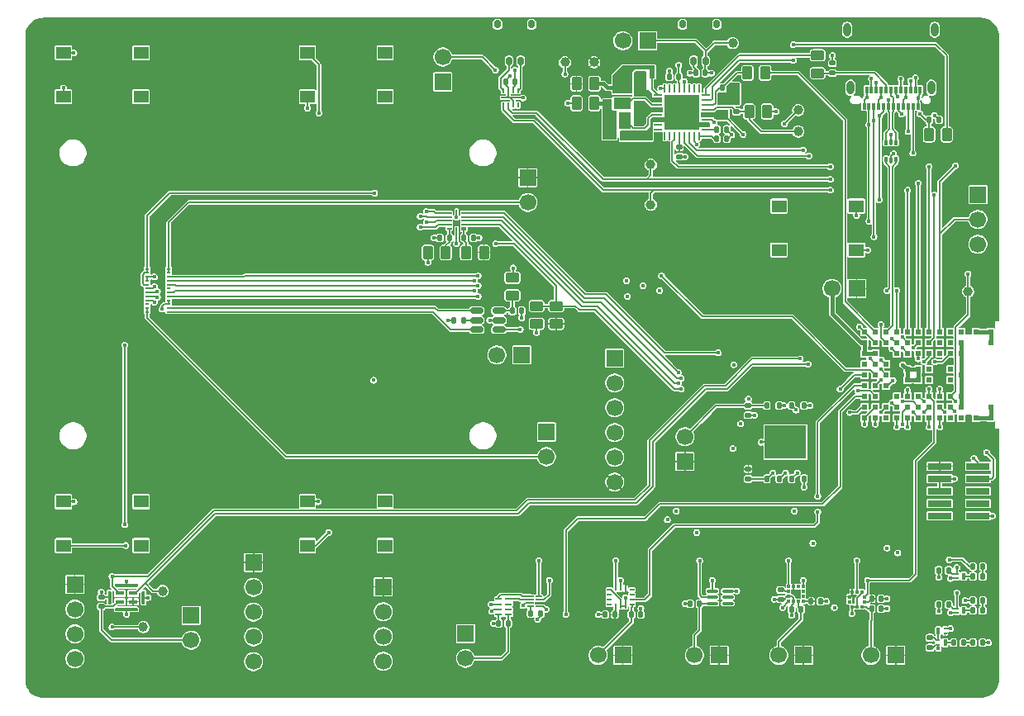
<source format=gbr>
%TF.GenerationSoftware,KiCad,Pcbnew,9.0.1+1*%
%TF.CreationDate,2025-09-19T07:31:43+00:00*%
%TF.ProjectId,ZSWatch-Watch-DevKit,5a535761-7463-4682-9d57-617463682d44,+ (Unreleased)*%
%TF.SameCoordinates,Original*%
%TF.FileFunction,Copper,L1,Top*%
%TF.FilePolarity,Positive*%
%FSLAX46Y46*%
G04 Gerber Fmt 4.6, Leading zero omitted, Abs format (unit mm)*
G04 Created by KiCad (PCBNEW 9.0.1+1) date 2025-09-19 07:31:43*
%MOMM*%
%LPD*%
G01*
G04 APERTURE LIST*
G04 Aperture macros list*
%AMRoundRect*
0 Rectangle with rounded corners*
0 $1 Rounding radius*
0 $2 $3 $4 $5 $6 $7 $8 $9 X,Y pos of 4 corners*
0 Add a 4 corners polygon primitive as box body*
4,1,4,$2,$3,$4,$5,$6,$7,$8,$9,$2,$3,0*
0 Add four circle primitives for the rounded corners*
1,1,$1+$1,$2,$3*
1,1,$1+$1,$4,$5*
1,1,$1+$1,$6,$7*
1,1,$1+$1,$8,$9*
0 Add four rect primitives between the rounded corners*
20,1,$1+$1,$2,$3,$4,$5,0*
20,1,$1+$1,$4,$5,$6,$7,0*
20,1,$1+$1,$6,$7,$8,$9,0*
20,1,$1+$1,$8,$9,$2,$3,0*%
%AMFreePoly0*
4,1,15,0.553536,0.166036,0.653536,0.066036,0.655000,0.062500,0.655000,-0.162500,0.653536,-0.166036,0.650000,-0.167500,-0.650000,-0.167500,-0.653536,-0.166036,-0.655000,-0.162500,-0.655000,0.062500,-0.653536,0.066036,-0.553536,0.166036,-0.550000,0.167500,0.550000,0.167500,0.553536,0.166036,0.553536,0.166036,$1*%
%AMFreePoly1*
4,1,15,0.066036,1.153536,0.166036,1.053536,0.167500,1.050000,0.167500,-1.050000,0.166036,-1.053536,0.066036,-1.153536,0.062500,-1.155000,-0.162500,-1.155000,-0.166036,-1.153536,-0.167500,-1.150000,-0.167500,1.150000,-0.166036,1.153536,-0.162500,1.155000,0.062500,1.155000,0.066036,1.153536,0.066036,1.153536,$1*%
%AMFreePoly2*
4,1,15,0.653536,0.166036,0.655000,0.162500,0.655000,-0.062500,0.653536,-0.066036,0.553536,-0.166036,0.550000,-0.167500,-0.550000,-0.167500,-0.553536,-0.166036,-0.653536,-0.066036,-0.655000,-0.062500,-0.655000,0.162500,-0.653536,0.166036,-0.650000,0.167500,0.650000,0.167500,0.653536,0.166036,0.653536,0.166036,$1*%
%AMFreePoly3*
4,1,15,0.166036,1.153536,0.167500,1.150000,0.167500,-1.150000,0.166036,-1.153536,0.162500,-1.155000,-0.062500,-1.155000,-0.066036,-1.153536,-0.166036,-1.053536,-0.167500,-1.050000,-0.167500,1.050000,-0.166036,1.053536,-0.066036,1.153536,-0.062500,1.155000,0.162500,1.155000,0.166036,1.153536,0.166036,1.153536,$1*%
G04 Aperture macros list end*
%TA.AperFunction,SMDPad,CuDef*%
%ADD10RoundRect,0.140000X0.140000X0.170000X-0.140000X0.170000X-0.140000X-0.170000X0.140000X-0.170000X0*%
%TD*%
%TA.AperFunction,SMDPad,CuDef*%
%ADD11RoundRect,0.250000X-0.262500X-0.450000X0.262500X-0.450000X0.262500X0.450000X-0.262500X0.450000X0*%
%TD*%
%TA.AperFunction,SMDPad,CuDef*%
%ADD12RoundRect,0.250000X0.262500X0.450000X-0.262500X0.450000X-0.262500X-0.450000X0.262500X-0.450000X0*%
%TD*%
%TA.AperFunction,SMDPad,CuDef*%
%ADD13RoundRect,0.050000X-0.150000X-0.300000X0.150000X-0.300000X0.150000X0.300000X-0.150000X0.300000X0*%
%TD*%
%TA.AperFunction,SMDPad,CuDef*%
%ADD14RoundRect,0.050000X-0.150000X-0.075000X0.150000X-0.075000X0.150000X0.075000X-0.150000X0.075000X0*%
%TD*%
%TA.AperFunction,SMDPad,CuDef*%
%ADD15RoundRect,0.093750X-0.093750X0.156250X-0.093750X-0.156250X0.093750X-0.156250X0.093750X0.156250X0*%
%TD*%
%TA.AperFunction,SMDPad,CuDef*%
%ADD16RoundRect,0.075000X-0.075000X0.250000X-0.075000X-0.250000X0.075000X-0.250000X0.075000X0.250000X0*%
%TD*%
%TA.AperFunction,SMDPad,CuDef*%
%ADD17RoundRect,0.135000X0.185000X-0.135000X0.185000X0.135000X-0.185000X0.135000X-0.185000X-0.135000X0*%
%TD*%
%TA.AperFunction,SMDPad,CuDef*%
%ADD18R,1.500000X1.300000*%
%TD*%
%TA.AperFunction,SMDPad,CuDef*%
%ADD19C,1.000000*%
%TD*%
%TA.AperFunction,ComponentPad*%
%ADD20R,1.700000X1.700000*%
%TD*%
%TA.AperFunction,ComponentPad*%
%ADD21C,1.700000*%
%TD*%
%TA.AperFunction,SMDPad,CuDef*%
%ADD22RoundRect,0.250000X-0.450000X0.262500X-0.450000X-0.262500X0.450000X-0.262500X0.450000X0.262500X0*%
%TD*%
%TA.AperFunction,SMDPad,CuDef*%
%ADD23R,2.400000X0.740000*%
%TD*%
%TA.AperFunction,SMDPad,CuDef*%
%ADD24RoundRect,0.062500X-0.337500X-0.062500X0.337500X-0.062500X0.337500X0.062500X-0.337500X0.062500X0*%
%TD*%
%TA.AperFunction,SMDPad,CuDef*%
%ADD25RoundRect,0.062500X-0.062500X-0.337500X0.062500X-0.337500X0.062500X0.337500X-0.062500X0.337500X0*%
%TD*%
%TA.AperFunction,ComponentPad*%
%ADD26C,0.500000*%
%TD*%
%TA.AperFunction,SMDPad,CuDef*%
%ADD27R,3.600000X3.600000*%
%TD*%
%TA.AperFunction,SMDPad,CuDef*%
%ADD28RoundRect,0.150000X0.150000X0.275000X-0.150000X0.275000X-0.150000X-0.275000X0.150000X-0.275000X0*%
%TD*%
%TA.AperFunction,SMDPad,CuDef*%
%ADD29RoundRect,0.175000X0.175000X0.225000X-0.175000X0.225000X-0.175000X-0.225000X0.175000X-0.225000X0*%
%TD*%
%TA.AperFunction,SMDPad,CuDef*%
%ADD30RoundRect,0.075000X-0.512500X-0.075000X0.512500X-0.075000X0.512500X0.075000X-0.512500X0.075000X0*%
%TD*%
%TA.AperFunction,SMDPad,CuDef*%
%ADD31R,0.250000X0.500000*%
%TD*%
%TA.AperFunction,SMDPad,CuDef*%
%ADD32R,0.500000X0.250000*%
%TD*%
%TA.AperFunction,SMDPad,CuDef*%
%ADD33RoundRect,0.140000X-0.170000X0.140000X-0.170000X-0.140000X0.170000X-0.140000X0.170000X0.140000X0*%
%TD*%
%TA.AperFunction,SMDPad,CuDef*%
%ADD34RoundRect,0.135000X0.135000X0.185000X-0.135000X0.185000X-0.135000X-0.185000X0.135000X-0.185000X0*%
%TD*%
%TA.AperFunction,SMDPad,CuDef*%
%ADD35RoundRect,0.140000X-0.140000X-0.170000X0.140000X-0.170000X0.140000X0.170000X-0.140000X0.170000X0*%
%TD*%
%TA.AperFunction,SMDPad,CuDef*%
%ADD36RoundRect,0.125000X0.125000X-0.200000X0.125000X0.200000X-0.125000X0.200000X-0.125000X-0.200000X0*%
%TD*%
%TA.AperFunction,HeatsinkPad*%
%ADD37R,4.300000X3.400000*%
%TD*%
%TA.AperFunction,SMDPad,CuDef*%
%ADD38RoundRect,0.135000X-0.185000X0.135000X-0.185000X-0.135000X0.185000X-0.135000X0.185000X0.135000X0*%
%TD*%
%TA.AperFunction,SMDPad,CuDef*%
%ADD39R,0.650000X0.170000*%
%TD*%
%TA.AperFunction,SMDPad,CuDef*%
%ADD40RoundRect,0.140000X0.170000X-0.140000X0.170000X0.140000X-0.170000X0.140000X-0.170000X-0.140000X0*%
%TD*%
%TA.AperFunction,SMDPad,CuDef*%
%ADD41R,0.950000X0.450000*%
%TD*%
%TA.AperFunction,SMDPad,CuDef*%
%ADD42FreePoly0,270.000000*%
%TD*%
%TA.AperFunction,SMDPad,CuDef*%
%ADD43FreePoly1,270.000000*%
%TD*%
%TA.AperFunction,SMDPad,CuDef*%
%ADD44FreePoly2,270.000000*%
%TD*%
%TA.AperFunction,SMDPad,CuDef*%
%ADD45FreePoly3,270.000000*%
%TD*%
%TA.AperFunction,SMDPad,CuDef*%
%ADD46RoundRect,0.135000X-0.135000X-0.185000X0.135000X-0.185000X0.135000X0.185000X-0.135000X0.185000X0*%
%TD*%
%TA.AperFunction,SMDPad,CuDef*%
%ADD47R,0.700000X0.270000*%
%TD*%
%TA.AperFunction,SMDPad,CuDef*%
%ADD48R,0.370000X0.300000*%
%TD*%
%TA.AperFunction,SMDPad,CuDef*%
%ADD49R,0.300000X0.370000*%
%TD*%
%TA.AperFunction,SMDPad,CuDef*%
%ADD50RoundRect,0.147500X0.147500X0.172500X-0.147500X0.172500X-0.147500X-0.172500X0.147500X-0.172500X0*%
%TD*%
%TA.AperFunction,SMDPad,CuDef*%
%ADD51R,0.300000X0.700000*%
%TD*%
%TA.AperFunction,HeatsinkPad*%
%ADD52O,0.800000X1.400000*%
%TD*%
%TA.AperFunction,SMDPad,CuDef*%
%ADD53RoundRect,0.225000X-0.250000X0.225000X-0.250000X-0.225000X0.250000X-0.225000X0.250000X0.225000X0*%
%TD*%
%TA.AperFunction,SMDPad,CuDef*%
%ADD54R,0.475000X0.250000*%
%TD*%
%TA.AperFunction,SMDPad,CuDef*%
%ADD55R,0.250000X0.475000*%
%TD*%
%TA.AperFunction,SMDPad,CuDef*%
%ADD56R,1.150000X1.800000*%
%TD*%
%TA.AperFunction,SMDPad,CuDef*%
%ADD57R,0.600000X0.600000*%
%TD*%
%TA.AperFunction,SMDPad,CuDef*%
%ADD58RoundRect,0.147500X-0.147500X-0.172500X0.147500X-0.172500X0.147500X0.172500X-0.147500X0.172500X0*%
%TD*%
%TA.AperFunction,SMDPad,CuDef*%
%ADD59RoundRect,0.225000X0.250000X-0.225000X0.250000X0.225000X-0.250000X0.225000X-0.250000X-0.225000X0*%
%TD*%
%TA.AperFunction,SMDPad,CuDef*%
%ADD60R,0.300000X0.325000*%
%TD*%
%TA.AperFunction,SMDPad,CuDef*%
%ADD61R,0.325000X0.300000*%
%TD*%
%TA.AperFunction,SMDPad,CuDef*%
%ADD62R,1.800000X1.150000*%
%TD*%
%TA.AperFunction,SMDPad,CuDef*%
%ADD63RoundRect,0.050000X0.150000X0.300000X-0.150000X0.300000X-0.150000X-0.300000X0.150000X-0.300000X0*%
%TD*%
%TA.AperFunction,SMDPad,CuDef*%
%ADD64RoundRect,0.050000X0.150000X0.075000X-0.150000X0.075000X-0.150000X-0.075000X0.150000X-0.075000X0*%
%TD*%
%TA.AperFunction,SMDPad,CuDef*%
%ADD65RoundRect,0.150000X0.512500X0.150000X-0.512500X0.150000X-0.512500X-0.150000X0.512500X-0.150000X0*%
%TD*%
%TA.AperFunction,SMDPad,CuDef*%
%ADD66R,0.450000X0.210000*%
%TD*%
%TA.AperFunction,SMDPad,CuDef*%
%ADD67R,0.500000X0.320000*%
%TD*%
%TA.AperFunction,SMDPad,CuDef*%
%ADD68R,0.500000X0.220000*%
%TD*%
%TA.AperFunction,SMDPad,CuDef*%
%ADD69R,0.220000X0.500000*%
%TD*%
%TA.AperFunction,SMDPad,CuDef*%
%ADD70R,0.500000X0.200000*%
%TD*%
%TA.AperFunction,SMDPad,CuDef*%
%ADD71RoundRect,0.250000X0.450000X-0.262500X0.450000X0.262500X-0.450000X0.262500X-0.450000X-0.262500X0*%
%TD*%
%TA.AperFunction,ViaPad*%
%ADD72C,0.450000*%
%TD*%
%TA.AperFunction,Conductor*%
%ADD73C,0.200000*%
%TD*%
%TA.AperFunction,Conductor*%
%ADD74C,0.400000*%
%TD*%
%TA.AperFunction,Conductor*%
%ADD75C,0.127000*%
%TD*%
%TA.AperFunction,Conductor*%
%ADD76C,0.170000*%
%TD*%
G04 APERTURE END LIST*
D10*
%TO.P,C410,1*%
%TO.N,/Project Architecture/Peripherals/VMIC*%
X225060000Y-120200000D03*
%TO.P,C410,2*%
%TO.N,GND*%
X224100000Y-120200000D03*
%TD*%
D11*
%TO.P,R605,1*%
%TO.N,Net-(X603-CC1)*%
X250700000Y-126100000D03*
%TO.P,R605,2*%
%TO.N,/Project Architecture/MCU/USB-CC1*%
X252525000Y-126100000D03*
%TD*%
D12*
%TO.P,R409,1*%
%TO.N,/Project Architecture/MCU/USB-VBUS-In*%
X234112500Y-123749000D03*
%TO.P,R409,2*%
%TO.N,/Project Architecture/Power Management/VBUS-In*%
X232287500Y-123749000D03*
%TD*%
D13*
%TO.P,Q403,D,D*%
%TO.N,Net-(D402-K)*%
X254250000Y-171400000D03*
D14*
%TO.P,Q403,G,G*%
%TO.N,/Project Architecture/MCU/USB-VBUS-In*%
X253550000Y-171175000D03*
%TO.P,Q403,S,S*%
%TO.N,GND*%
X253550000Y-171625000D03*
%TD*%
D11*
%TO.P,R615,1*%
%TO.N,Net-(IC604-VCCA)*%
X203275000Y-138200000D03*
%TO.P,R615,2*%
%TO.N,+1V8*%
X205100000Y-138200000D03*
%TD*%
D15*
%TO.P,IC602,1,I/O1*%
%TO.N,/Project Architecture/MCU/D+*%
X247337500Y-126937500D03*
D16*
%TO.P,IC602,2,GND*%
%TO.N,GND*%
X246800000Y-126862500D03*
D15*
%TO.P,IC602,3,I/O2*%
%TO.N,/Project Architecture/MCU/D-*%
X246262500Y-126937500D03*
%TO.P,IC602,4,I/O2*%
%TO.N,USB-D-*%
X246262500Y-128637500D03*
D16*
%TO.P,IC602,5,VBUS*%
%TO.N,/Project Architecture/MCU/USB-VBUS-In*%
X246800000Y-128712500D03*
D15*
%TO.P,IC602,6,I/O1*%
%TO.N,USB-D+*%
X247337500Y-128637500D03*
%TD*%
D17*
%TO.P,R403,1*%
%TO.N,/Project Architecture/MCU/USB-VBUS-In*%
X250800000Y-178710000D03*
%TO.P,R403,2*%
%TO.N,Net-(Q401-PadD)*%
X250800000Y-177690000D03*
%TD*%
D18*
%TO.P,S503,1,1*%
%TO.N,GND*%
X162025000Y-163750000D03*
%TO.P,S503,2,2*%
%TO.N,/Project Architecture/MCU/SW3*%
X162025000Y-168250000D03*
%TO.P,S503,3*%
%TO.N,N/C*%
X169975000Y-163750000D03*
%TO.P,S503,4*%
X169975000Y-168250000D03*
%TD*%
D19*
%TO.P,TP502,1,1*%
%TO.N,/Project Architecture/MCU/VIB-PWM*%
X222200000Y-129200000D03*
%TD*%
D20*
%TO.P,X508,1,Pin_1*%
%TO.N,/Project Architecture/Power Management/VSYS*%
X200900000Y-120700000D03*
D21*
%TO.P,X508,2,Pin_2*%
%TO.N,Net-(IC505-VDD)*%
X200900000Y-118160000D03*
%TD*%
D18*
%TO.P,S504,1,1*%
%TO.N,/Project Architecture/MCU/SW4*%
X162025000Y-117750000D03*
%TO.P,S504,2,2*%
%TO.N,GND*%
X162025000Y-122250000D03*
%TO.P,S504,3*%
%TO.N,N/C*%
X169975000Y-117750000D03*
%TO.P,S504,4*%
X169975000Y-122250000D03*
%TD*%
D22*
%TO.P,R613,1*%
%TO.N,DISPLAY-EN*%
X212500000Y-143687500D03*
%TO.P,R613,2*%
%TO.N,+1V8*%
X212500000Y-145512500D03*
%TD*%
D23*
%TO.P,X601,1,VTref*%
%TO.N,+1V8*%
X251800000Y-160120000D03*
%TO.P,X601,2,SWDIO/TMS*%
%TO.N,SWDIO*%
X255700000Y-160120000D03*
%TO.P,X601,3,GND*%
%TO.N,GND*%
X251800000Y-161390000D03*
%TO.P,X601,4,SWCLK/TCK*%
%TO.N,SWDCLK*%
X255700000Y-161390000D03*
%TO.P,X601,5,GND*%
%TO.N,GND*%
X251800000Y-162660000D03*
%TO.P,X601,6,SWO/TDO*%
%TO.N,unconnected-(X601-SWO{slash}TDO-Pad6)*%
X255700000Y-162660000D03*
%TO.P,X601,7,KEY*%
%TO.N,unconnected-(X601-KEY-Pad7)*%
X251800000Y-163930000D03*
%TO.P,X601,8,NC/TDI*%
%TO.N,unconnected-(X601-NC{slash}TDI-Pad8)*%
X255700000Y-163930000D03*
%TO.P,X601,9,GNDDetect*%
%TO.N,unconnected-(X601-GNDDetect-Pad9)*%
X251800000Y-165200000D03*
%TO.P,X601,10,~{RESET}*%
%TO.N,RESETn*%
X255700000Y-165200000D03*
%TD*%
D24*
%TO.P,IC401,1,VOUT1*%
%TO.N,Net-(IC401-VOUT1)*%
X222937790Y-122080400D03*
%TO.P,IC401,2,PVSS1*%
%TO.N,GND*%
X222937790Y-122580400D03*
%TO.P,IC401,3,SW1*%
%TO.N,Net-(IC401-SW1)*%
X222937790Y-123080400D03*
%TO.P,IC401,4,V_{DD}*%
%TO.N,/Project Architecture/Power Management/VSYS*%
X222937790Y-123580400D03*
%TO.P,IC401,5,SW2*%
%TO.N,Net-(IC401-SW2)*%
X222937790Y-124080400D03*
%TO.P,IC401,6,PVSS2*%
%TO.N,GND*%
X222937790Y-124580400D03*
%TO.P,IC401,7,GPIO0*%
%TO.N,unconnected-(IC401-GPIO0-Pad7)*%
X222937790Y-125080400D03*
%TO.P,IC401,8,GPIO1*%
%TO.N,unconnected-(IC401-GPIO1-Pad8)*%
X222937790Y-125580400D03*
D25*
%TO.P,IC401,9,GPIO2*%
%TO.N,unconnected-(IC401-GPIO2-Pad9)*%
X223637790Y-126280400D03*
%TO.P,IC401,10,GPIO3*%
%TO.N,unconnected-(IC401-GPIO3-Pad10)*%
X224137790Y-126280400D03*
%TO.P,IC401,11,GPIO4*%
%TO.N,/Project Architecture/MCU/PMIC-INT*%
X224637790Y-126280400D03*
%TO.P,IC401,12,V_{IO}*%
%TO.N,+1V8*%
X225137790Y-126280400D03*
%TO.P,IC401,13,SDA*%
%TO.N,/Project Architecture/MCU/SDA*%
X225637790Y-126280400D03*
%TO.P,IC401,14,SCL*%
%TO.N,/Project Architecture/MCU/SCL*%
X226137790Y-126280400D03*
%TO.P,IC401,15,SHPHLD*%
%TO.N,/Project Architecture/MCU/SW2*%
X226637790Y-126280400D03*
%TO.P,IC401,16,VSET2*%
%TO.N,Net-(IC401-VSET2)*%
X227137790Y-126280400D03*
D24*
%TO.P,IC401,17,VSET1*%
%TO.N,Net-(IC401-VSET1)*%
X227837790Y-125580400D03*
%TO.P,IC401,18,NTC*%
%TO.N,GND*%
X227837790Y-125080400D03*
%TO.P,IC401,19,V_{BAT}*%
%TO.N,/Project Architecture/Peripherals/VBAT*%
X227837790Y-124580400D03*
%TO.P,IC401,20,V_{SYS}*%
%TO.N,/Project Architecture/Power Management/VSYS*%
X227837790Y-124080400D03*
%TO.P,IC401,21,V_{BUS}*%
%TO.N,/Project Architecture/Power Management/VBUS-In*%
X227837790Y-123580400D03*
%TO.P,IC401,22,VBUS_{OUT}*%
%TO.N,Net-(IC401-VBUS_{OUT})*%
X227837790Y-123080400D03*
%TO.P,IC401,23,CC1*%
%TO.N,/Project Architecture/MCU/USB-CC1*%
X227837790Y-122580400D03*
%TO.P,IC401,24,CC2*%
%TO.N,/Project Architecture/MCU/USB-CC2*%
X227837790Y-122080400D03*
D25*
%TO.P,IC401,25,LED0*%
%TO.N,unconnected-(IC401-LED0-Pad25)*%
X227137790Y-121380400D03*
%TO.P,IC401,26,LED1*%
%TO.N,unconnected-(IC401-LED1-Pad26)*%
X226637790Y-121380400D03*
%TO.P,IC401,27,LED2*%
%TO.N,unconnected-(IC401-LED2-Pad27)*%
X226137790Y-121380400D03*
%TO.P,IC401,28,LSIN1/VINLDO1*%
%TO.N,/Project Architecture/Power Management/VSYS*%
X225637790Y-121380400D03*
%TO.P,IC401,29,LSOUT1/VOUTLDO1*%
%TO.N,/Project Architecture/Peripherals/VMIC*%
X225137790Y-121380400D03*
%TO.P,IC401,30,LSIN2/VINLDO2*%
%TO.N,unconnected-(IC401-LSIN2{slash}VINLDO2-Pad30)*%
X224637790Y-121380400D03*
%TO.P,IC401,31,LSOUT2/VOUTLDO2*%
%TO.N,unconnected-(IC401-LSOUT2{slash}VOUTLDO2-Pad31)*%
X224137790Y-121380400D03*
%TO.P,IC401,32,VOUT2*%
%TO.N,Net-(IC401-VOUT2)*%
X223637790Y-121380400D03*
D26*
%TO.P,IC401,33,GND*%
%TO.N,GND*%
X224387790Y-122830400D03*
X224387790Y-123830400D03*
X224387790Y-124830400D03*
X225387790Y-122830400D03*
X225387790Y-123830400D03*
D27*
X225387790Y-123830400D03*
D26*
X225387790Y-124830400D03*
X226387790Y-122830400D03*
X226387790Y-123830400D03*
X226387790Y-124830400D03*
%TD*%
D20*
%TO.P,X503,1,Pin_1*%
%TO.N,/Project Architecture/Peripherals/VMIC*%
X175100000Y-175400000D03*
D21*
%TO.P,X503,2,Pin_2*%
%TO.N,Net-(MK501-VDD)*%
X175100000Y-177940000D03*
%TD*%
D28*
%TO.P,X509,1,Pin_1*%
%TO.N,Net-(IC505-OUT-)*%
X208850000Y-118575000D03*
%TO.P,X509,2,Pin_2*%
%TO.N,Net-(IC505-OUT+)*%
X207650000Y-118575000D03*
D29*
%TO.P,X509,MP*%
%TO.N,N/C*%
X210000000Y-114800000D03*
X206500000Y-114800000D03*
%TD*%
D30*
%TO.P,IC501,1,SCL*%
%TO.N,/Project Architecture/MCU/SCL*%
X228505000Y-172900000D03*
%TO.P,IC501,2,SDA*%
%TO.N,/Project Architecture/MCU/SDA*%
X228505000Y-173550000D03*
%TO.P,IC501,3,VDD*%
%TO.N,Net-(IC501-VDD)*%
X228505000Y-174200000D03*
%TO.P,IC501,4,INT*%
%TO.N,unconnected-(IC501-INT-Pad4)*%
X230080000Y-174200000D03*
%TO.P,IC501,5,NC*%
%TO.N,unconnected-(IC501-NC-Pad5)*%
X230080000Y-173550000D03*
%TO.P,IC501,6,GND*%
%TO.N,GND*%
X230080000Y-172900000D03*
%TD*%
D20*
%TO.P,X610,1,Pin_1*%
%TO.N,+3V0*%
X211500000Y-156600000D03*
D21*
%TO.P,X610,2,Pin_2*%
%TO.N,Net-(X608-LEDA1)*%
X211500000Y-159140000D03*
%TD*%
D20*
%TO.P,X403,1,Pin_1*%
%TO.N,+1V8*%
X163200000Y-172220000D03*
D21*
%TO.P,X403,2,Pin_2*%
%TO.N,+3V0*%
X163200000Y-174760000D03*
%TO.P,X403,3,Pin_3*%
%TO.N,/Project Architecture/Power Management/VSYS*%
X163200000Y-177300000D03*
%TO.P,X403,4,Pin_4*%
%TO.N,GND*%
X163200000Y-179840000D03*
%TD*%
D10*
%TO.P,C403,1*%
%TO.N,/Project Architecture/Peripherals/VBAT*%
X227780000Y-119800000D03*
%TO.P,C403,2*%
%TO.N,GND*%
X226820000Y-119800000D03*
%TD*%
D20*
%TO.P,X504,1,Pin_1*%
%TO.N,+1V8*%
X194800000Y-172490000D03*
D21*
%TO.P,X504,2,Pin_2*%
%TO.N,/Project Architecture/MCU/SDA*%
X194800000Y-175030000D03*
%TO.P,X504,3,Pin_3*%
%TO.N,/Project Architecture/MCU/SCL*%
X194800000Y-177570000D03*
%TO.P,X504,4,Pin_4*%
%TO.N,GND*%
X194800000Y-180110000D03*
%TD*%
D20*
%TO.P,X606,1,Pin_1*%
%TO.N,+1V8*%
X225700000Y-159640000D03*
D21*
%TO.P,X606,2,Pin_2*%
%TO.N,Net-(IC603-VCC)*%
X225700000Y-157100000D03*
%TD*%
D31*
%TO.P,IC505,1,EN*%
%TO.N,/Project Architecture/MCU/VIB-EN*%
X207100000Y-123100000D03*
%TO.P,IC505,2,PWM*%
%TO.N,/Project Architecture/MCU/VIB-PWM*%
X207600000Y-123100000D03*
%TO.P,IC505,3,LRA/~{ERM}*%
%TO.N,GND*%
X208100000Y-123100000D03*
%TO.P,IC505,4,NC*%
%TO.N,unconnected-(IC505-NC-Pad4)*%
X208600000Y-123100000D03*
D32*
%TO.P,IC505,5,GND*%
%TO.N,GND*%
X208600000Y-122350000D03*
D31*
%TO.P,IC505,6,OUT-*%
%TO.N,Net-(IC505-OUT-)*%
X208600000Y-121600000D03*
%TO.P,IC505,7,VDD*%
%TO.N,Net-(IC505-VDD)*%
X208100000Y-121600000D03*
%TO.P,IC505,8,GND*%
%TO.N,GND*%
X207600000Y-121600000D03*
%TO.P,IC505,9,OUT+*%
%TO.N,Net-(IC505-OUT+)*%
X207100000Y-121600000D03*
D32*
%TO.P,IC505,10,GND*%
%TO.N,GND*%
X207100000Y-122350000D03*
%TD*%
D20*
%TO.P,X401,1,Pin_1*%
%TO.N,/Project Architecture/Peripherals/VBAT*%
X221865000Y-116500000D03*
D21*
%TO.P,X401,2,Pin_2*%
%TO.N,GND*%
X219325000Y-116500000D03*
%TD*%
D20*
%TO.P,X501,1,Pin_1*%
%TO.N,+1V8*%
X229200000Y-179500000D03*
D21*
%TO.P,X501,2,Pin_2*%
%TO.N,Net-(IC501-VDD)*%
X226660000Y-179500000D03*
%TD*%
D20*
%TO.P,X502,1,Pin_1*%
%TO.N,+1V8*%
X181500000Y-169980000D03*
D21*
%TO.P,X502,2,Pin_2*%
%TO.N,/Project Architecture/MCU/MCLK*%
X181500000Y-172520000D03*
%TO.P,X502,3,Pin_3*%
%TO.N,/Project Architecture/MCU/WS*%
X181500000Y-175060000D03*
%TO.P,X502,4,Pin_4*%
%TO.N,/Project Architecture/MCU/Data*%
X181500000Y-177600000D03*
%TO.P,X502,5,Pin_5*%
%TO.N,GND*%
X181500000Y-180140000D03*
%TD*%
D20*
%TO.P,X506,1,Pin_1*%
%TO.N,+1V8*%
X237840000Y-179500000D03*
D21*
%TO.P,X506,2,Pin_2*%
%TO.N,Net-(IC503-VDD)*%
X235300000Y-179500000D03*
%TD*%
D33*
%TO.P,C505,1*%
%TO.N,Net-(IC503-C1)*%
X235500000Y-172795000D03*
%TO.P,C505,2*%
%TO.N,GND*%
X235500000Y-173755000D03*
%TD*%
D20*
%TO.P,X607,1,Pin_1*%
%TO.N,+1V8*%
X209600000Y-130525000D03*
D21*
%TO.P,X607,2,Pin_2*%
%TO.N,Net-(X607-Pin_2)*%
X209600000Y-133065000D03*
%TD*%
D34*
%TO.P,R405,1*%
%TO.N,Net-(D402-A)*%
X256210000Y-170400000D03*
%TO.P,R405,2*%
%TO.N,/Project Architecture/Power Management/VSYS*%
X255190000Y-170400000D03*
%TD*%
D35*
%TO.P,C404,1*%
%TO.N,Net-(IC401-VBUS_{OUT})*%
X229520000Y-121300000D03*
%TO.P,C404,2*%
%TO.N,GND*%
X230480000Y-121300000D03*
%TD*%
D10*
%TO.P,C511,1*%
%TO.N,Net-(IC507-V_{DD})*%
X207580000Y-176220000D03*
%TO.P,C511,2*%
%TO.N,GND*%
X206620000Y-176220000D03*
%TD*%
D36*
%TO.P,IC603,1,~{CS}*%
%TO.N,QSPI-CS*%
X234090000Y-161400000D03*
%TO.P,IC603,2,SO(I/O1)*%
%TO.N,QSPI-IO1*%
X235360000Y-161400000D03*
%TO.P,IC603,3,~{WP(I}/O2)*%
%TO.N,QSPI-IO2*%
X236630000Y-161400000D03*
%TO.P,IC603,4,GND*%
%TO.N,GND*%
X237900000Y-161400000D03*
%TO.P,IC603,5,SI(I/O0)*%
%TO.N,QSPI-IO0*%
X237900000Y-153900000D03*
%TO.P,IC603,6,SCK*%
%TO.N,QSPI-CLK*%
X236630000Y-153900000D03*
%TO.P,IC603,7,~{HOLD(I}/O3)*%
%TO.N,QSPI-IO3*%
X235360000Y-153900000D03*
%TO.P,IC603,8,VCC*%
%TO.N,Net-(IC603-VCC)*%
X234090000Y-153900000D03*
D37*
%TO.P,IC603,9,EP*%
%TO.N,GND*%
X235995000Y-157650000D03*
%TD*%
D38*
%TO.P,R604,1*%
%TO.N,GND*%
X240800000Y-118790000D03*
%TO.P,R604,2*%
%TO.N,Net-(X603-CC2)*%
X240800000Y-119810000D03*
%TD*%
D19*
%TO.P,TP403,1,1*%
%TO.N,+1V8*%
X216400000Y-118700000D03*
%TD*%
D39*
%TO.P,IC506,1,GND*%
%TO.N,GND*%
X210725000Y-174500000D03*
%TO.P,IC506,2,VCC_{1}*%
%TO.N,+1V8*%
X210725000Y-174150000D03*
%TO.P,IC506,3,SCL_{1}*%
%TO.N,/Project Architecture/MCU/SCL*%
X210725000Y-173800000D03*
%TO.P,IC506,4,SDA_{1}*%
%TO.N,/Project Architecture/MCU/SDA*%
X210725000Y-173450000D03*
%TO.P,IC506,5,SDA_{2}*%
%TO.N,Net-(IC506-SDA_{2})*%
X209875000Y-173450000D03*
%TO.P,IC506,6,SCL_{2}*%
%TO.N,Net-(IC506-SCL_{2})*%
X209875000Y-173800000D03*
%TO.P,IC506,7,VCC_{2}*%
%TO.N,/Project Architecture/Peripherals/VBAT*%
X209875000Y-174150000D03*
%TO.P,IC506,8,EN*%
%TO.N,Net-(IC506-EN)*%
X209875000Y-174500000D03*
%TD*%
D19*
%TO.P,TP404,1,1*%
%TO.N,+3V0*%
X213400000Y-118700000D03*
%TD*%
D40*
%TO.P,C602,1*%
%TO.N,GND*%
X232170000Y-154880000D03*
%TO.P,C602,2*%
%TO.N,Net-(IC603-VCC)*%
X232170000Y-153920000D03*
%TD*%
D20*
%TO.P,X505,1,Pin_1*%
%TO.N,+1V8*%
X219340000Y-179500000D03*
D21*
%TO.P,X505,2,Pin_2*%
%TO.N,Net-(IC502-VDD)*%
X216800000Y-179500000D03*
%TD*%
D41*
%TO.P,MK501,1,DATA*%
%TO.N,/Project Architecture/MCU/MIC-DATA*%
X167810000Y-173150000D03*
%TO.P,MK501,2,CLK*%
%TO.N,/Project Architecture/MCU/MIC-CLK*%
X169160000Y-173150000D03*
%TO.P,MK501,3,SEL*%
%TO.N,+1V8*%
X169160000Y-174000000D03*
%TO.P,MK501,4,VDD*%
%TO.N,Net-(MK501-VDD)*%
X167810000Y-174000000D03*
D42*
%TO.P,MK501,5,GND*%
%TO.N,GND*%
X166772500Y-173575000D03*
D43*
%TO.P,MK501,6,GND*%
X168485000Y-172362500D03*
D44*
%TO.P,MK501,7,GND*%
X170197500Y-173575000D03*
D45*
%TO.P,MK501,8,GND*%
X168485000Y-174787500D03*
%TD*%
D20*
%TO.P,X604,1,Pin_1*%
%TO.N,TxD*%
X255700000Y-132270000D03*
D21*
%TO.P,X604,2,Pin_2*%
%TO.N,RxD*%
X255700000Y-134810000D03*
%TO.P,X604,3,Pin_3*%
%TO.N,GND*%
X255700000Y-137350000D03*
%TD*%
D11*
%TO.P,R410,1*%
%TO.N,+1V8*%
X214587500Y-120900000D03*
%TO.P,R410,2*%
%TO.N,Net-(IC401-VOUT1)*%
X216412500Y-120900000D03*
%TD*%
D12*
%TO.P,R616,1*%
%TO.N,Net-(IC604-VCCB)*%
X201187500Y-138200000D03*
%TO.P,R616,2*%
%TO.N,+3V0*%
X199362500Y-138200000D03*
%TD*%
D46*
%TO.P,R603,1*%
%TO.N,Net-(X603-CC1)*%
X250700000Y-124600000D03*
%TO.P,R603,2*%
%TO.N,GND*%
X251720000Y-124600000D03*
%TD*%
D34*
%TO.P,R408,1*%
%TO.N,GND*%
X229989410Y-126538400D03*
%TO.P,R408,2*%
%TO.N,Net-(IC401-VSET2)*%
X228969410Y-126538400D03*
%TD*%
D28*
%TO.P,X402,1,Pin_1*%
%TO.N,/Project Architecture/Peripherals/VBAT*%
X227800000Y-118575000D03*
%TO.P,X402,2,Pin_2*%
%TO.N,GND*%
X226600000Y-118575000D03*
D29*
%TO.P,X402,MP*%
%TO.N,N/C*%
X228950000Y-114800000D03*
X225450000Y-114800000D03*
%TD*%
D10*
%TO.P,C503,1*%
%TO.N,+1V8*%
X218500000Y-175332500D03*
%TO.P,C503,2*%
%TO.N,GND*%
X217540000Y-175332500D03*
%TD*%
D47*
%TO.P,IC507,1,SDA*%
%TO.N,Net-(IC506-SDA_{2})*%
X206600000Y-173725000D03*
%TO.P,IC507,2,CLKOE*%
%TO.N,GND*%
X206600000Y-174265000D03*
%TO.P,IC507,3,~{INT}*%
%TO.N,/Project Architecture/MCU/~{RTC-INT}*%
X206600000Y-174805000D03*
%TO.P,IC507,4,GND*%
%TO.N,GND*%
X206600000Y-175345000D03*
%TO.P,IC507,5,V_{DD}*%
%TO.N,Net-(IC507-V_{DD})*%
X207600000Y-175345000D03*
%TO.P,IC507,6,NC*%
%TO.N,unconnected-(IC507-NC-Pad6)*%
X207600000Y-174805000D03*
%TO.P,IC507,7,CLKOUT*%
%TO.N,unconnected-(IC507-CLKOUT-Pad7)*%
X207600000Y-174265000D03*
%TO.P,IC507,8,SCL*%
%TO.N,Net-(IC506-SCL_{2})*%
X207600000Y-173725000D03*
%TD*%
D20*
%TO.P,X507,1,Pin_1*%
%TO.N,+1V8*%
X247300000Y-179500000D03*
D21*
%TO.P,X507,2,Pin_2*%
%TO.N,Net-(IC504-VDD)*%
X244760000Y-179500000D03*
%TD*%
D48*
%TO.P,IC504,1,VDDIO*%
%TO.N,+1V8*%
X244062500Y-174007500D03*
%TO.P,IC504,2,SCK*%
%TO.N,/Project Architecture/MCU/SCL*%
X244062500Y-173507500D03*
D49*
%TO.P,IC504,3,GND*%
%TO.N,GND*%
X243800000Y-172995000D03*
%TO.P,IC504,4,SDI*%
%TO.N,/Project Architecture/MCU/SDA*%
X243300000Y-172995000D03*
%TO.P,IC504,5,SDO*%
%TO.N,+1V8*%
X242800000Y-172995000D03*
D48*
%TO.P,IC504,6,CSB*%
X242537500Y-173507500D03*
%TO.P,IC504,7,INT*%
%TO.N,unconnected-(IC504-INT-Pad7)*%
X242537500Y-174007500D03*
D49*
%TO.P,IC504,8,GND*%
%TO.N,GND*%
X242800000Y-174520000D03*
%TO.P,IC504,9,GND*%
X243300000Y-174520000D03*
%TO.P,IC504,10,VDD*%
%TO.N,Net-(IC504-VDD)*%
X243800000Y-174520000D03*
%TD*%
D10*
%TO.P,C510,1*%
%TO.N,Net-(IC505-VDD)*%
X208280000Y-120700000D03*
%TO.P,C510,2*%
%TO.N,GND*%
X207320000Y-120700000D03*
%TD*%
D19*
%TO.P,TP501,1,1*%
%TO.N,/Project Architecture/MCU/VIB-EN*%
X222200000Y-133300000D03*
%TD*%
D50*
%TO.P,D403,1,K*%
%TO.N,GND*%
X256185000Y-178200000D03*
%TO.P,D403,2,A*%
%TO.N,Net-(D403-A)*%
X255215000Y-178200000D03*
%TD*%
D51*
%TO.P,X603,A1,GND*%
%TO.N,GND*%
X249550000Y-123220000D03*
%TO.P,X603,A2,TX1+*%
%TO.N,Net-(X603-TX1+)*%
X249050000Y-123220000D03*
%TO.P,X603,A3,TX1-*%
%TO.N,Net-(X603-TX1-)*%
X248550000Y-123220000D03*
%TO.P,X603,A4,VBUS*%
%TO.N,/Project Architecture/MCU/USB-VBUS-In*%
X248050000Y-123220000D03*
%TO.P,X603,A5,CC1*%
%TO.N,Net-(X603-CC1)*%
X247550000Y-123220000D03*
%TO.P,X603,A6,D+*%
%TO.N,/Project Architecture/MCU/D+*%
X247050000Y-123220000D03*
%TO.P,X603,A7,D-*%
%TO.N,/Project Architecture/MCU/D-*%
X246550000Y-123220000D03*
%TO.P,X603,A8,SBU1*%
%TO.N,Net-(X603-SBU1)*%
X246050000Y-123220000D03*
%TO.P,X603,A9,VBUS*%
%TO.N,/Project Architecture/MCU/USB-VBUS-In*%
X245550000Y-123220000D03*
%TO.P,X603,A10,RX2-*%
%TO.N,Net-(X603-RX1-)*%
X245050000Y-123220000D03*
%TO.P,X603,A11,RX2+*%
%TO.N,Net-(X603-RX1+)*%
X244550000Y-123220000D03*
%TO.P,X603,A12,GND*%
%TO.N,GND*%
X244050000Y-123220000D03*
%TO.P,X603,B1,GND*%
X244300000Y-121520000D03*
%TO.P,X603,B2,TX2+*%
%TO.N,Net-(X603-TX1+)*%
X244800000Y-121520000D03*
%TO.P,X603,B3,TX2-*%
%TO.N,Net-(X603-TX1-)*%
X245300000Y-121520000D03*
%TO.P,X603,B4,VBUS*%
%TO.N,/Project Architecture/MCU/USB-VBUS-In*%
X245800000Y-121520000D03*
%TO.P,X603,B5,CC2*%
%TO.N,Net-(X603-CC2)*%
X246300000Y-121520000D03*
%TO.P,X603,B6,D+*%
%TO.N,/Project Architecture/MCU/D+*%
X246800000Y-121520000D03*
%TO.P,X603,B7,D-*%
%TO.N,/Project Architecture/MCU/D-*%
X247300000Y-121520000D03*
%TO.P,X603,B8,SBU2*%
%TO.N,Net-(X603-SBU1)*%
X247800000Y-121520000D03*
%TO.P,X603,B9,VBUS*%
%TO.N,/Project Architecture/MCU/USB-VBUS-In*%
X248300000Y-121520000D03*
%TO.P,X603,B10,RX1-*%
%TO.N,Net-(X603-RX1-)*%
X248800000Y-121520000D03*
%TO.P,X603,B11,RX1+*%
%TO.N,Net-(X603-RX1+)*%
X249300000Y-121520000D03*
%TO.P,X603,B12,GND*%
%TO.N,GND*%
X249800000Y-121520000D03*
D52*
%TO.P,X603,S1,SHIELD*%
X251290000Y-115360000D03*
X250930000Y-121310000D03*
X242670000Y-121310000D03*
X242310000Y-115360000D03*
%TD*%
D19*
%TO.P,TP601,1,1*%
%TO.N,RESETn*%
X254700000Y-142200000D03*
%TD*%
D53*
%TO.P,C408,1*%
%TO.N,/Project Architecture/Power Management/VSYS*%
X221151410Y-124633400D03*
%TO.P,C408,2*%
%TO.N,GND*%
X221151410Y-126183400D03*
%TD*%
D34*
%TO.P,R404,1*%
%TO.N,Net-(D401-A)*%
X256210000Y-173900000D03*
%TO.P,R404,2*%
%TO.N,+3V0*%
X255190000Y-173900000D03*
%TD*%
D40*
%TO.P,C502,1*%
%TO.N,Net-(MK501-VDD)*%
X165900000Y-174500000D03*
%TO.P,C502,2*%
%TO.N,GND*%
X165900000Y-173540000D03*
%TD*%
D54*
%TO.P,IC502,1,SDO*%
%TO.N,GND*%
X217937500Y-172800000D03*
%TO.P,IC502,2,ASDX*%
%TO.N,unconnected-(IC502-ASDX-Pad2)*%
X217937500Y-173300000D03*
%TO.P,IC502,3,ASCX*%
%TO.N,unconnected-(IC502-ASCX-Pad3)*%
X217937500Y-173800000D03*
%TO.P,IC502,4,INT1*%
%TO.N,unconnected-(IC502-INT1-Pad4)*%
X217937500Y-174300000D03*
D55*
%TO.P,IC502,5,VDDIO*%
%TO.N,+1V8*%
X218600000Y-174462500D03*
%TO.P,IC502,6,GND*%
%TO.N,GND*%
X219100000Y-174462500D03*
%TO.P,IC502,7,GND*%
X219600000Y-174462500D03*
D54*
%TO.P,IC502,8,VDD*%
%TO.N,Net-(IC502-VDD)*%
X220262500Y-174300000D03*
%TO.P,IC502,9,INT2*%
%TO.N,/Project Architecture/MCU/BMI270-INT*%
X220262500Y-173800000D03*
%TO.P,IC502,10,OCSB*%
%TO.N,unconnected-(IC502-OCSB-Pad10)*%
X220262500Y-173300000D03*
%TO.P,IC502,11,OSDO*%
%TO.N,unconnected-(IC502-OSDO-Pad11)*%
X220262500Y-172800000D03*
D55*
%TO.P,IC502,12,CSB*%
%TO.N,+1V8*%
X219600000Y-172637500D03*
%TO.P,IC502,13,SCK*%
%TO.N,/Project Architecture/MCU/SCL*%
X219100000Y-172637500D03*
%TO.P,IC502,14,SDI*%
%TO.N,/Project Architecture/MCU/SDA*%
X218600000Y-172637500D03*
%TD*%
D19*
%TO.P,TP503,1,1*%
%TO.N,/Project Architecture/MCU/MIC-CLK*%
X172200000Y-172900000D03*
%TD*%
D22*
%TO.P,R606,1*%
%TO.N,/Project Architecture/MCU/USB-CC2*%
X239300000Y-117987500D03*
%TO.P,R606,2*%
%TO.N,Net-(X603-CC2)*%
X239300000Y-119812500D03*
%TD*%
D56*
%TO.P,L401,1,1*%
%TO.N,Net-(IC401-VOUT2)*%
X217938410Y-124659400D03*
%TO.P,L401,2,2*%
%TO.N,Net-(IC401-SW2)*%
X219538410Y-124659400D03*
%TD*%
D57*
%TO.P,M601,A1,GND*%
%TO.N,GND*%
X244100000Y-155150000D03*
%TO.P,M601,A2,P0.12/TRACECLK*%
%TO.N,DISPLAY-DC*%
X244100000Y-154050000D03*
%TO.P,M601,A3,P1.03/I2C*%
%TO.N,/Project Architecture/MCU/~{RTC-INT}*%
X244100000Y-152950000D03*
%TO.P,M601,A4,P1.00*%
%TO.N,/Project Architecture/MCU/BMI270-INT*%
X244100000Y-151850000D03*
%TO.P,M601,A5,P0.20*%
%TO.N,DISPLAY-EN*%
X244100000Y-150750000D03*
%TO.P,M601,A6,NC*%
%TO.N,unconnected-(M601A-NC-PadA6)*%
X244100000Y-149650000D03*
%TO.P,M601,A7,VDD*%
%TO.N,Net-(M601A-VDDH)*%
X244100000Y-148550000D03*
%TO.P,M601,A8,VDDH*%
X244100000Y-147450000D03*
%TO.P,M601,A9,GND*%
%TO.N,GND*%
X244100000Y-146350000D03*
%TO.P,M601,B1,P0.08/TRACEDATA[3]*%
%TO.N,DISPLAY-CLK*%
X245200000Y-155150000D03*
%TO.P,M601,B2,GND*%
%TO.N,GND*%
X245200000Y-154050000D03*
%TO.P,M601,B3,P0.11/TRACEDATA[0]*%
%TO.N,DISPLAY-CS*%
X245200000Y-152950000D03*
%TO.P,M601,B4,P1.02/I2C*%
%TO.N,TOUCH-INT*%
X245200000Y-151850000D03*
%TO.P,M601,B5,P0.03/NFC2*%
%TO.N,DISPLAY-RST*%
X245200000Y-150750000D03*
%TO.P,M601,B6,P0.01/XL2*%
%TO.N,/Project Architecture/MCU/MIC-DATA*%
X245200000Y-149650000D03*
%TO.P,M601,B7,VDD*%
%TO.N,Net-(M601A-VDDH)*%
X245200000Y-148550000D03*
%TO.P,M601,B8,GND*%
%TO.N,GND*%
X245200000Y-147450000D03*
%TO.P,M601,B9,VBUS*%
%TO.N,/Project Architecture/MCU/USB-VBUS-Out*%
X245200000Y-146350000D03*
%TO.P,M601,C1,P0.10/TRACEDATA[1]*%
%TO.N,unconnected-(M601B-P0.10{slash}TRACEDATA[1]-PadC1)*%
X246300000Y-155150000D03*
%TO.P,M601,C2,P0.09/TRACEDATA[2]*%
%TO.N,DISPLAY-DATA*%
X246300000Y-154050000D03*
%TO.P,M601,C4,P1.01*%
%TO.N,TOUCH-SCL*%
X246300000Y-151850000D03*
%TO.P,M601,C5,P0.02/NFC1*%
%TO.N,TOUCH-SDA*%
X246300000Y-150750000D03*
%TO.P,M601,C6,P0.00/XL1*%
%TO.N,/Project Architecture/MCU/MIC-CLK*%
X246300000Y-149650000D03*
%TO.P,M601,C8,P0.22*%
%TO.N,Net-(M601B-P0.22)*%
X246300000Y-147450000D03*
%TO.P,M601,C9,D+*%
%TO.N,USB-D+*%
X246300000Y-146350000D03*
%TO.P,M601,D1,P0.15/QSPI[2]*%
%TO.N,QSPI-IO2*%
X247400000Y-155150000D03*
%TO.P,M601,D2,P0.13/QSPI[0]*%
%TO.N,QSPI-IO0*%
X247400000Y-154050000D03*
%TO.P,M601,D3,P0.07/AIN3*%
%TO.N,unconnected-(M601B-P0.07{slash}AIN3-PadD3)*%
X247400000Y-152950000D03*
%TO.P,M601,D7,P0.23*%
%TO.N,DISPLAY-BLK*%
X247400000Y-148550000D03*
%TO.P,M601,D8,P0.04/AIN0*%
%TO.N,Net-(M601B-P0.04{slash}AIN0)*%
X247400000Y-147450000D03*
%TO.P,M601,D9,D-*%
%TO.N,USB-D-*%
X247400000Y-146350000D03*
%TO.P,M601,E1,P0.18/QSPI_CS*%
%TO.N,QSPI-CS*%
X248500000Y-155150000D03*
%TO.P,M601,E2,P0.14/QSPI[1]*%
%TO.N,QSPI-IO1*%
X248500000Y-154050000D03*
%TO.P,M601,E3,P0.21*%
%TO.N,/Project Architecture/MCU/LIS2MDL-INT*%
X248500000Y-152950000D03*
%TO.P,M601,E4,GND*%
%TO.N,GND*%
X248500000Y-151300000D03*
%TO.P,M601,E5,GND*%
X248500000Y-150200000D03*
%TO.P,M601,E7,P0.06/AIN2*%
%TO.N,TOUCH-RST*%
X248500000Y-148550000D03*
%TO.P,M601,E8,P0.05/AIN1*%
%TO.N,Net-(M601B-P0.05{slash}AIN1)*%
X248500000Y-147450000D03*
%TO.P,M601,E9,P1.05*%
%TO.N,/Project Architecture/MCU/VIB-EN*%
X248500000Y-146350000D03*
%TO.P,M601,F1,P0.17/QSPI_CLK*%
%TO.N,QSPI-CLK*%
X249600000Y-155150000D03*
%TO.P,M601,F2,P0.16/QSPI[3]*%
%TO.N,QSPI-IO3*%
X249600000Y-154050000D03*
%TO.P,M601,F3,P0.19*%
%TO.N,/Project Architecture/MCU/SW1*%
X249600000Y-152950000D03*
%TO.P,M601,F4,GND*%
%TO.N,GND*%
X249600000Y-151300000D03*
%TO.P,M601,F5,GND*%
X249600000Y-150200000D03*
%TO.P,M601,F7,P1.07*%
%TO.N,/Project Architecture/MCU/MCLK*%
X249600000Y-148550000D03*
%TO.P,M601,F8,P1.14*%
%TO.N,Net-(M601C-P1.14)*%
X249600000Y-147450000D03*
%TO.P,M601,F9,P1.15*%
%TO.N,/Project Architecture/MCU/VIB-PWM*%
X249600000Y-146350000D03*
%TO.P,M601,G1,P1.06*%
%TO.N,/Project Architecture/MCU/SW2*%
X250700000Y-155150000D03*
%TO.P,M601,G2,P0.26/AIN5*%
%TO.N,/Project Architecture/MCU/SW4*%
X250700000Y-154050000D03*
%TO.P,M601,G3,P0.25/AIN4*%
%TO.N,/Project Architecture/MCU/SCL*%
X250700000Y-152950000D03*
%TO.P,M601,G4,P1.04*%
%TO.N,unconnected-(M601C-P1.04-PadG4)*%
X250700000Y-151300000D03*
%TO.P,M601,G5,P1.08*%
%TO.N,unconnected-(M601C-P1.08-PadG5)*%
X250700000Y-150200000D03*
%TO.P,M601,G7,P1.09*%
%TO.N,/Project Architecture/MCU/WS*%
X250700000Y-148550000D03*
%TO.P,M601,G8,P1.12*%
%TO.N,TxD*%
X250700000Y-147450000D03*
%TO.P,M601,G9,P1.13*%
%TO.N,/Project Architecture/MCU/PMIC-INT*%
X250700000Y-146350000D03*
%TO.P,M601,H1,P0.24*%
%TO.N,/Project Architecture/MCU/SW3*%
X251800000Y-155150000D03*
%TO.P,M601,H2,SWDIO*%
%TO.N,SWDIO*%
X251800000Y-154050000D03*
%TO.P,M601,H3,P0.27/AIN6*%
%TO.N,/Project Architecture/MCU/SDA*%
X251800000Y-152950000D03*
%TO.P,M601,H7,P0.29*%
%TO.N,unconnected-(M601B-P0.29-PadH7)*%
X251800000Y-148550000D03*
%TO.P,M601,H8,P0.30*%
%TO.N,unconnected-(M601B-P0.30-PadH8)*%
X251800000Y-147450000D03*
%TO.P,M601,H9,P1.11*%
%TO.N,RxD*%
X251800000Y-146350000D03*
%TO.P,M601,J1,NC*%
%TO.N,unconnected-(M601A-NC-PadJ1)*%
X252900000Y-155150000D03*
%TO.P,M601,J2,SWDCLK*%
%TO.N,SWDCLK*%
X252900000Y-154050000D03*
%TO.P,M601,J3,~{RESET}*%
%TO.N,RESETn*%
X252900000Y-152950000D03*
%TO.P,M601,J4,NC*%
%TO.N,unconnected-(M601A-NC-PadJ4)*%
X252900000Y-151300000D03*
%TO.P,M601,J5,NC*%
%TO.N,unconnected-(M601A-NC-PadJ5)*%
X252900000Y-150200000D03*
%TO.P,M601,J7,P1.10*%
%TO.N,/Project Architecture/MCU/Data*%
X252900000Y-148550000D03*
%TO.P,M601,J8,P0.28/AIN7*%
%TO.N,unconnected-(M601B-P0.28{slash}AIN7-PadJ8)*%
X252900000Y-147450000D03*
%TO.P,M601,J9,P0.31*%
%TO.N,unconnected-(M601B-P0.31-PadJ9)*%
X252900000Y-146350000D03*
%TO.P,M601,K1,NC*%
%TO.N,unconnected-(M601A-NC-PadK1)*%
X254000000Y-155150000D03*
%TO.P,M601,K2,GND*%
%TO.N,GND*%
X254000000Y-154050000D03*
%TO.P,M601,K3,GND*%
X254000000Y-152950000D03*
%TO.P,M601,K5,GND*%
X254000000Y-150750000D03*
%TO.P,M601,K7,GND*%
X254000000Y-148550000D03*
%TO.P,M601,K8,GND*%
X254000000Y-147450000D03*
%TO.P,M601,K9,NC*%
%TO.N,unconnected-(M601A-NC-PadK9)*%
X254000000Y-146350000D03*
%TO.P,M601,L1,GND*%
%TO.N,GND*%
X255500000Y-155150000D03*
%TO.P,M601,L9,GND*%
X255500000Y-146350000D03*
%TO.P,M601,M1,GND*%
X257000000Y-155150000D03*
%TO.P,M601,M2,GND*%
X257000000Y-154050000D03*
%TO.P,M601,M8,GND*%
X257000000Y-147450000D03*
%TO.P,M601,M9,GND*%
X257000000Y-146350000D03*
%TD*%
D58*
%TO.P,D401,1,K*%
%TO.N,Net-(D401-K)*%
X255215000Y-174900000D03*
%TO.P,D401,2,A*%
%TO.N,Net-(D401-A)*%
X256185000Y-174900000D03*
%TD*%
D59*
%TO.P,C406,1*%
%TO.N,/Project Architecture/Power Management/VSYS*%
X221151410Y-123148400D03*
%TO.P,C406,2*%
%TO.N,GND*%
X221151410Y-121598400D03*
%TD*%
D10*
%TO.P,C407,1*%
%TO.N,Net-(IC401-VOUT1)*%
X222289600Y-119930400D03*
%TO.P,C407,2*%
%TO.N,GND*%
X221329600Y-119930400D03*
%TD*%
D35*
%TO.P,C405,1*%
%TO.N,Net-(IC401-VOUT2)*%
X218299410Y-126138400D03*
%TO.P,C405,2*%
%TO.N,GND*%
X219259410Y-126138400D03*
%TD*%
D10*
%TO.P,C501,1*%
%TO.N,Net-(IC501-VDD)*%
X227187500Y-174200000D03*
%TO.P,C501,2*%
%TO.N,GND*%
X226227500Y-174200000D03*
%TD*%
D20*
%TO.P,X609,1,Pin_1*%
%TO.N,+3V0*%
X208975000Y-148700000D03*
D21*
%TO.P,X609,2,Pin_2*%
%TO.N,Net-(X608-CTP-VDD)*%
X206435000Y-148700000D03*
%TD*%
D10*
%TO.P,C504,1*%
%TO.N,GND*%
X221180000Y-175300000D03*
%TO.P,C504,2*%
%TO.N,Net-(IC502-VDD)*%
X220220000Y-175300000D03*
%TD*%
%TO.P,C601,1*%
%TO.N,GND*%
X208980000Y-144187500D03*
%TO.P,C601,2*%
%TO.N,Net-(IC601-VIN)*%
X208020000Y-144187500D03*
%TD*%
D60*
%TO.P,IC503,1,SCL/SPC*%
%TO.N,/Project Architecture/MCU/SCL*%
X237812500Y-172462500D03*
%TO.P,IC503,2,NC*%
%TO.N,unconnected-(IC503-NC-Pad2)*%
X237312500Y-172462500D03*
%TO.P,IC503,3,CS*%
%TO.N,+1V8*%
X236812500Y-172462500D03*
%TO.P,IC503,4,SDA/SDI/SDO*%
%TO.N,/Project Architecture/MCU/SDA*%
X236312500Y-172462500D03*
D61*
%TO.P,IC503,5,C1*%
%TO.N,Net-(IC503-C1)*%
X236300000Y-172975000D03*
%TO.P,IC503,6,GND*%
%TO.N,GND*%
X236300000Y-173475000D03*
D60*
%TO.P,IC503,7,INT/DRDY*%
%TO.N,/Project Architecture/MCU/LIS2MDL-INT*%
X236312500Y-173987500D03*
%TO.P,IC503,8,GND*%
%TO.N,GND*%
X236812500Y-173987500D03*
%TO.P,IC503,9,VDD*%
%TO.N,Net-(IC503-VDD)*%
X237312500Y-173987500D03*
%TO.P,IC503,10,VDDIO*%
%TO.N,+1V8*%
X237812500Y-173987500D03*
D61*
%TO.P,IC503,11,NC*%
%TO.N,unconnected-(IC503-NC-Pad11)*%
X237825000Y-173475000D03*
%TO.P,IC503,12,NC*%
%TO.N,unconnected-(IC503-NC-Pad12)*%
X237825000Y-172975000D03*
%TD*%
D35*
%TO.P,C506,1*%
%TO.N,+1V8*%
X238620000Y-173975000D03*
%TO.P,C506,2*%
%TO.N,GND*%
X239580000Y-173975000D03*
%TD*%
D62*
%TO.P,L402,1,1*%
%TO.N,Net-(IC401-VOUT1)*%
X219246410Y-121319400D03*
%TO.P,L402,2,2*%
%TO.N,Net-(IC401-SW1)*%
X219246410Y-122919400D03*
%TD*%
D59*
%TO.P,C409,1*%
%TO.N,/Project Architecture/Power Management/VSYS*%
X229590620Y-124044000D03*
%TO.P,C409,2*%
%TO.N,GND*%
X229590620Y-122494000D03*
%TD*%
D22*
%TO.P,R602,1*%
%TO.N,+3V0*%
X208020000Y-140775000D03*
%TO.P,R602,2*%
%TO.N,Net-(IC601-VIN)*%
X208020000Y-142600000D03*
%TD*%
D34*
%TO.P,R402,1*%
%TO.N,/Project Architecture/MCU/USB-VBUS-In*%
X252710000Y-170800000D03*
%TO.P,R402,2*%
%TO.N,GND*%
X251690000Y-170800000D03*
%TD*%
D18*
%TO.P,S502,1,1*%
%TO.N,GND*%
X187025000Y-163750000D03*
%TO.P,S502,2,2*%
%TO.N,/Project Architecture/MCU/SW2*%
X187025000Y-168250000D03*
%TO.P,S502,3*%
%TO.N,N/C*%
X194975000Y-163750000D03*
%TO.P,S502,4*%
X194975000Y-168250000D03*
%TD*%
D63*
%TO.P,Q401,D,D*%
%TO.N,Net-(Q401-PadD)*%
X251650000Y-177000000D03*
D64*
%TO.P,Q401,G,G*%
%TO.N,+1V8*%
X252350000Y-177225000D03*
%TO.P,Q401,S,S*%
%TO.N,GND*%
X252350000Y-176775000D03*
%TD*%
D10*
%TO.P,C508,1*%
%TO.N,GND*%
X245780000Y-173700000D03*
%TO.P,C508,2*%
%TO.N,+1V8*%
X244820000Y-173700000D03*
%TD*%
D11*
%TO.P,R411,1*%
%TO.N,+3V0*%
X214587500Y-122900000D03*
%TO.P,R411,2*%
%TO.N,Net-(IC401-VOUT2)*%
X216412500Y-122900000D03*
%TD*%
D46*
%TO.P,R601,1*%
%TO.N,GND*%
X201990000Y-145137500D03*
%TO.P,R601,2*%
%TO.N,Net-(IC601-ISET)*%
X203010000Y-145137500D03*
%TD*%
D19*
%TO.P,TP504,1,1*%
%TO.N,/Project Architecture/MCU/MIC-DATA*%
X170200000Y-176600000D03*
%TD*%
D65*
%TO.P,IC601,1,CTRL*%
%TO.N,DISPLAY-BLK*%
X206637500Y-146087500D03*
%TO.P,IC601,2,GND*%
%TO.N,GND*%
X206637500Y-145137500D03*
%TO.P,IC601,3,VIN*%
%TO.N,Net-(IC601-VIN)*%
X206637500Y-144187500D03*
%TO.P,IC601,4,LED2*%
%TO.N,LEDK2*%
X204362500Y-144187500D03*
%TO.P,IC601,5,ISET*%
%TO.N,Net-(IC601-ISET)*%
X204362500Y-145137500D03*
%TO.P,IC601,6,LED1*%
%TO.N,LEDK1*%
X204362500Y-146087500D03*
%TD*%
D11*
%TO.P,R412,1*%
%TO.N,Net-(IC401-VBUS_{OUT})*%
X232087500Y-119800000D03*
%TO.P,R412,2*%
%TO.N,/Project Architecture/MCU/USB-VBUS-Out*%
X233912500Y-119800000D03*
%TD*%
D20*
%TO.P,X510,1,Pin_1*%
%TO.N,/Project Architecture/Peripherals/VBAT*%
X203200000Y-177260000D03*
D21*
%TO.P,X510,2,Pin_2*%
%TO.N,Net-(IC507-V_{DD})*%
X203200000Y-179800000D03*
%TD*%
D20*
%TO.P,X605,1,Pin_1*%
%TO.N,Net-(M601B-P0.22)*%
X218500000Y-149050000D03*
D21*
%TO.P,X605,2,Pin_2*%
%TO.N,Net-(M601B-P0.05{slash}AIN1)*%
X218500000Y-151590000D03*
%TO.P,X605,3,Pin_3*%
%TO.N,Net-(M601B-P0.04{slash}AIN0)*%
X218500000Y-154130000D03*
%TO.P,X605,4,Pin_4*%
%TO.N,Net-(M601C-P1.14)*%
X218500000Y-156670000D03*
%TO.P,X605,5,Pin_5*%
%TO.N,GND*%
X218500000Y-159210000D03*
%TO.P,X605,6,Pin_6*%
%TO.N,+1V8*%
X218500000Y-161750000D03*
%TD*%
D38*
%TO.P,R612,1*%
%TO.N,+1V8*%
X232170000Y-160400000D03*
%TO.P,R612,2*%
%TO.N,QSPI-CS*%
X232170000Y-161420000D03*
%TD*%
D18*
%TO.P,S501,1,1*%
%TO.N,/Project Architecture/MCU/SW1*%
X187025000Y-117750000D03*
%TO.P,S501,2,2*%
%TO.N,GND*%
X187025000Y-122250000D03*
%TO.P,S501,3*%
%TO.N,N/C*%
X194975000Y-117750000D03*
%TO.P,S501,4*%
X194975000Y-122250000D03*
%TD*%
D40*
%TO.P,C401,1*%
%TO.N,/Project Architecture/Power Management/VBUS-In*%
X231000000Y-123780000D03*
%TO.P,C401,2*%
%TO.N,GND*%
X231000000Y-122820000D03*
%TD*%
D34*
%TO.P,R406,1*%
%TO.N,Net-(D403-A)*%
X254210000Y-178200000D03*
%TO.P,R406,2*%
%TO.N,Net-(Q404-PadD)*%
X253190000Y-178200000D03*
%TD*%
D19*
%TO.P,TP402,1,1*%
%TO.N,/Project Architecture/Peripherals/VBAT*%
X230600000Y-116725000D03*
%TD*%
D10*
%TO.P,C604,1*%
%TO.N,Net-(IC604-VCCB)*%
X201555000Y-136700000D03*
%TO.P,C604,2*%
%TO.N,GND*%
X200595000Y-136700000D03*
%TD*%
D66*
%TO.P,X608,1,LEDK-1*%
%TO.N,LEDK1*%
X172800000Y-144300000D03*
%TO.P,X608,2,LEDK-2*%
%TO.N,LEDK2*%
X172800000Y-143900000D03*
%TO.P,X608,3,GND*%
%TO.N,GND*%
X172800000Y-143500000D03*
%TO.P,X608,4,GND*%
X172800000Y-143100000D03*
%TO.P,X608,5,RS/DC*%
%TO.N,DISPLAY-DC*%
X172800000Y-142700000D03*
%TO.P,X608,6,SDI/SDA*%
%TO.N,DISPLAY-DATA*%
X172800000Y-142300000D03*
%TO.P,X608,7,SDO*%
%TO.N,unconnected-(X608-SDO-Pad7)*%
X172800000Y-141900000D03*
%TO.P,X608,8,SCL*%
%TO.N,DISPLAY-CLK*%
X172800000Y-141500000D03*
%TO.P,X608,9,CS*%
%TO.N,DISPLAY-CS*%
X172800000Y-141100000D03*
%TO.P,X608,10,RESET*%
%TO.N,DISPLAY-RST*%
X172800000Y-140700000D03*
%TO.P,X608,11,VDDIO*%
%TO.N,Net-(X607-Pin_2)*%
X172800000Y-140300000D03*
%TO.P,X608,12,VDDIO*%
X172800000Y-139900000D03*
%TO.P,X608,13,VDD*%
%TO.N,Net-(X608-CTP-VDD)*%
X170610000Y-139900000D03*
%TO.P,X608,14,VDD*%
X170610000Y-140300000D03*
%TO.P,X608,15,GND*%
%TO.N,GND*%
X170610000Y-140700000D03*
%TO.P,X608,16,GND*%
X170610000Y-141100000D03*
%TO.P,X608,17,CTP-VDD*%
%TO.N,Net-(X608-CTP-VDD)*%
X170610000Y-141500000D03*
%TO.P,X608,18,CTP-RST*%
%TO.N,Net-(IC604-B4)*%
X170610000Y-141900000D03*
%TO.P,X608,19,CTP-SDA*%
%TO.N,Net-(IC604-B3)*%
X170610000Y-142300000D03*
%TO.P,X608,20,CTP-SCL*%
%TO.N,Net-(IC604-B2)*%
X170610000Y-142700000D03*
%TO.P,X608,21,CTP-INT*%
%TO.N,Net-(IC604-B1)*%
X170610000Y-143100000D03*
%TO.P,X608,22*%
%TO.N,N/C*%
X170610000Y-143500000D03*
%TO.P,X608,23,LEDA2*%
%TO.N,Net-(X608-LEDA1)*%
X170610000Y-143900000D03*
%TO.P,X608,24,LEDA1*%
X170610000Y-144300000D03*
%TD*%
D58*
%TO.P,D402,1,K*%
%TO.N,Net-(D402-K)*%
X255215000Y-171400000D03*
%TO.P,D402,2,A*%
%TO.N,Net-(D402-A)*%
X256185000Y-171400000D03*
%TD*%
D35*
%TO.P,C509,1*%
%TO.N,Net-(IC504-VDD)*%
X244820000Y-174700000D03*
%TO.P,C509,2*%
%TO.N,GND*%
X245780000Y-174700000D03*
%TD*%
D33*
%TO.P,C402,1*%
%TO.N,+1V8*%
X225137790Y-127420000D03*
%TO.P,C402,2*%
%TO.N,GND*%
X225137790Y-128380000D03*
%TD*%
D67*
%TO.P,IC604,1,VCCA*%
%TO.N,Net-(IC604-VCCA)*%
X203045000Y-135800000D03*
D68*
%TO.P,IC604,2,A1*%
%TO.N,TOUCH-INT*%
X203045000Y-135350000D03*
%TO.P,IC604,3,A2*%
%TO.N,TOUCH-SCL*%
X203045000Y-134950000D03*
%TO.P,IC604,4,A3*%
%TO.N,TOUCH-SDA*%
X203045000Y-134550000D03*
%TO.P,IC604,5,A4*%
%TO.N,TOUCH-RST*%
X203045000Y-134150000D03*
D69*
%TO.P,IC604,6,GND*%
%TO.N,GND*%
X202295000Y-134050000D03*
D70*
%TO.P,IC604,7,B4*%
%TO.N,Net-(IC604-B4)*%
X201545000Y-134150000D03*
D68*
%TO.P,IC604,8,B3*%
%TO.N,Net-(IC604-B3)*%
X201545000Y-134550000D03*
%TO.P,IC604,9,B2*%
%TO.N,Net-(IC604-B2)*%
X201545000Y-134950000D03*
%TO.P,IC604,10,B1*%
%TO.N,Net-(IC604-B1)*%
X201545000Y-135350000D03*
%TO.P,IC604,11,VCCB*%
%TO.N,Net-(IC604-VCCB)*%
X201545000Y-135750000D03*
D69*
%TO.P,IC604,12,OE*%
%TO.N,DISPLAY-EN*%
X202295000Y-135850000D03*
%TD*%
D34*
%TO.P,R407,1*%
%TO.N,GND*%
X229989410Y-125580400D03*
%TO.P,R407,2*%
%TO.N,Net-(IC401-VSET1)*%
X228969410Y-125580400D03*
%TD*%
D19*
%TO.P,TP401,1,1*%
%TO.N,/Project Architecture/Power Management/VBUS-In*%
X237300000Y-125800000D03*
%TD*%
D13*
%TO.P,Q404,D,D*%
%TO.N,Net-(Q404-PadD)*%
X252350000Y-178200000D03*
D14*
%TO.P,Q404,G,G*%
%TO.N,Net-(Q401-PadD)*%
X251650000Y-177975000D03*
%TO.P,Q404,S,S*%
%TO.N,/Project Architecture/MCU/USB-VBUS-In*%
X251650000Y-178425000D03*
%TD*%
D71*
%TO.P,R614,1*%
%TO.N,GND*%
X210500000Y-145512500D03*
%TO.P,R614,2*%
%TO.N,DISPLAY-EN*%
X210500000Y-143687500D03*
%TD*%
D10*
%TO.P,C507,1*%
%TO.N,Net-(IC503-VDD)*%
X237580000Y-174775000D03*
%TO.P,C507,2*%
%TO.N,GND*%
X236620000Y-174775000D03*
%TD*%
D34*
%TO.P,R401,1*%
%TO.N,/Project Architecture/MCU/USB-VBUS-In*%
X252710000Y-174300000D03*
%TO.P,R401,2*%
%TO.N,GND*%
X251690000Y-174300000D03*
%TD*%
D19*
%TO.P,TP405,1,1*%
%TO.N,/Project Architecture/Power Management/VSYS*%
X237300000Y-123600000D03*
%TD*%
D13*
%TO.P,Q402,D,D*%
%TO.N,Net-(D401-K)*%
X254250000Y-174900000D03*
D14*
%TO.P,Q402,G,G*%
%TO.N,/Project Architecture/MCU/USB-VBUS-In*%
X253550000Y-174675000D03*
%TO.P,Q402,S,S*%
%TO.N,GND*%
X253550000Y-175125000D03*
%TD*%
D46*
%TO.P,R502,1*%
%TO.N,Net-(IC506-EN)*%
X209890000Y-175200000D03*
%TO.P,R502,2*%
%TO.N,/Project Architecture/Peripherals/VBAT*%
X210910000Y-175200000D03*
%TD*%
D18*
%TO.P,S601,1,1*%
%TO.N,RESETn*%
X243275000Y-137950000D03*
%TO.P,S601,2,2*%
%TO.N,GND*%
X243275000Y-133450000D03*
%TO.P,S601,3*%
%TO.N,N/C*%
X235325000Y-137950000D03*
%TO.P,S601,4*%
X235325000Y-133450000D03*
%TD*%
D35*
%TO.P,C603,1*%
%TO.N,Net-(IC604-VCCA)*%
X203057500Y-136700000D03*
%TO.P,C603,2*%
%TO.N,GND*%
X204017500Y-136700000D03*
%TD*%
D20*
%TO.P,X602,1,Pin_1*%
%TO.N,+1V8*%
X243300000Y-141900000D03*
D21*
%TO.P,X602,2,Pin_2*%
%TO.N,Net-(M601A-VDDH)*%
X240760000Y-141900000D03*
%TD*%
D72*
%TO.N,GND*%
X224100000Y-119600000D03*
X202295000Y-134600000D03*
X219600000Y-173600000D03*
X225700000Y-128380000D03*
X168485000Y-175300000D03*
X165900000Y-173020000D03*
X252900000Y-171625000D03*
X168485000Y-171900000D03*
X230390620Y-122145000D03*
X170700000Y-173575000D03*
X251248404Y-124151596D03*
X232800000Y-154880000D03*
X206080000Y-176220000D03*
X242800000Y-175200000D03*
X163100000Y-163750000D03*
X236620000Y-175400000D03*
X171347500Y-140700000D03*
X252900000Y-176775000D03*
X211467520Y-174774531D03*
X243575000Y-145825000D03*
X240200000Y-173975000D03*
X248000000Y-149700000D03*
X222063600Y-122063400D03*
X244100000Y-155800000D03*
X220387200Y-126138400D03*
X254000003Y-151800000D03*
X249550000Y-122400000D03*
X243275000Y-134400000D03*
X251700000Y-171500000D03*
X246400000Y-173700000D03*
X246800000Y-126100000D03*
X207800000Y-120120000D03*
X172147500Y-144000000D03*
X210500000Y-146400000D03*
X220793600Y-120819400D03*
X231000000Y-172900000D03*
X230990620Y-122145000D03*
X162025000Y-121325000D03*
X253300000Y-161390000D03*
X244300000Y-122300000D03*
X230479410Y-126138400D03*
X209100000Y-122350000D03*
X188100000Y-163750000D03*
X205700000Y-145137500D03*
X240800000Y-118000000D03*
X221180000Y-174680000D03*
X234845000Y-173755000D03*
X226200000Y-119800000D03*
X246400000Y-174700000D03*
X219879410Y-126138400D03*
X199987500Y-136700000D03*
X221428600Y-120819400D03*
X204587500Y-136700000D03*
X208980000Y-144900000D03*
X256300000Y-146350003D03*
X216832500Y-175332500D03*
X256300000Y-155150003D03*
X205835000Y-174265000D03*
X201400000Y-145137500D03*
X252900000Y-175125000D03*
X256800000Y-178200000D03*
X237900000Y-162250000D03*
X225700000Y-174200000D03*
X233500000Y-157650000D03*
X251690000Y-175000000D03*
X187025000Y-123400000D03*
%TO.N,/Project Architecture/Peripherals/VBAT*%
X209100000Y-174400000D03*
X228400000Y-119800000D03*
X210600000Y-175800000D03*
X228677316Y-124869129D03*
%TO.N,DISPLAY-BLK*%
X208812500Y-146087500D03*
X246881356Y-148023305D03*
%TO.N,QSPI-CS*%
X248500002Y-156100000D03*
X234700000Y-160800000D03*
%TO.N,QSPI-IO1*%
X247974002Y-155800000D03*
X236000000Y-160800000D03*
%TO.N,QSPI-IO2*%
X247400000Y-156100000D03*
X237200000Y-160800000D03*
%TO.N,QSPI-IO0*%
X238500000Y-153900000D03*
X246913051Y-153593475D03*
%TO.N,QSPI-CLK*%
X249044952Y-154600003D03*
X237081000Y-154351000D03*
%TO.N,QSPI-IO3*%
X247944949Y-153499999D03*
X235860000Y-153900000D03*
%TO.N,TOUCH-INT*%
X225000000Y-151600000D03*
X245750000Y-151294951D03*
%TO.N,TOUCH-SCL*%
X225300000Y-151100000D03*
X247000000Y-151325003D03*
%TO.N,TOUCH-SDA*%
X245744949Y-150200001D03*
X225000000Y-150500000D03*
%TO.N,TOUCH-RST*%
X229100000Y-148500000D03*
X247944951Y-148000000D03*
%TO.N,DISPLAY-EN*%
X202295000Y-137300000D03*
X241600000Y-152200000D03*
X225300000Y-152200000D03*
X206300000Y-137300000D03*
%TO.N,RESETn*%
X244400000Y-137950000D03*
X253418644Y-153476695D03*
X254700000Y-140400000D03*
X257200000Y-165200000D03*
%TO.N,DISPLAY-CS*%
X204100000Y-141100000D03*
X219700000Y-141100000D03*
X243400000Y-152400000D03*
%TO.N,DISPLAY-CLK*%
X221400000Y-141600000D03*
X245200000Y-155800000D03*
X204500000Y-141600000D03*
%TO.N,+3V0*%
X224800000Y-164700000D03*
X208100000Y-139800000D03*
X236900000Y-164700000D03*
X199362500Y-139200000D03*
X254400000Y-173900000D03*
X213400000Y-119900000D03*
X193800000Y-151300000D03*
X213700000Y-122900000D03*
%TO.N,/Project Architecture/Power Management/VSYS*%
X228679410Y-124076400D03*
X225637790Y-120662210D03*
X222079410Y-123580400D03*
X231646620Y-126100000D03*
X235900000Y-125000000D03*
X252769644Y-169700000D03*
%TO.N,DISPLAY-DC*%
X219800000Y-142700000D03*
X242600000Y-154600000D03*
X204500000Y-142700000D03*
%TO.N,DISPLAY-RST*%
X223300000Y-140600000D03*
X204500000Y-140600000D03*
%TO.N,DISPLAY-DATA*%
X204100000Y-142100000D03*
X245744950Y-154600001D03*
X223100000Y-142100000D03*
%TO.N,/Project Architecture/MCU/PMIC-INT*%
X250700000Y-129400000D03*
X240600000Y-129400000D03*
%TO.N,/Project Architecture/MCU/USB-CC1*%
X236800000Y-116900000D03*
X236800000Y-118500000D03*
%TO.N,/Project Architecture/MCU/SW2*%
X226900000Y-166900000D03*
X250700000Y-156100000D03*
X189200000Y-166900000D03*
X226900000Y-127100000D03*
%TO.N,/Project Architecture/MCU/SDA*%
X236312500Y-169800000D03*
X251800000Y-152200000D03*
X243300000Y-169800000D03*
X227200000Y-169800000D03*
X238400000Y-128300000D03*
X218600000Y-169800000D03*
X210725000Y-169800000D03*
%TO.N,/Project Architecture/MCU/SCL*%
X244400000Y-171800000D03*
X211800000Y-171800000D03*
X237812500Y-171800000D03*
X250700000Y-152200000D03*
X228500000Y-171800000D03*
X219100000Y-171800000D03*
X237800000Y-127700000D03*
%TO.N,/Project Architecture/MCU/~{RTC-INT}*%
X205900000Y-175000000D03*
X213500000Y-175300000D03*
%TO.N,SWDCLK*%
X256600000Y-158700000D03*
X253325000Y-154475000D03*
%TO.N,SWDIO*%
X252318644Y-154576695D03*
X255300000Y-159300000D03*
%TO.N,/Project Architecture/MCU/BMI270-INT*%
X239300000Y-163200000D03*
X239300000Y-164800000D03*
%TO.N,/Project Architecture/MCU/LIS2MDL-INT*%
X248500000Y-152300000D03*
X235700000Y-174600000D03*
X241000000Y-174600000D03*
%TO.N,/Project Architecture/MCU/VIB-PWM*%
X240600000Y-130700000D03*
X249600000Y-131100000D03*
%TO.N,USB-D-*%
X247400000Y-142100000D03*
X246400000Y-142100000D03*
%TO.N,/Project Architecture/MCU/VIB-EN*%
X240600000Y-131800000D03*
X248500000Y-131800000D03*
%TO.N,TxD*%
X251226000Y-132300000D03*
%TO.N,/Project Architecture/MCU/D-*%
X247500000Y-122200000D03*
X246550000Y-122565184D03*
%TO.N,/Project Architecture/MCU/USB-VBUS-In*%
X251650000Y-178800000D03*
X248300000Y-122300000D03*
X235000000Y-123749000D03*
X253550000Y-173100000D03*
X253550000Y-170500000D03*
X245800000Y-122300000D03*
X247073544Y-128069451D03*
%TO.N,RxD*%
X253412500Y-129300000D03*
%TO.N,/Project Architecture/MCU/SW1*%
X188200000Y-123900000D03*
X223900000Y-165600000D03*
X250150000Y-153505049D03*
%TO.N,/Project Architecture/MCU/Data*%
X247500000Y-169000000D03*
X251300000Y-149400000D03*
%TO.N,/Project Architecture/MCU/SW4*%
X168300000Y-166100000D03*
X250181356Y-154576695D03*
X168300000Y-147700000D03*
X163100000Y-117750000D03*
%TO.N,/Project Architecture/MCU/SW3*%
X251800000Y-156100000D03*
X168400000Y-168250000D03*
%TO.N,/Project Architecture/MCU/MIC-CLK*%
X238300000Y-149650000D03*
X245813051Y-149193475D03*
%TO.N,/Project Architecture/MCU/WS*%
X246400000Y-168500000D03*
X250200000Y-149400000D03*
%TO.N,/Project Architecture/MCU/MIC-DATA*%
X244644950Y-149100001D03*
X167000000Y-176600000D03*
X167000000Y-171400000D03*
X237500000Y-149100000D03*
%TO.N,/Project Architecture/MCU/MCLK*%
X238800000Y-168000000D03*
X249600000Y-149100000D03*
%TO.N,Net-(IC604-B1)*%
X171347500Y-143300000D03*
X198587500Y-135600000D03*
%TO.N,Net-(IC604-B3)*%
X171647500Y-142200000D03*
X198587500Y-134500000D03*
%TO.N,Net-(IC604-B2)*%
X171647500Y-142800000D03*
X199187500Y-135100000D03*
%TO.N,Net-(IC604-B4)*%
X171347500Y-141700000D03*
X199187500Y-134000000D03*
%TO.N,Net-(M601C-P1.14)*%
X249081356Y-147976695D03*
X230600000Y-158300000D03*
%TO.N,Net-(M601B-P0.05{slash}AIN1)*%
X247944950Y-146900001D03*
X232200000Y-153220000D03*
%TO.N,Net-(M601B-P0.04{slash}AIN0)*%
X246913051Y-146993475D03*
X231400000Y-155760000D03*
%TO.N,Net-(M601B-P0.22)*%
X245774000Y-145600000D03*
X230700000Y-149700000D03*
%TO.N,Net-(X603-CC1)*%
X247893537Y-124000000D03*
X249779998Y-124000000D03*
%TO.N,Net-(X603-RX1-)*%
X245050000Y-124650000D03*
X248800000Y-120600000D03*
X245050000Y-136575000D03*
%TO.N,Net-(X603-RX1+)*%
X249300000Y-120300000D03*
X244550000Y-135000000D03*
X244550000Y-125100000D03*
%TO.N,Net-(X603-TX1+)*%
X249050000Y-128000000D03*
X244800000Y-120400000D03*
%TO.N,Net-(X603-TX1-)*%
X248550000Y-125800000D03*
X245300000Y-120800000D03*
%TO.N,Net-(X603-SBU1)*%
X245600000Y-132800000D03*
X247800000Y-120400000D03*
X245600000Y-124200000D03*
%TO.N,Net-(X608-CTP-VDD)*%
X193900000Y-132100000D03*
%TO.N,Net-(IC505-VDD)*%
X206275000Y-119500000D03*
X208280000Y-119500000D03*
%TO.N,Net-(IC401-VOUT2)*%
X223206600Y-121380400D03*
X217697000Y-122900000D03*
%TO.N,/Project Architecture/Peripherals/VMIC*%
X225060000Y-119000000D03*
%TD*%
D73*
%TO.N,GND*%
X236812500Y-173625000D02*
X236812500Y-173987500D01*
X246400000Y-174700000D02*
X245780000Y-174700000D01*
D74*
X248500000Y-150200005D02*
X249600000Y-150200005D01*
X254000003Y-152950002D02*
X254000003Y-151800000D01*
D73*
X233500000Y-157650000D02*
X235995000Y-157650000D01*
D74*
X256300000Y-155150003D02*
X257000000Y-155150003D01*
D73*
X230080000Y-172900000D02*
X231000000Y-172900000D01*
X206600000Y-175345000D02*
X206600000Y-176200000D01*
X226820000Y-119420000D02*
X226600000Y-119200000D01*
D74*
X254000003Y-154050002D02*
X254000003Y-152950002D01*
D73*
X204017500Y-136700000D02*
X204587500Y-136700000D01*
X206600000Y-176200000D02*
X206620000Y-176220000D01*
X244300000Y-122300000D02*
X244300000Y-121520000D01*
X249550000Y-122250000D02*
X249550000Y-122400000D01*
X225137790Y-128380000D02*
X225700000Y-128380000D01*
X207100000Y-122350000D02*
X207400000Y-122350000D01*
X243300000Y-174520000D02*
X242800000Y-174520000D01*
X249800000Y-122000000D02*
X249550000Y-122250000D01*
D75*
X243800000Y-172995000D02*
X243800000Y-173150000D01*
D73*
X210500000Y-145512500D02*
X210500000Y-146400000D01*
X230079410Y-126538400D02*
X229989410Y-126538400D01*
X236300000Y-173475000D02*
X236125000Y-173475000D01*
X207600000Y-121600000D02*
X207600000Y-121300000D01*
X207320000Y-120600000D02*
X207320000Y-120700000D01*
X253550000Y-171625000D02*
X252900000Y-171625000D01*
X242800000Y-174520000D02*
X242800000Y-175200000D01*
X172347500Y-143500000D02*
X172800000Y-143500000D01*
X208600000Y-122350000D02*
X207800000Y-122350000D01*
X172147500Y-144000000D02*
X172147500Y-143700000D01*
D75*
X243800000Y-173150000D02*
X243300000Y-173650000D01*
D73*
X207800000Y-122350000D02*
X207100000Y-122350000D01*
X225700000Y-174200000D02*
X226227500Y-174200000D01*
D74*
X248500000Y-151300003D02*
X248500000Y-150200005D01*
D73*
X207320000Y-121020000D02*
X207320000Y-120700000D01*
X210725000Y-174500000D02*
X211192989Y-174500000D01*
D75*
X219100000Y-173800000D02*
X219100000Y-174462500D01*
D73*
X207600000Y-122150000D02*
X207400000Y-122350000D01*
X232800000Y-154880000D02*
X232170000Y-154880000D01*
X252900000Y-176775000D02*
X252350000Y-176775000D01*
X244050000Y-122550000D02*
X244300000Y-122300000D01*
D74*
X248800000Y-151300003D02*
X249600000Y-151300003D01*
D73*
X253300000Y-161390000D02*
X251800000Y-161390000D01*
X206080000Y-176220000D02*
X206620000Y-176220000D01*
X243275000Y-134400000D02*
X243275000Y-133450000D01*
X245780000Y-173700000D02*
X246400000Y-173700000D01*
X249550000Y-122400000D02*
X249550000Y-123220000D01*
X236662500Y-173475000D02*
X236812500Y-173625000D01*
X240200000Y-173975000D02*
X239580000Y-173975000D01*
X208100000Y-123100000D02*
X208100000Y-122650000D01*
D74*
X255500000Y-155150003D02*
X256300000Y-155150003D01*
X248000000Y-149700000D02*
X248500000Y-150200000D01*
D73*
X170700000Y-173575000D02*
X170197500Y-173575000D01*
X251690000Y-170800000D02*
X251690000Y-171490000D01*
X200595000Y-136700000D02*
X199987500Y-136700000D01*
X187025000Y-122250000D02*
X187025000Y-123400000D01*
X236620000Y-174380000D02*
X236620000Y-174775000D01*
X256185000Y-178200000D02*
X256800000Y-178200000D01*
X230479410Y-126138400D02*
X229989410Y-125648400D01*
X249800000Y-121520000D02*
X249800000Y-122000000D01*
X207800000Y-120120000D02*
X207320000Y-120600000D01*
X230479410Y-126138400D02*
X230079410Y-126538400D01*
D74*
X249600000Y-151300003D02*
X249600000Y-150200005D01*
X254000003Y-150750001D02*
X254000003Y-148550001D01*
D73*
X170610000Y-141100000D02*
X170610000Y-140700000D01*
X226600000Y-119200000D02*
X226600000Y-118595000D01*
X166737500Y-173540000D02*
X166772500Y-173575000D01*
X236812500Y-174187500D02*
X236620000Y-174380000D01*
X162025000Y-163750000D02*
X163100000Y-163750000D01*
X246800000Y-126100000D02*
X246800000Y-126862500D01*
D74*
X248500000Y-151300003D02*
X248800000Y-151300003D01*
D73*
X234845000Y-173755000D02*
X235500000Y-173755000D01*
X224100000Y-120200000D02*
X224100000Y-119600000D01*
X168485000Y-172362500D02*
X168485000Y-171900000D01*
X244100000Y-155150000D02*
X245200000Y-154050000D01*
X237900000Y-161400000D02*
X237900000Y-162250000D01*
X207600000Y-121600000D02*
X207600000Y-122150000D01*
X208980000Y-144187500D02*
X208980000Y-144900000D01*
X219600000Y-174462500D02*
X219100000Y-174462500D01*
X226820000Y-119800000D02*
X226820000Y-119420000D01*
X236812500Y-173987500D02*
X236812500Y-174187500D01*
X251800000Y-162660000D02*
X251800000Y-161390000D01*
X208100000Y-122650000D02*
X207800000Y-122350000D01*
X209100000Y-122350000D02*
X208600000Y-122350000D01*
X165900000Y-173020000D02*
X165900000Y-173540000D01*
D74*
X254000003Y-151800000D02*
X254000003Y-150750001D01*
D73*
X205835000Y-174265000D02*
X206600000Y-174265000D01*
X252900000Y-175125000D02*
X253550000Y-175125000D01*
X170610000Y-140700000D02*
X171347500Y-140700000D01*
X219600000Y-174462500D02*
X219600000Y-173600000D01*
X165900000Y-173540000D02*
X166737500Y-173540000D01*
X205700000Y-145137500D02*
X206637500Y-145137500D01*
X251690000Y-171490000D02*
X251700000Y-171500000D01*
X240800000Y-118790000D02*
X240800000Y-118000000D01*
X251696809Y-124600000D02*
X251720000Y-124600000D01*
X202295000Y-134600000D02*
X202295000Y-134050000D01*
D74*
X257000000Y-155150003D02*
X257000000Y-154050005D01*
D73*
X188100000Y-163750000D02*
X187025000Y-163750000D01*
X229989410Y-125648400D02*
X229989410Y-125580400D01*
X207600000Y-121300000D02*
X207320000Y-121020000D01*
D74*
X255500000Y-146350003D02*
X256300000Y-146350003D01*
D75*
X218100000Y-172800000D02*
X219100000Y-173800000D01*
D73*
X244050000Y-123220000D02*
X244050000Y-122550000D01*
X251690000Y-175000000D02*
X251690000Y-174300000D01*
X221180000Y-174680000D02*
X221180000Y-175300000D01*
X217540000Y-175332500D02*
X216832500Y-175332500D01*
D75*
X217937500Y-172800000D02*
X218100000Y-172800000D01*
D73*
X172147500Y-143700000D02*
X172347500Y-143500000D01*
D74*
X254000003Y-148550001D02*
X254000003Y-147450000D01*
X256300000Y-146350003D02*
X257000000Y-146350003D01*
D73*
X243575000Y-145825000D02*
X244100000Y-146350000D01*
X236620000Y-175400000D02*
X236620000Y-174775000D01*
X236125000Y-173475000D02*
X235845000Y-173755000D01*
X172800000Y-143100000D02*
X172800000Y-143500000D01*
X245200000Y-147450000D02*
X244100000Y-146350000D01*
X211192989Y-174500000D02*
X211467520Y-174774531D01*
D74*
X257000000Y-146350003D02*
X257000000Y-147450003D01*
D73*
X236300000Y-173475000D02*
X236662500Y-173475000D01*
X244100000Y-155150000D02*
X244100000Y-155800000D01*
X251248404Y-124151596D02*
X251696809Y-124600000D01*
X235845000Y-173755000D02*
X235500000Y-173755000D01*
D75*
X243300000Y-173650000D02*
X243300000Y-174520000D01*
D73*
X226820000Y-119800000D02*
X226200000Y-119800000D01*
X168485000Y-175300000D02*
X168485000Y-174787500D01*
X201990000Y-145137500D02*
X201400000Y-145137500D01*
X162025000Y-121325000D02*
X162025000Y-122250000D01*
%TO.N,+1V8*%
X225137790Y-126280400D02*
X225137790Y-127420000D01*
X242800000Y-172995000D02*
X242800000Y-173245000D01*
X218500000Y-175000000D02*
X218500000Y-175332500D01*
X244512500Y-174007500D02*
X244820000Y-173700000D01*
X242800000Y-173245000D02*
X242537500Y-173507500D01*
X237812500Y-173987500D02*
X238607500Y-173987500D01*
X238607500Y-173987500D02*
X238620000Y-173975000D01*
X218600000Y-174462500D02*
X218600000Y-174900000D01*
X218600000Y-174900000D02*
X218500000Y-175000000D01*
X244062500Y-174007500D02*
X244512500Y-174007500D01*
%TO.N,LEDK2*%
X200100000Y-143900000D02*
X200387500Y-144187500D01*
X200387500Y-144187500D02*
X204362500Y-144187500D01*
X172800000Y-143900000D02*
X200100000Y-143900000D01*
%TO.N,LEDK1*%
X172800000Y-144300000D02*
X199900000Y-144300000D01*
X201687500Y-146087500D02*
X204362500Y-146087500D01*
X199900000Y-144300000D02*
X201687500Y-146087500D01*
%TO.N,/Project Architecture/Peripherals/VBAT*%
X227780000Y-119800000D02*
X228400000Y-119800000D01*
X210600000Y-175800000D02*
X210910000Y-175490000D01*
X210910000Y-175490000D02*
X210910000Y-175200000D01*
X227800000Y-118595000D02*
X227780000Y-118615000D01*
X209875000Y-174150000D02*
X209350000Y-174150000D01*
X227800000Y-117500000D02*
X226800000Y-116500000D01*
X228677316Y-124869129D02*
X228388587Y-124580400D01*
X228675000Y-116725000D02*
X230600000Y-116725000D01*
X209350000Y-174150000D02*
X209100000Y-174400000D01*
X203870000Y-177230000D02*
X203900000Y-177200000D01*
X227780000Y-118615000D02*
X227780000Y-119800000D01*
X227800000Y-117600000D02*
X227800000Y-118595000D01*
X227800000Y-118575000D02*
X227800000Y-117500000D01*
X226800000Y-116500000D02*
X221865000Y-116500000D01*
X227800000Y-117600000D02*
X228675000Y-116725000D01*
X228388587Y-124580400D02*
X227837790Y-124580400D01*
%TO.N,DISPLAY-BLK*%
X246881356Y-148023305D02*
X247400000Y-148541949D01*
X208812500Y-146087500D02*
X206637500Y-146087500D01*
X247400000Y-148541949D02*
X247400000Y-148550000D01*
%TO.N,QSPI-CS*%
X234700000Y-160800000D02*
X234690000Y-160800000D01*
X234690000Y-160800000D02*
X234090000Y-161400000D01*
X232170000Y-161420000D02*
X234070000Y-161420000D01*
X248500002Y-156100000D02*
X248500002Y-155150003D01*
X234070000Y-161420000D02*
X234090000Y-161400000D01*
%TO.N,QSPI-IO1*%
X247974002Y-155800000D02*
X247974002Y-154576002D01*
X235400000Y-161400000D02*
X235360000Y-161400000D01*
X236000000Y-160800000D02*
X235400000Y-161400000D01*
X247974002Y-154576002D02*
X248500002Y-154050002D01*
%TO.N,QSPI-IO2*%
X247400000Y-155150003D02*
X247400000Y-156100000D01*
X236630000Y-161400000D02*
X236630000Y-161370000D01*
X236630000Y-161370000D02*
X237200000Y-160800000D01*
%TO.N,QSPI-IO0*%
X246913051Y-153613051D02*
X247350002Y-154050002D01*
X246913051Y-153593475D02*
X246913051Y-153613051D01*
X247350002Y-154050002D02*
X247400000Y-154050002D01*
X237900000Y-153900000D02*
X238500000Y-153900000D01*
%TO.N,QSPI-CLK*%
X249044952Y-154600003D02*
X249050002Y-154600003D01*
X237081000Y-154351000D02*
X236630000Y-153900000D01*
X249050002Y-154600003D02*
X249600002Y-155150003D01*
%TO.N,QSPI-IO3*%
X235860000Y-153900000D02*
X235360000Y-153900000D01*
X247944949Y-153499999D02*
X247944953Y-153500003D01*
X247944953Y-153500003D02*
X249050003Y-153500003D01*
X249050003Y-153500003D02*
X249600002Y-154050002D01*
%TO.N,TOUCH-INT*%
X245200000Y-151844951D02*
X245750000Y-151294951D01*
X224650000Y-151600000D02*
X216750000Y-143700000D01*
X245200000Y-151850000D02*
X245200000Y-151844951D01*
X206750000Y-135350000D02*
X203045000Y-135350000D01*
X225000000Y-151600000D02*
X224650000Y-151600000D01*
X215100000Y-143700000D02*
X206750000Y-135350000D01*
X216750000Y-143700000D02*
X215100000Y-143700000D01*
%TO.N,TOUCH-SCL*%
X217050000Y-143300000D02*
X224850000Y-151100000D01*
X206950000Y-134950000D02*
X215300000Y-143300000D01*
X246475003Y-151850000D02*
X247000000Y-151325003D01*
X203045000Y-134950000D02*
X206950000Y-134950000D01*
X215300000Y-143300000D02*
X217050000Y-143300000D01*
X224850000Y-151100000D02*
X225300000Y-151100000D01*
X246300000Y-151850000D02*
X246475003Y-151850000D01*
%TO.N,TOUCH-SDA*%
X245744949Y-150200001D02*
X246294948Y-150750000D01*
X215400000Y-142900000D02*
X217400000Y-142900000D01*
X217400000Y-142900000D02*
X225000000Y-150500000D01*
X246294948Y-150750000D02*
X246300000Y-150750000D01*
X203045000Y-134550000D02*
X207050000Y-134550000D01*
X207050000Y-134550000D02*
X215400000Y-142900000D01*
%TO.N,TOUCH-RST*%
X248494951Y-148550000D02*
X248500000Y-148550000D01*
X223600000Y-148500000D02*
X229100000Y-148500000D01*
X247944951Y-148000000D02*
X248494951Y-148550000D01*
X215500000Y-142500000D02*
X217600000Y-142500000D01*
X203045000Y-134150000D02*
X207150000Y-134150000D01*
X207150000Y-134150000D02*
X215500000Y-142500000D01*
X217600000Y-142500000D02*
X223600000Y-148500000D01*
%TO.N,DISPLAY-EN*%
X243050000Y-150750000D02*
X244100000Y-150750000D01*
X216500000Y-144100000D02*
X214900000Y-144100000D01*
X224600000Y-152200000D02*
X216500000Y-144100000D01*
X214900000Y-144100000D02*
X214487500Y-143687500D01*
X212500000Y-141600000D02*
X208200000Y-137300000D01*
X225300000Y-152200000D02*
X224600000Y-152200000D01*
X208200000Y-137300000D02*
X206300000Y-137300000D01*
X214487500Y-143687500D02*
X212500000Y-143687500D01*
X212500000Y-143687500D02*
X212500000Y-141600000D01*
X202295000Y-135850000D02*
X202295000Y-137300000D01*
X241600000Y-152200000D02*
X243050000Y-150750000D01*
X210500000Y-143687500D02*
X212500000Y-143687500D01*
%TO.N,RESETn*%
X254700000Y-144600000D02*
X253426000Y-145874000D01*
X253418644Y-153476695D02*
X253418644Y-153468644D01*
X244400000Y-137950000D02*
X243275000Y-137950000D01*
X253426000Y-145874000D02*
X253426000Y-152424000D01*
X254700000Y-144600000D02*
X254700000Y-142200000D01*
X254700000Y-140400000D02*
X254700000Y-142200000D01*
X255700000Y-165200000D02*
X257200000Y-165200000D01*
X253418644Y-153468644D02*
X252900000Y-152950000D01*
X253426000Y-152424000D02*
X252900000Y-152950000D01*
%TO.N,DISPLAY-CS*%
X172800000Y-141100000D02*
X204100000Y-141100000D01*
X245200000Y-152950000D02*
X244650000Y-152400000D01*
X244650000Y-152400000D02*
X243400000Y-152400000D01*
%TO.N,DISPLAY-CLK*%
X173450000Y-141500000D02*
X172800000Y-141500000D01*
X173550000Y-141600000D02*
X173450000Y-141500000D01*
X204500000Y-141600000D02*
X173550000Y-141600000D01*
X245200000Y-155150000D02*
X245200000Y-155800000D01*
%TO.N,+3V0*%
X208100000Y-139800000D02*
X208100000Y-140775000D01*
X214587500Y-122900000D02*
X213700000Y-122900000D01*
X213400000Y-118700000D02*
X213400000Y-119900000D01*
X199362500Y-139200000D02*
X199362500Y-138200000D01*
X255190000Y-173900000D02*
X254400000Y-173900000D01*
%TO.N,/Project Architecture/Power Management/VSYS*%
X254800000Y-170400000D02*
X255190000Y-170400000D01*
X225637790Y-120662210D02*
X225637790Y-121380400D01*
X252769644Y-169700000D02*
X254100000Y-169700000D01*
X235900000Y-125000000D02*
X237300000Y-123600000D01*
X231646620Y-126100000D02*
X229590620Y-124044000D01*
X222937790Y-123580400D02*
X222079410Y-123580400D01*
X254100000Y-169700000D02*
X254800000Y-170400000D01*
%TO.N,/Project Architecture/MCU/USB-CC2*%
X231250311Y-117987500D02*
X239300000Y-117987500D01*
X227837790Y-121400021D02*
X231250311Y-117987500D01*
X227837790Y-122080400D02*
X227837790Y-121400021D01*
%TO.N,DISPLAY-DC*%
X242600000Y-154600000D02*
X243300000Y-154600000D01*
X204500000Y-142700000D02*
X172800000Y-142700000D01*
X243300000Y-154600000D02*
X243850000Y-154050000D01*
X243850000Y-154050000D02*
X244100000Y-154050000D01*
%TO.N,DISPLAY-RST*%
X223300000Y-140600000D02*
X227474000Y-144774000D01*
X180600000Y-140600000D02*
X204500000Y-140600000D01*
X236716136Y-144774000D02*
X242166136Y-150224000D01*
X180500000Y-140700000D02*
X172800000Y-140700000D01*
X242166136Y-150224000D02*
X244674000Y-150224000D01*
X180600000Y-140600000D02*
X180500000Y-140700000D01*
X244674000Y-150224000D02*
X245200000Y-150750000D01*
X227474000Y-144774000D02*
X236716136Y-144774000D01*
%TO.N,DISPLAY-DATA*%
X245744950Y-154600001D02*
X245749999Y-154600001D01*
X172800000Y-142300000D02*
X173300000Y-142300000D01*
X245749999Y-154600001D02*
X246300000Y-154050000D01*
X173500000Y-142100000D02*
X204100000Y-142100000D01*
X173300000Y-142300000D02*
X173500000Y-142100000D01*
%TO.N,/Project Architecture/MCU/PMIC-INT*%
X224488790Y-126739132D02*
X224488790Y-126735986D01*
X224488790Y-126735986D02*
X224637790Y-126586986D01*
X224637790Y-126586986D02*
X224637790Y-126280400D01*
X224400000Y-128800000D02*
X224400000Y-126827922D01*
X224400000Y-126827922D02*
X224488790Y-126739132D01*
X250700000Y-129400000D02*
X250700000Y-146350000D01*
X225000000Y-129400000D02*
X224400000Y-128800000D01*
X240600000Y-129400000D02*
X225000000Y-129400000D01*
%TO.N,/Project Architecture/MCU/USB-CC1*%
X228479410Y-121238400D02*
X228479410Y-122438400D01*
X252525000Y-118025000D02*
X251400000Y-116900000D01*
X236800000Y-118500000D02*
X231217810Y-118500000D01*
X228479410Y-122438400D02*
X228337410Y-122580400D01*
X251400000Y-116900000D02*
X236800000Y-116900000D01*
X252525000Y-126100000D02*
X252525000Y-118025000D01*
X231217810Y-118500000D02*
X228479410Y-121238400D01*
X228337410Y-122580400D02*
X227837790Y-122580400D01*
%TO.N,/Project Architecture/MCU/SW2*%
X226637790Y-126837790D02*
X226900000Y-127100000D01*
X226637790Y-126280400D02*
X226637790Y-126837790D01*
X187850000Y-168250000D02*
X187025000Y-168250000D01*
X250700000Y-155150000D02*
X250700000Y-156100000D01*
X189200000Y-166900000D02*
X187850000Y-168250000D01*
%TO.N,/Project Architecture/MCU/SDA*%
X227200000Y-169800000D02*
X227200000Y-173312500D01*
X228505000Y-173550000D02*
X227437500Y-173550000D01*
X238400000Y-128300000D02*
X227000000Y-128300000D01*
X236312500Y-172462500D02*
X236312500Y-169800000D01*
X243300000Y-172995000D02*
X243300000Y-169800000D01*
X227437500Y-173550000D02*
X227200000Y-173312500D01*
X251800000Y-152950000D02*
X251800000Y-152200000D01*
X227000000Y-128300000D02*
X225637790Y-126937790D01*
X210725000Y-173450000D02*
X210725000Y-169800000D01*
X225637790Y-126937790D02*
X225637790Y-126280400D01*
X218600000Y-169800000D02*
X218600000Y-172637500D01*
%TO.N,/Project Architecture/MCU/SCL*%
X250700000Y-152950000D02*
X250700000Y-152200000D01*
X237812500Y-172462500D02*
X237812500Y-171800000D01*
X226137790Y-126976756D02*
X226861034Y-127700000D01*
X248700000Y-171800000D02*
X244400000Y-171800000D01*
X249300000Y-159600000D02*
X249300000Y-171200000D01*
X226861034Y-127700000D02*
X237800000Y-127700000D01*
X250700000Y-152950000D02*
X251226000Y-153476000D01*
X219100000Y-171800000D02*
X219100000Y-172637500D01*
X226137790Y-126280400D02*
X226137790Y-126976756D01*
X228500000Y-172895000D02*
X228505000Y-172900000D01*
X228500000Y-171800000D02*
X228500000Y-172895000D01*
X251226000Y-157674000D02*
X249300000Y-159600000D01*
X251226000Y-153476000D02*
X251226000Y-157674000D01*
X211250000Y-173800000D02*
X210725000Y-173800000D01*
X244400000Y-173170000D02*
X244062500Y-173507500D01*
X211800000Y-173250000D02*
X211250000Y-173800000D01*
X228505000Y-171805000D02*
X228500000Y-171800000D01*
X211800000Y-171800000D02*
X211800000Y-173250000D01*
X249300000Y-171200000D02*
X248700000Y-171800000D01*
X244400000Y-171800000D02*
X244400000Y-173170000D01*
%TO.N,/Project Architecture/MCU/~{RTC-INT}*%
X213500000Y-166700000D02*
X214700000Y-165500000D01*
X241600000Y-154500000D02*
X243150000Y-152950000D01*
X206095000Y-174805000D02*
X206600000Y-174805000D01*
X214700000Y-165500000D02*
X221600000Y-165500000D01*
X241600000Y-162200000D02*
X241600000Y-154500000D01*
X243150000Y-152950000D02*
X244100000Y-152950000D01*
X213500000Y-175300000D02*
X213500000Y-166700000D01*
X205900000Y-175000000D02*
X206095000Y-174805000D01*
X223100000Y-164000000D02*
X239800000Y-164000000D01*
X239800000Y-164000000D02*
X241600000Y-162200000D01*
X221600000Y-165500000D02*
X223100000Y-164000000D01*
%TO.N,SWDCLK*%
X256600000Y-158700000D02*
X257300000Y-159400000D01*
X257300000Y-159400000D02*
X257300000Y-161200000D01*
X253325000Y-154475000D02*
X252900000Y-154050000D01*
X257300000Y-161200000D02*
X257110000Y-161390000D01*
X257110000Y-161390000D02*
X255700000Y-161390000D01*
%TO.N,SWDIO*%
X255300000Y-159300000D02*
X255700000Y-159700000D01*
X252318644Y-154568644D02*
X251800000Y-154050000D01*
X255700000Y-159700000D02*
X255700000Y-160120000D01*
X252318644Y-154576695D02*
X252318644Y-154568644D01*
%TO.N,/Project Architecture/MCU/BMI270-INT*%
X239300000Y-165800000D02*
X239300000Y-164800000D01*
X221600000Y-173800000D02*
X222100000Y-173300000D01*
X239300000Y-155600000D02*
X239300000Y-163200000D01*
X243050000Y-151850000D02*
X239300000Y-155600000D01*
X222100000Y-168700000D02*
X224600000Y-166200000D01*
X224600000Y-166200000D02*
X238900000Y-166200000D01*
X244100000Y-151850000D02*
X243050000Y-151850000D01*
X220262500Y-173800000D02*
X221600000Y-173800000D01*
X222100000Y-173300000D02*
X222100000Y-168700000D01*
X238900000Y-166200000D02*
X239300000Y-165800000D01*
%TO.N,/Project Architecture/MCU/LIS2MDL-INT*%
X248500000Y-152950000D02*
X248500000Y-152300000D01*
X236312500Y-173987500D02*
X235700000Y-174600000D01*
%TO.N,/Project Architecture/MCU/VIB-PWM*%
X249600000Y-146350000D02*
X249600000Y-131100000D01*
X221800000Y-130700000D02*
X217300000Y-130700000D01*
X207600000Y-123500000D02*
X207600000Y-123100000D01*
X217300000Y-130700000D02*
X210500000Y-123900000D01*
X208000000Y-123900000D02*
X207600000Y-123500000D01*
X222200000Y-129200000D02*
X222200000Y-130300000D01*
X222200000Y-130300000D02*
X221800000Y-130700000D01*
X240600000Y-130700000D02*
X221800000Y-130700000D01*
X210500000Y-123900000D02*
X208000000Y-123900000D01*
D76*
%TO.N,USB-D-*%
X246652500Y-129402501D02*
X246652500Y-141800000D01*
X247400000Y-146350000D02*
X247400000Y-142100000D01*
X246652500Y-141847500D02*
X246400000Y-142100000D01*
X246262500Y-128637500D02*
X246262500Y-129012501D01*
X246652500Y-141800000D02*
X246652500Y-141847500D01*
X246262500Y-129012501D02*
X246652500Y-129402501D01*
%TO.N,USB-D+*%
X246900000Y-145747500D02*
X246947500Y-145700000D01*
X247337500Y-129012501D02*
X247337500Y-128637500D01*
X246947500Y-129402501D02*
X247337500Y-129012501D01*
X246900000Y-145750000D02*
X246900000Y-145747500D01*
X246300000Y-146350000D02*
X246900000Y-145750000D01*
X246947500Y-145700000D02*
X246947500Y-129402501D01*
D73*
%TO.N,/Project Architecture/MCU/VIB-EN*%
X217300000Y-131800000D02*
X222500000Y-131800000D01*
X208200000Y-124700000D02*
X210200000Y-124700000D01*
X210200000Y-124700000D02*
X217300000Y-131800000D01*
X222500000Y-131800000D02*
X240600000Y-131800000D01*
X222200000Y-133300000D02*
X222200000Y-132100000D01*
X222200000Y-132100000D02*
X222500000Y-131800000D01*
X207100000Y-123600000D02*
X208200000Y-124700000D01*
X248500000Y-131800000D02*
X248500000Y-146350000D01*
X207100000Y-123100000D02*
X207100000Y-123600000D01*
D76*
%TO.N,/Project Architecture/MCU/D+*%
X247050000Y-123220000D02*
X247050000Y-123745001D01*
X247050000Y-122350000D02*
X247050000Y-123220000D01*
X247337500Y-125937500D02*
X247337500Y-126937500D01*
X246947500Y-123847501D02*
X246947500Y-125547500D01*
X246800000Y-122100000D02*
X247050000Y-122350000D01*
X246800000Y-121520000D02*
X246800000Y-122100000D01*
X246947500Y-125547500D02*
X247337500Y-125937500D01*
X247050000Y-123745001D02*
X246947500Y-123847501D01*
D73*
%TO.N,TxD*%
X251226000Y-146924000D02*
X250700000Y-147450000D01*
X251226000Y-132300000D02*
X251226000Y-146924000D01*
D76*
%TO.N,/Project Architecture/MCU/D-*%
X246550000Y-123745001D02*
X246652500Y-123847501D01*
X246550000Y-123220000D02*
X246550000Y-123745001D01*
X246652500Y-125547500D02*
X246262500Y-125937500D01*
X246550000Y-122565184D02*
X246550000Y-123220000D01*
X247300000Y-122000000D02*
X247500000Y-122200000D01*
X247300000Y-121520000D02*
X247300000Y-122000000D01*
X246262500Y-125937500D02*
X246262500Y-126937500D01*
X246652500Y-123847501D02*
X246652500Y-125547500D01*
D73*
%TO.N,/Project Architecture/MCU/USB-VBUS-In*%
X248300000Y-122300000D02*
X248300000Y-121520000D01*
X234112500Y-123749000D02*
X235000000Y-123749000D01*
X245800000Y-122300000D02*
X245800000Y-121520000D01*
D76*
X253550000Y-173100000D02*
X253550000Y-174675000D01*
D73*
X246800000Y-128342995D02*
X247073544Y-128069451D01*
X246800000Y-128712500D02*
X246800000Y-128342995D01*
X248300000Y-122300000D02*
X248050000Y-122550000D01*
X248050000Y-122550000D02*
X248050000Y-123220000D01*
X245550000Y-123220000D02*
X245550000Y-122550000D01*
D76*
X253550000Y-170500000D02*
X253550000Y-171175000D01*
X253085000Y-171175000D02*
X253550000Y-171175000D01*
X251090000Y-178710000D02*
X250800000Y-178710000D01*
X251650000Y-178425000D02*
X251375000Y-178425000D01*
X251375000Y-178425000D02*
X251090000Y-178710000D01*
X253185000Y-174675000D02*
X252810000Y-174300000D01*
X252710000Y-170800000D02*
X253085000Y-171175000D01*
X253550000Y-174675000D02*
X253185000Y-174675000D01*
X251650000Y-178800000D02*
X251650000Y-178425000D01*
D73*
X245550000Y-122550000D02*
X245800000Y-122300000D01*
D76*
X252810000Y-174300000D02*
X252710000Y-174300000D01*
D73*
%TO.N,RxD*%
X253412500Y-129300000D02*
X251800000Y-130912500D01*
X251800000Y-130912500D02*
X251800000Y-136300000D01*
X253290000Y-134810000D02*
X251800000Y-136300000D01*
X255700000Y-134810000D02*
X253290000Y-134810000D01*
X251800000Y-136300000D02*
X251800000Y-146350000D01*
%TO.N,/Project Architecture/MCU/SW1*%
X249600000Y-152955049D02*
X250150000Y-153505049D01*
X188200000Y-123900000D02*
X188200000Y-118925000D01*
X188200000Y-118925000D02*
X187025000Y-117750000D01*
X249600000Y-152950000D02*
X249600000Y-152955049D01*
%TO.N,/Project Architecture/MCU/Data*%
X251300000Y-149400000D02*
X252050000Y-149400000D01*
X252050000Y-149400000D02*
X252900000Y-148550000D01*
%TO.N,/Project Architecture/MCU/SW4*%
X250181356Y-154568644D02*
X250700000Y-154050000D01*
X250181356Y-154576695D02*
X250181356Y-154568644D01*
X168300000Y-147700000D02*
X168300000Y-166100000D01*
X163100000Y-117750000D02*
X162025000Y-117750000D01*
%TO.N,/Project Architecture/MCU/SW3*%
X168400000Y-168250000D02*
X162025000Y-168250000D01*
X251800000Y-155150000D02*
X251800000Y-156100000D01*
%TO.N,/Project Architecture/MCU/MIC-CLK*%
X230000000Y-152200000D02*
X232550000Y-149650000D01*
X170430000Y-172130000D02*
X177560000Y-165000000D01*
X209700000Y-163900000D02*
X220700000Y-163900000D01*
X172200000Y-172900000D02*
X171200000Y-172900000D01*
X169160000Y-173150000D02*
X169410000Y-173150000D01*
X177560000Y-165000000D02*
X208600000Y-165000000D01*
X169410000Y-173150000D02*
X170430000Y-172130000D01*
X245813051Y-149193475D02*
X246269576Y-149650000D01*
X246300000Y-149579999D02*
X246300000Y-149650000D01*
X227800000Y-152200000D02*
X230000000Y-152200000D01*
X208600000Y-165000000D02*
X209700000Y-163900000D01*
X220700000Y-163900000D02*
X222400000Y-162200000D01*
X222400000Y-157600000D02*
X227800000Y-152200000D01*
X232550000Y-149650000D02*
X238300000Y-149650000D01*
X171200000Y-172900000D02*
X170430000Y-172130000D01*
X222400000Y-162200000D02*
X222400000Y-157600000D01*
X246269576Y-149650000D02*
X246300000Y-149650000D01*
%TO.N,/Project Architecture/MCU/WS*%
X250700000Y-148550000D02*
X250700000Y-148900000D01*
X250700000Y-148900000D02*
X250200000Y-149400000D01*
%TO.N,/Project Architecture/MCU/USB-VBUS-Out*%
X237300000Y-119800000D02*
X242100000Y-124600000D01*
X242100000Y-143250000D02*
X245200000Y-146350000D01*
X242100000Y-124600000D02*
X242100000Y-143250000D01*
X233912500Y-119800000D02*
X237300000Y-119800000D01*
%TO.N,/Project Architecture/MCU/MIC-DATA*%
X245194949Y-149650000D02*
X244644950Y-149100001D01*
X227664966Y-151874000D02*
X229826000Y-151874000D01*
X170200000Y-176600000D02*
X167000000Y-176600000D01*
X167000000Y-171400000D02*
X170698966Y-171400000D01*
X167719172Y-173150000D02*
X167810000Y-173150000D01*
X209564966Y-163574000D02*
X220564966Y-163574000D01*
X177424966Y-164674000D02*
X208464966Y-164674000D01*
X229826000Y-151874000D02*
X232600000Y-149100000D01*
X167094000Y-171406000D02*
X167088000Y-171400000D01*
X232600000Y-149100000D02*
X237500000Y-149100000D01*
X222074000Y-157464966D02*
X227664966Y-151874000D01*
X167000000Y-171400000D02*
X167000000Y-172430828D01*
X220564966Y-163574000D02*
X222074000Y-162064966D01*
X167088000Y-171400000D02*
X167000000Y-171400000D01*
X245200000Y-149650000D02*
X245194949Y-149650000D01*
X167000000Y-172430828D02*
X167719172Y-173150000D01*
X208464966Y-164674000D02*
X209564966Y-163574000D01*
X222074000Y-162064966D02*
X222074000Y-157464966D01*
X170698966Y-171400000D02*
X177424966Y-164674000D01*
%TO.N,/Project Architecture/MCU/MCLK*%
X249600000Y-149100000D02*
X249600000Y-148550000D01*
%TO.N,Net-(D401-A)*%
X256185000Y-174515000D02*
X256210000Y-174490000D01*
X256210000Y-174490000D02*
X256210000Y-173900000D01*
X256185000Y-174900000D02*
X256185000Y-174515000D01*
%TO.N,Net-(D402-A)*%
X256210000Y-170990000D02*
X256210000Y-170400000D01*
X256185000Y-171015000D02*
X256210000Y-170990000D01*
X256185000Y-171400000D02*
X256185000Y-171015000D01*
%TO.N,Net-(D403-A)*%
X254210000Y-178200000D02*
X255215000Y-178200000D01*
%TO.N,Net-(D402-K)*%
X255215000Y-171400000D02*
X254250000Y-171400000D01*
%TO.N,Net-(Q401-PadD)*%
X251650000Y-177000000D02*
X251650000Y-177975000D01*
X250800000Y-177690000D02*
X251190000Y-177690000D01*
X251475000Y-177975000D02*
X251650000Y-177975000D01*
X251190000Y-177690000D02*
X251475000Y-177975000D01*
%TO.N,Net-(Q404-PadD)*%
X252350000Y-178200000D02*
X253190000Y-178200000D01*
%TO.N,Net-(IC601-VIN)*%
X208020000Y-144187500D02*
X208020000Y-142600000D01*
X206637500Y-144187500D02*
X208020000Y-144187500D01*
%TO.N,Net-(IC603-VCC)*%
X232170000Y-153920000D02*
X234070000Y-153920000D01*
X234070000Y-153920000D02*
X234090000Y-153900000D01*
X225700000Y-157100000D02*
X228880000Y-153920000D01*
X228880000Y-153920000D02*
X232170000Y-153920000D01*
%TO.N,Net-(IC604-VCCA)*%
X203045000Y-136687500D02*
X203057500Y-136700000D01*
X203057500Y-136700000D02*
X203057500Y-136970000D01*
X203057500Y-136970000D02*
X203275000Y-137187500D01*
X203275000Y-137187500D02*
X203275000Y-138200000D01*
X203045000Y-135800000D02*
X203045000Y-136687500D01*
%TO.N,Net-(IC604-VCCB)*%
X201545000Y-135750000D02*
X201545000Y-136690000D01*
X201555000Y-136700000D02*
X201555000Y-137132500D01*
X201187500Y-137500000D02*
X201187500Y-138200000D01*
X201545000Y-136690000D02*
X201555000Y-136700000D01*
X201555000Y-137132500D02*
X201187500Y-137500000D01*
%TO.N,Net-(IC601-ISET)*%
X203010000Y-145137500D02*
X204362500Y-145137500D01*
%TO.N,Net-(IC604-B1)*%
X200437500Y-135350000D02*
X201545000Y-135350000D01*
X171147500Y-143100000D02*
X171347500Y-143300000D01*
X200187500Y-135600000D02*
X200437500Y-135350000D01*
X170610000Y-143100000D02*
X171147500Y-143100000D01*
X198587500Y-135600000D02*
X200187500Y-135600000D01*
%TO.N,Net-(IC604-B3)*%
X170610000Y-142300000D02*
X171547500Y-142300000D01*
X201545000Y-134550000D02*
X199337500Y-134550000D01*
X171547500Y-142300000D02*
X171647500Y-142200000D01*
X199287500Y-134500000D02*
X198587500Y-134500000D01*
X199337500Y-134550000D02*
X199287500Y-134500000D01*
%TO.N,Net-(IC604-B2)*%
X170610000Y-142700000D02*
X171547500Y-142700000D01*
X200237500Y-134950000D02*
X200087500Y-135100000D01*
X171547500Y-142700000D02*
X171647500Y-142800000D01*
X200087500Y-135100000D02*
X199187500Y-135100000D01*
X201545000Y-134950000D02*
X200237500Y-134950000D01*
%TO.N,Net-(IC604-B4)*%
X199987500Y-134000000D02*
X199187500Y-134000000D01*
X171147500Y-141900000D02*
X171347500Y-141700000D01*
X170610000Y-141900000D02*
X171147500Y-141900000D01*
X201545000Y-134150000D02*
X200137500Y-134150000D01*
X200137500Y-134150000D02*
X199987500Y-134000000D01*
D74*
%TO.N,Net-(M601A-VDDH)*%
X244100000Y-147450000D02*
X243750000Y-147450000D01*
X244100000Y-148550001D02*
X245200000Y-148550001D01*
X243750000Y-147450000D02*
X240760000Y-144460000D01*
X240760000Y-144460000D02*
X240760000Y-141900000D01*
X244100000Y-147450000D02*
X244100000Y-148550001D01*
D73*
%TO.N,Net-(M601C-P1.14)*%
X249600000Y-147458051D02*
X249081356Y-147976695D01*
X249600000Y-147450000D02*
X249600000Y-147458051D01*
%TO.N,Net-(M601B-P0.05{slash}AIN1)*%
X248494949Y-147450000D02*
X247944950Y-146900001D01*
X248500000Y-147450000D02*
X248494949Y-147450000D01*
%TO.N,Net-(M601B-P0.04{slash}AIN0)*%
X247369576Y-147450000D02*
X246913051Y-146993475D01*
X247400000Y-147450000D02*
X247369576Y-147450000D01*
%TO.N,Net-(M601B-P0.22)*%
X245774000Y-145600000D02*
X245774000Y-146924000D01*
X245774000Y-146924000D02*
X246300000Y-147450000D01*
%TO.N,Net-(X603-CC1)*%
X249779998Y-124000000D02*
X250379998Y-124600000D01*
X250379998Y-124600000D02*
X250700000Y-124600000D01*
X250700000Y-124600000D02*
X250700000Y-126100000D01*
X247893537Y-124000000D02*
X247550000Y-123656463D01*
X247550000Y-123656463D02*
X247550000Y-123220000D01*
%TO.N,Net-(X603-CC2)*%
X246300000Y-121520000D02*
X246300000Y-121010000D01*
X240797500Y-119812500D02*
X240800000Y-119810000D01*
X246300000Y-121010000D02*
X245100000Y-119810000D01*
X240800000Y-119810000D02*
X245100000Y-119810000D01*
X239300000Y-119812500D02*
X240797500Y-119812500D01*
%TO.N,Net-(X603-RX1-)*%
X248800000Y-120600000D02*
X248800000Y-121520000D01*
X245050000Y-124650000D02*
X245050000Y-136575000D01*
X245050000Y-123220000D02*
X245050000Y-124650000D01*
%TO.N,Net-(X603-RX1+)*%
X244550000Y-135000000D02*
X244600000Y-135000000D01*
X244550000Y-123220000D02*
X244550000Y-125100000D01*
X249300000Y-120300000D02*
X249300000Y-121520000D01*
X244550000Y-125100000D02*
X244550000Y-135000000D01*
%TO.N,Net-(X603-TX1+)*%
X249050000Y-128000000D02*
X249050000Y-123220000D01*
X244800000Y-121520000D02*
X244800000Y-120400000D01*
%TO.N,Net-(X603-TX1-)*%
X248550000Y-123220000D02*
X248550000Y-125800000D01*
X245300000Y-121520000D02*
X245300000Y-120800000D01*
%TO.N,Net-(X603-SBU1)*%
X245600000Y-124200000D02*
X246050000Y-123750000D01*
X245600000Y-124200000D02*
X245600000Y-132800000D01*
X246050000Y-123750000D02*
X246050000Y-123220000D01*
X247800000Y-120400000D02*
X247800000Y-121520000D01*
%TO.N,Net-(X607-Pin_2)*%
X172800000Y-135100000D02*
X172800000Y-139900000D01*
X174835000Y-133065000D02*
X172800000Y-135100000D01*
X209600000Y-133065000D02*
X174835000Y-133065000D01*
X172800000Y-140300000D02*
X172800000Y-139900000D01*
%TO.N,Net-(X608-LEDA1)*%
X170610000Y-144910000D02*
X170610000Y-144300000D01*
X184840000Y-159140000D02*
X170610000Y-144910000D01*
X170610000Y-144300000D02*
X170610000Y-143900000D01*
X211500000Y-159140000D02*
X184840000Y-159140000D01*
%TO.N,Net-(X608-CTP-VDD)*%
X170147500Y-140500000D02*
X170347500Y-140300000D01*
X172900000Y-132100000D02*
X170650000Y-134350000D01*
X170347500Y-140300000D02*
X170610000Y-140300000D01*
X170610000Y-139900000D02*
X170610000Y-134390000D01*
X193900000Y-132100000D02*
X172900000Y-132100000D01*
X170610000Y-141500000D02*
X170247500Y-141500000D01*
X170610000Y-140300000D02*
X170610000Y-139900000D01*
X170147500Y-141400000D02*
X170147500Y-140500000D01*
X170247500Y-141500000D02*
X170147500Y-141400000D01*
X170610000Y-134390000D02*
X170650000Y-134350000D01*
%TO.N,Net-(IC501-VDD)*%
X227187500Y-176912500D02*
X226660000Y-177440000D01*
X226660000Y-177440000D02*
X226660000Y-179500000D01*
X227187500Y-174200000D02*
X228505000Y-174200000D01*
X227187500Y-174200000D02*
X227187500Y-176912500D01*
X227182500Y-174205000D02*
X227187500Y-174200000D01*
%TO.N,Net-(MK501-VDD)*%
X167100000Y-174500000D02*
X165900000Y-174500000D01*
X167600000Y-174000000D02*
X167100000Y-174500000D01*
X165900000Y-176900000D02*
X166940000Y-177940000D01*
X165900000Y-174500000D02*
X165900000Y-176900000D01*
X167810000Y-174000000D02*
X167600000Y-174000000D01*
X166940000Y-177940000D02*
X175100000Y-177940000D01*
X175100000Y-177940000D02*
X175060000Y-177900000D01*
%TO.N,Net-(IC502-VDD)*%
X220262500Y-174300000D02*
X220262500Y-174562500D01*
X220220000Y-174605000D02*
X220220000Y-175300000D01*
X220220000Y-175300000D02*
X220220000Y-176080000D01*
X220262500Y-174562500D02*
X220220000Y-174605000D01*
X220220000Y-176080000D02*
X216800000Y-179500000D01*
%TO.N,Net-(IC503-C1)*%
X236000000Y-172975000D02*
X235820000Y-172795000D01*
X236300000Y-172975000D02*
X236000000Y-172975000D01*
X235820000Y-172795000D02*
X235500000Y-172795000D01*
%TO.N,Net-(IC503-VDD)*%
X237580000Y-174775000D02*
X237580000Y-175820000D01*
X237580000Y-175820000D02*
X235300000Y-178100000D01*
X237312500Y-173987500D02*
X237312500Y-174507500D01*
X237312500Y-174507500D02*
X237580000Y-174775000D01*
X235300000Y-178100000D02*
X235300000Y-179500000D01*
%TO.N,Net-(IC504-VDD)*%
X244760000Y-179500000D02*
X244760000Y-175932500D01*
X244820000Y-174700000D02*
X244400000Y-174700000D01*
X244400000Y-174700000D02*
X244220000Y-174520000D01*
X244220000Y-174520000D02*
X243800000Y-174520000D01*
X244820000Y-175872500D02*
X244820000Y-174700000D01*
X244760000Y-175932500D02*
X244820000Y-175872500D01*
X244820000Y-174800000D02*
X244820000Y-174700000D01*
%TO.N,Net-(IC505-VDD)*%
X208100000Y-121600000D02*
X208100000Y-121300000D01*
X208280000Y-121120000D02*
X208280000Y-120700000D01*
X208100000Y-121300000D02*
X208280000Y-121120000D01*
X208280000Y-119500000D02*
X208280000Y-120700000D01*
X204935000Y-118160000D02*
X206275000Y-119500000D01*
X200900000Y-118160000D02*
X204935000Y-118160000D01*
%TO.N,Net-(IC507-V_{DD})*%
X203200000Y-179800000D02*
X206900000Y-179800000D01*
X207580000Y-179120000D02*
X207580000Y-176220000D01*
X206900000Y-179800000D02*
X207580000Y-179120000D01*
X207600000Y-175345000D02*
X207600000Y-176200000D01*
X207600000Y-176200000D02*
X207580000Y-176220000D01*
%TO.N,Net-(IC505-OUT+)*%
X207100000Y-121600000D02*
X206814000Y-121314000D01*
X207650000Y-119500000D02*
X207650000Y-118575000D01*
X206814000Y-120336000D02*
X207650000Y-119500000D01*
X206814000Y-120336000D02*
X206814000Y-121314000D01*
%TO.N,Net-(IC505-OUT-)*%
X208850000Y-118575000D02*
X208850000Y-121350000D01*
X208850000Y-121350000D02*
X208600000Y-121600000D01*
%TO.N,/Project Architecture/Power Management/VBUS-In*%
X233500000Y-125800000D02*
X232287500Y-124587500D01*
X230509800Y-123289800D02*
X231000000Y-123780000D01*
X232287500Y-123749000D02*
X232300000Y-123736500D01*
X231000000Y-123780000D02*
X231031000Y-123749000D01*
X227837790Y-123580400D02*
X228637410Y-123580400D01*
X228637410Y-123580400D02*
X228928010Y-123289800D01*
X228928010Y-123289800D02*
X230509800Y-123289800D01*
X232287500Y-124587500D02*
X232287500Y-123749000D01*
X237300000Y-125800000D02*
X233500000Y-125800000D01*
X231031000Y-123749000D02*
X232287500Y-123749000D01*
%TO.N,Net-(IC401-VBUS_{OUT})*%
X228821000Y-122871000D02*
X228611600Y-123080400D01*
X228611600Y-123080400D02*
X227837790Y-123080400D01*
X231020000Y-119800000D02*
X232087500Y-119800000D01*
X229520000Y-121300000D02*
X231020000Y-119800000D01*
X229520000Y-121300000D02*
X229260620Y-121300000D01*
X228821000Y-121739620D02*
X228821000Y-122871000D01*
X229260620Y-121300000D02*
X228821000Y-121739620D01*
%TO.N,Net-(IC401-VOUT2)*%
X223206600Y-121380400D02*
X223637790Y-121380400D01*
D74*
X217697000Y-122900000D02*
X216412500Y-122900000D01*
D73*
%TO.N,Net-(IC401-VOUT1)*%
X216400000Y-120887500D02*
X216412500Y-120900000D01*
X222937790Y-122080400D02*
X222289600Y-121432210D01*
X222289600Y-121432210D02*
X222289600Y-119930400D01*
D74*
X217719400Y-121319400D02*
X217300000Y-120900000D01*
X219246410Y-121319400D02*
X217719400Y-121319400D01*
X217300000Y-120900000D02*
X216412500Y-120900000D01*
D73*
%TO.N,Net-(D401-K)*%
X254250000Y-174900000D02*
X255215000Y-174900000D01*
%TO.N,Net-(IC401-SW1)*%
X220400000Y-122419600D02*
X221631800Y-122419600D01*
X219900200Y-122919400D02*
X220400000Y-122419600D01*
X222292600Y-123080400D02*
X222937790Y-123080400D01*
X219246410Y-122919400D02*
X219900200Y-122919400D01*
X221631800Y-122419600D02*
X222292600Y-123080400D01*
%TO.N,Net-(IC401-SW2)*%
X221936600Y-124445590D02*
X221936600Y-125119590D01*
X221582790Y-125473400D02*
X220352410Y-125473400D01*
X222937790Y-124080400D02*
X222301790Y-124080400D01*
X221936600Y-125119590D02*
X221582790Y-125473400D01*
X220352410Y-125473400D02*
X219538410Y-124659400D01*
X222301790Y-124080400D02*
X221936600Y-124445590D01*
%TO.N,Net-(IC401-VSET1)*%
X227837790Y-125580400D02*
X228969410Y-125580400D01*
%TO.N,Net-(IC401-VSET2)*%
X228707410Y-126538400D02*
X228969410Y-126538400D01*
X228449410Y-126280400D02*
X228707410Y-126538400D01*
X227137790Y-126280400D02*
X228449410Y-126280400D01*
%TO.N,/Project Architecture/Peripherals/VMIC*%
X225060000Y-119000000D02*
X225060000Y-120200000D01*
X225137790Y-120837790D02*
X225060000Y-120760000D01*
X225060000Y-120760000D02*
X225060000Y-120200000D01*
X225137790Y-121380400D02*
X225137790Y-120837790D01*
%TO.N,Net-(IC506-SDA_{2})*%
X206600000Y-173500000D02*
X206800000Y-173300000D01*
X206800000Y-173300000D02*
X208900000Y-173300000D01*
X209050000Y-173450000D02*
X209875000Y-173450000D01*
X206595000Y-173730000D02*
X206600000Y-173725000D01*
X206600000Y-173725000D02*
X206600000Y-173500000D01*
X208900000Y-173300000D02*
X209050000Y-173450000D01*
%TO.N,Net-(IC506-SCL_{2})*%
X208725000Y-173725000D02*
X208800000Y-173800000D01*
X208800000Y-173800000D02*
X209875000Y-173800000D01*
X207600000Y-173725000D02*
X208725000Y-173725000D01*
%TO.N,Net-(IC506-EN)*%
X209890000Y-175200000D02*
X209890000Y-174790000D01*
X209875000Y-174775000D02*
X209875000Y-174500000D01*
X209890000Y-174790000D02*
X209875000Y-174775000D01*
%TD*%
%TA.AperFunction,Conductor*%
%TO.N,+1V8*%
G36*
X256002013Y-114125631D02*
G01*
X256240652Y-114141273D01*
X256248619Y-114142322D01*
X256481201Y-114188585D01*
X256488970Y-114190666D01*
X256713523Y-114266892D01*
X256720949Y-114269967D01*
X256933647Y-114374858D01*
X256940596Y-114378871D01*
X257137771Y-114510619D01*
X257144150Y-114515514D01*
X257206636Y-114570312D01*
X257322441Y-114671870D01*
X257328129Y-114677558D01*
X257484483Y-114855846D01*
X257489380Y-114862228D01*
X257572607Y-114986786D01*
X257621123Y-115059394D01*
X257625144Y-115066357D01*
X257639265Y-115094992D01*
X257730030Y-115279047D01*
X257733108Y-115286479D01*
X257809332Y-115511028D01*
X257811414Y-115518799D01*
X257857676Y-115751375D01*
X257858726Y-115759350D01*
X257874368Y-115997985D01*
X257874500Y-116002008D01*
X257874500Y-145188505D01*
X257856487Y-145231992D01*
X257813000Y-145250005D01*
X257499998Y-145250005D01*
X257499998Y-145920684D01*
X257481985Y-145964171D01*
X257438498Y-145982184D01*
X257395011Y-145964171D01*
X257394449Y-145963487D01*
X257390481Y-145959519D01*
X257348967Y-145931780D01*
X257312366Y-145924500D01*
X256687639Y-145924500D01*
X256651030Y-145931781D01*
X256651029Y-145931782D01*
X256609518Y-145959519D01*
X256609517Y-145959520D01*
X256584361Y-145997170D01*
X256579124Y-146000669D01*
X256576713Y-146006490D01*
X256560137Y-146013355D01*
X256545224Y-146023321D01*
X256533226Y-146024503D01*
X256447544Y-146024503D01*
X256431627Y-146022407D01*
X256346147Y-145999503D01*
X256346144Y-145999503D01*
X256253856Y-145999503D01*
X256253853Y-145999503D01*
X256168373Y-146022407D01*
X256152456Y-146024503D01*
X255966774Y-146024503D01*
X255923287Y-146006490D01*
X255915639Y-145997170D01*
X255890482Y-145959520D01*
X255890481Y-145959519D01*
X255848967Y-145931780D01*
X255812366Y-145924500D01*
X255187639Y-145924500D01*
X255151030Y-145931781D01*
X255151029Y-145931782D01*
X255109519Y-145959519D01*
X255081780Y-146001032D01*
X255074500Y-146037633D01*
X255074500Y-146037636D01*
X255074500Y-146037637D01*
X255074500Y-146340332D01*
X255074501Y-146588505D01*
X255056488Y-146631992D01*
X255013001Y-146650005D01*
X254487000Y-146650005D01*
X254443513Y-146631992D01*
X254425500Y-146588505D01*
X254425499Y-146037639D01*
X254425498Y-146037633D01*
X254418219Y-146001032D01*
X254390481Y-145959519D01*
X254362742Y-145940984D01*
X254348967Y-145931780D01*
X254312366Y-145924500D01*
X254312363Y-145924500D01*
X253842878Y-145924500D01*
X253799391Y-145906487D01*
X253781378Y-145863000D01*
X253799391Y-145819513D01*
X254304271Y-145314633D01*
X254819085Y-144799819D01*
X254819088Y-144799817D01*
X254827735Y-144791170D01*
X254827736Y-144791170D01*
X254891170Y-144727736D01*
X254907780Y-144687636D01*
X254925501Y-144644855D01*
X254925501Y-144555145D01*
X254925501Y-144550194D01*
X254925500Y-144550180D01*
X254925500Y-142824724D01*
X254943513Y-142781237D01*
X254963465Y-142767905D01*
X254996286Y-142754311D01*
X255047509Y-142720084D01*
X255098726Y-142685863D01*
X255098727Y-142685861D01*
X255098733Y-142685858D01*
X255185858Y-142598733D01*
X255254311Y-142496286D01*
X255301463Y-142382452D01*
X255325499Y-142261609D01*
X255325500Y-142261609D01*
X255325500Y-142138391D01*
X255325499Y-142138390D01*
X255301464Y-142017553D01*
X255301463Y-142017552D01*
X255301463Y-142017548D01*
X255254311Y-141903714D01*
X255254310Y-141903712D01*
X255254309Y-141903710D01*
X255202050Y-141825500D01*
X255185858Y-141801267D01*
X255098733Y-141714142D01*
X255039405Y-141674500D01*
X254996290Y-141645691D01*
X254996287Y-141645689D01*
X254996286Y-141645689D01*
X254984956Y-141640996D01*
X254963464Y-141632093D01*
X254930181Y-141598809D01*
X254925500Y-141575275D01*
X254925500Y-140695655D01*
X254943513Y-140652168D01*
X254949537Y-140646144D01*
X254980469Y-140615212D01*
X255026614Y-140535288D01*
X255040144Y-140484794D01*
X255050500Y-140446146D01*
X255050500Y-140353853D01*
X255026615Y-140264716D01*
X255026614Y-140264712D01*
X255026611Y-140264706D01*
X254980473Y-140184794D01*
X254980471Y-140184791D01*
X254980469Y-140184788D01*
X254915212Y-140119531D01*
X254915209Y-140119529D01*
X254915205Y-140119526D01*
X254835293Y-140073388D01*
X254835283Y-140073384D01*
X254746146Y-140049500D01*
X254746144Y-140049500D01*
X254653856Y-140049500D01*
X254653854Y-140049500D01*
X254564716Y-140073384D01*
X254564706Y-140073388D01*
X254484794Y-140119526D01*
X254484784Y-140119534D01*
X254419534Y-140184784D01*
X254419526Y-140184794D01*
X254373388Y-140264706D01*
X254373384Y-140264716D01*
X254349500Y-140353853D01*
X254349500Y-140446146D01*
X254373384Y-140535283D01*
X254373388Y-140535293D01*
X254419526Y-140615205D01*
X254419529Y-140615209D01*
X254419531Y-140615212D01*
X254419534Y-140615215D01*
X254456487Y-140652168D01*
X254474500Y-140695655D01*
X254474500Y-141575275D01*
X254456487Y-141618762D01*
X254436536Y-141632093D01*
X254403716Y-141645688D01*
X254403709Y-141645691D01*
X254301269Y-141714140D01*
X254301267Y-141714141D01*
X254214141Y-141801267D01*
X254214140Y-141801269D01*
X254145690Y-141903710D01*
X254098539Y-142017541D01*
X254098535Y-142017553D01*
X254074500Y-142138390D01*
X254074500Y-142261609D01*
X254098535Y-142382446D01*
X254098539Y-142382458D01*
X254145690Y-142496289D01*
X254214140Y-142598730D01*
X254214141Y-142598732D01*
X254301267Y-142685858D01*
X254301273Y-142685863D01*
X254403706Y-142754306D01*
X254403708Y-142754307D01*
X254403714Y-142754311D01*
X254436534Y-142767905D01*
X254469818Y-142801188D01*
X254474500Y-142824724D01*
X254474500Y-144481120D01*
X254456487Y-144524607D01*
X253234830Y-145746263D01*
X253234828Y-145746265D01*
X253224774Y-145770537D01*
X253224774Y-145770539D01*
X253221329Y-145778856D01*
X253200499Y-145829144D01*
X253200499Y-145863000D01*
X253182486Y-145906487D01*
X253138999Y-145924500D01*
X252587639Y-145924500D01*
X252551030Y-145931781D01*
X252551029Y-145931782D01*
X252509519Y-145959519D01*
X252481780Y-146001032D01*
X252474500Y-146037633D01*
X252474500Y-146662360D01*
X252481781Y-146698969D01*
X252481782Y-146698970D01*
X252509519Y-146740481D01*
X252551032Y-146768219D01*
X252587637Y-146775500D01*
X253139000Y-146775499D01*
X253182487Y-146793512D01*
X253200500Y-146836999D01*
X253200500Y-146963000D01*
X253182487Y-147006487D01*
X253139000Y-147024500D01*
X252587639Y-147024500D01*
X252551030Y-147031781D01*
X252551029Y-147031782D01*
X252509519Y-147059519D01*
X252481780Y-147101032D01*
X252474500Y-147137633D01*
X252474500Y-147762360D01*
X252481781Y-147798969D01*
X252481782Y-147798970D01*
X252483160Y-147801032D01*
X252509519Y-147840481D01*
X252551032Y-147868219D01*
X252587637Y-147875500D01*
X253139000Y-147875499D01*
X253182487Y-147893512D01*
X253200500Y-147936999D01*
X253200500Y-148063000D01*
X253182487Y-148106487D01*
X253139000Y-148124500D01*
X252587639Y-148124500D01*
X252551030Y-148131781D01*
X252551029Y-148131782D01*
X252509519Y-148159519D01*
X252481780Y-148201032D01*
X252474500Y-148237633D01*
X252474500Y-148631120D01*
X252456487Y-148674607D01*
X252330486Y-148800607D01*
X252286999Y-148818620D01*
X252243512Y-148800607D01*
X252225499Y-148757122D01*
X252225499Y-148237638D01*
X252218219Y-148201032D01*
X252190481Y-148159519D01*
X252152831Y-148134362D01*
X252148967Y-148131780D01*
X252112366Y-148124500D01*
X251487639Y-148124500D01*
X251451030Y-148131781D01*
X251451029Y-148131782D01*
X251409519Y-148159519D01*
X251381780Y-148201032D01*
X251374500Y-148237633D01*
X251374500Y-148862360D01*
X251381781Y-148898969D01*
X251381782Y-148898970D01*
X251391161Y-148913006D01*
X251409519Y-148940481D01*
X251451032Y-148968219D01*
X251487637Y-148975500D01*
X252007121Y-148975499D01*
X252050608Y-148993512D01*
X252068621Y-149036999D01*
X252050608Y-149080486D01*
X251974608Y-149156487D01*
X251931121Y-149174500D01*
X251595655Y-149174500D01*
X251552168Y-149156487D01*
X251515215Y-149119534D01*
X251515212Y-149119531D01*
X251515207Y-149119528D01*
X251469135Y-149092927D01*
X251469130Y-149092925D01*
X251435288Y-149073386D01*
X251361901Y-149053722D01*
X251361890Y-149053718D01*
X251346146Y-149049500D01*
X251346144Y-149049500D01*
X251253856Y-149049500D01*
X251253854Y-149049500D01*
X251164716Y-149073384D01*
X251164706Y-149073388D01*
X251084794Y-149119526D01*
X251084784Y-149119534D01*
X251019534Y-149184784D01*
X251019526Y-149184794D01*
X250973388Y-149264706D01*
X250973384Y-149264716D01*
X250949500Y-149353853D01*
X250949500Y-149446146D01*
X250973384Y-149535283D01*
X250973388Y-149535293D01*
X251019526Y-149615205D01*
X251019529Y-149615209D01*
X251019531Y-149615212D01*
X251019534Y-149615215D01*
X251076792Y-149672473D01*
X251094805Y-149715960D01*
X251076792Y-149759447D01*
X251033305Y-149777460D01*
X251021309Y-149776279D01*
X251012364Y-149774500D01*
X250469654Y-149774500D01*
X250426167Y-149756487D01*
X250408154Y-149713000D01*
X250426166Y-149669514D01*
X250480469Y-149615212D01*
X250526614Y-149535288D01*
X250540144Y-149484794D01*
X250550500Y-149446146D01*
X250550500Y-149393878D01*
X250568512Y-149350392D01*
X250819085Y-149099818D01*
X250819088Y-149099817D01*
X250827735Y-149091170D01*
X250827736Y-149091170D01*
X250891170Y-149027736D01*
X250893164Y-149022922D01*
X250897083Y-149013463D01*
X250930367Y-148980180D01*
X250953901Y-148975499D01*
X251012361Y-148975499D01*
X251012362Y-148975499D01*
X251048968Y-148968219D01*
X251090481Y-148940481D01*
X251118219Y-148898968D01*
X251125500Y-148862363D01*
X251125499Y-148237638D01*
X251118219Y-148201032D01*
X251090481Y-148159519D01*
X251052831Y-148134362D01*
X251048967Y-148131780D01*
X251012366Y-148124500D01*
X250387639Y-148124500D01*
X250351030Y-148131781D01*
X250351029Y-148131782D01*
X250309519Y-148159519D01*
X250281780Y-148201032D01*
X250274500Y-148237633D01*
X250274500Y-148862360D01*
X250281781Y-148898969D01*
X250281783Y-148898972D01*
X250293932Y-148917155D01*
X250297431Y-148934745D01*
X250304297Y-148951320D01*
X250301885Y-148957141D01*
X250303115Y-148963320D01*
X250286285Y-148994808D01*
X250249609Y-149031486D01*
X250206123Y-149049500D01*
X250153854Y-149049500D01*
X250064716Y-149073384D01*
X250064708Y-149073388D01*
X250039743Y-149087801D01*
X250031503Y-149088885D01*
X250024911Y-149093944D01*
X250008993Y-149091848D01*
X249993075Y-149093944D01*
X249986483Y-149088885D01*
X249978244Y-149087801D01*
X249968470Y-149075063D01*
X249955733Y-149065289D01*
X249949590Y-149050457D01*
X249942212Y-149022922D01*
X249948355Y-148976255D01*
X249967448Y-148955871D01*
X249990481Y-148940481D01*
X250018219Y-148898968D01*
X250025500Y-148862363D01*
X250025499Y-148237638D01*
X250018219Y-148201032D01*
X249990481Y-148159519D01*
X249952831Y-148134362D01*
X249948967Y-148131780D01*
X249912366Y-148124500D01*
X249912363Y-148124500D01*
X249484765Y-148124500D01*
X249441278Y-148106487D01*
X249423265Y-148063000D01*
X249423529Y-148057308D01*
X249424011Y-148052114D01*
X249431856Y-148022839D01*
X249431856Y-147967721D01*
X249432120Y-147964881D01*
X249441871Y-147946393D01*
X249449868Y-147927087D01*
X249483443Y-147893511D01*
X249526930Y-147875499D01*
X249912361Y-147875499D01*
X249912362Y-147875499D01*
X249948968Y-147868219D01*
X249990481Y-147840481D01*
X250018219Y-147798968D01*
X250025500Y-147762363D01*
X250025499Y-147137638D01*
X250018219Y-147101032D01*
X249990481Y-147059519D01*
X249952831Y-147034362D01*
X249948967Y-147031780D01*
X249912366Y-147024500D01*
X249287639Y-147024500D01*
X249251030Y-147031781D01*
X249251029Y-147031782D01*
X249209519Y-147059519D01*
X249181780Y-147101032D01*
X249174500Y-147137633D01*
X249174500Y-147539170D01*
X249156488Y-147582656D01*
X249130964Y-147608181D01*
X249087477Y-147626195D01*
X249035211Y-147626195D01*
X249002915Y-147634848D01*
X248956248Y-147628703D01*
X248927594Y-147591359D01*
X248925499Y-147575443D01*
X248925499Y-147137639D01*
X248925498Y-147137633D01*
X248918219Y-147101032D01*
X248890481Y-147059519D01*
X248852831Y-147034362D01*
X248848967Y-147031780D01*
X248812366Y-147024500D01*
X248812363Y-147024500D01*
X248413828Y-147024500D01*
X248370341Y-147006487D01*
X248313463Y-146949609D01*
X248295450Y-146906122D01*
X248295450Y-146853854D01*
X248295449Y-146853852D01*
X248295198Y-146852913D01*
X248295262Y-146852426D01*
X248294924Y-146849858D01*
X248295612Y-146849767D01*
X248301344Y-146806246D01*
X248338689Y-146777594D01*
X248354603Y-146775499D01*
X248812361Y-146775499D01*
X248812362Y-146775499D01*
X248848968Y-146768219D01*
X248890481Y-146740481D01*
X248918219Y-146698968D01*
X248925500Y-146662363D01*
X248925499Y-146037638D01*
X248925498Y-146037633D01*
X249174500Y-146037633D01*
X249174500Y-146662360D01*
X249181781Y-146698969D01*
X249181782Y-146698970D01*
X249209519Y-146740481D01*
X249251032Y-146768219D01*
X249287637Y-146775500D01*
X249912362Y-146775499D01*
X249948968Y-146768219D01*
X249990481Y-146740481D01*
X250018219Y-146698968D01*
X250025500Y-146662363D01*
X250025499Y-146037638D01*
X250025498Y-146037633D01*
X250274500Y-146037633D01*
X250274500Y-146662360D01*
X250281781Y-146698969D01*
X250281782Y-146698970D01*
X250309519Y-146740481D01*
X250351032Y-146768219D01*
X250387637Y-146775500D01*
X250907120Y-146775499D01*
X250950607Y-146793512D01*
X250968620Y-146836999D01*
X250950607Y-146880486D01*
X250824606Y-147006487D01*
X250781119Y-147024500D01*
X250387639Y-147024500D01*
X250351030Y-147031781D01*
X250351029Y-147031782D01*
X250309519Y-147059519D01*
X250281780Y-147101032D01*
X250274500Y-147137633D01*
X250274500Y-147762360D01*
X250281781Y-147798969D01*
X250281782Y-147798970D01*
X250283160Y-147801032D01*
X250309519Y-147840481D01*
X250351032Y-147868219D01*
X250387637Y-147875500D01*
X251012362Y-147875499D01*
X251048968Y-147868219D01*
X251090481Y-147840481D01*
X251118219Y-147798968D01*
X251125500Y-147762363D01*
X251125499Y-147368879D01*
X251143512Y-147325393D01*
X251269513Y-147199392D01*
X251313000Y-147181379D01*
X251356487Y-147199392D01*
X251374500Y-147242879D01*
X251374500Y-147762360D01*
X251381781Y-147798969D01*
X251381782Y-147798970D01*
X251383160Y-147801032D01*
X251409519Y-147840481D01*
X251451032Y-147868219D01*
X251487637Y-147875500D01*
X252112362Y-147875499D01*
X252148968Y-147868219D01*
X252190481Y-147840481D01*
X252218219Y-147798968D01*
X252225500Y-147762363D01*
X252225499Y-147137638D01*
X252218219Y-147101032D01*
X252190481Y-147059519D01*
X252152831Y-147034362D01*
X252148967Y-147031780D01*
X252112366Y-147024500D01*
X251513000Y-147024500D01*
X251469513Y-147006487D01*
X251451500Y-146963000D01*
X251451500Y-146836999D01*
X251469513Y-146793512D01*
X251512997Y-146775499D01*
X252112362Y-146775499D01*
X252148968Y-146768219D01*
X252190481Y-146740481D01*
X252218219Y-146698968D01*
X252225500Y-146662363D01*
X252225499Y-146037638D01*
X252218219Y-146001032D01*
X252190481Y-145959519D01*
X252162742Y-145940984D01*
X252148967Y-145931780D01*
X252112366Y-145924500D01*
X252112363Y-145924500D01*
X252087000Y-145924500D01*
X252043513Y-145906487D01*
X252025500Y-145863000D01*
X252025500Y-137253918D01*
X254724500Y-137253918D01*
X254724500Y-137446081D01*
X254761986Y-137634537D01*
X254761988Y-137634544D01*
X254776478Y-137669526D01*
X254835523Y-137812073D01*
X254835525Y-137812076D01*
X254835526Y-137812078D01*
X254942277Y-137971842D01*
X255078157Y-138107722D01*
X255210544Y-138196180D01*
X255237927Y-138214477D01*
X255415457Y-138288012D01*
X255603918Y-138325499D01*
X255603919Y-138325500D01*
X255603922Y-138325500D01*
X255796081Y-138325500D01*
X255796081Y-138325499D01*
X255984543Y-138288012D01*
X256162073Y-138214477D01*
X256321845Y-138107720D01*
X256457720Y-137971845D01*
X256564477Y-137812073D01*
X256638012Y-137634543D01*
X256675499Y-137446081D01*
X256675500Y-137446081D01*
X256675500Y-137253919D01*
X256675499Y-137253918D01*
X256674924Y-137251029D01*
X256638012Y-137065457D01*
X256564477Y-136887927D01*
X256542789Y-136855469D01*
X256457722Y-136728157D01*
X256321842Y-136592277D01*
X256162078Y-136485526D01*
X256162076Y-136485525D01*
X256162073Y-136485523D01*
X256039293Y-136434666D01*
X255984544Y-136411988D01*
X255984537Y-136411986D01*
X255796081Y-136374500D01*
X255796078Y-136374500D01*
X255603922Y-136374500D01*
X255603919Y-136374500D01*
X255415462Y-136411986D01*
X255415455Y-136411988D01*
X255348515Y-136439716D01*
X255237927Y-136485523D01*
X255237924Y-136485524D01*
X255237921Y-136485526D01*
X255078157Y-136592277D01*
X254942277Y-136728157D01*
X254835526Y-136887921D01*
X254835524Y-136887924D01*
X254835523Y-136887927D01*
X254824220Y-136915215D01*
X254761988Y-137065455D01*
X254761986Y-137065462D01*
X254724500Y-137253918D01*
X252025500Y-137253918D01*
X252025500Y-136418879D01*
X252043513Y-136375392D01*
X253365392Y-135053513D01*
X253408879Y-135035500D01*
X254699772Y-135035500D01*
X254743259Y-135053513D01*
X254760090Y-135085003D01*
X254761986Y-135094535D01*
X254761988Y-135094544D01*
X254778863Y-135135283D01*
X254835523Y-135272073D01*
X254835525Y-135272076D01*
X254835526Y-135272078D01*
X254942277Y-135431842D01*
X255078157Y-135567722D01*
X255167826Y-135627637D01*
X255237927Y-135674477D01*
X255415457Y-135748012D01*
X255603918Y-135785499D01*
X255603919Y-135785500D01*
X255603922Y-135785500D01*
X255796081Y-135785500D01*
X255796081Y-135785499D01*
X255984543Y-135748012D01*
X256162073Y-135674477D01*
X256321845Y-135567720D01*
X256457720Y-135431845D01*
X256564477Y-135272073D01*
X256638012Y-135094543D01*
X256675499Y-134906081D01*
X256675500Y-134906081D01*
X256675500Y-134713919D01*
X256675499Y-134713918D01*
X256674514Y-134708968D01*
X256638012Y-134525457D01*
X256564477Y-134347927D01*
X256551049Y-134327831D01*
X256457722Y-134188157D01*
X256321842Y-134052277D01*
X256162078Y-133945526D01*
X256162076Y-133945525D01*
X256162073Y-133945523D01*
X256006095Y-133880915D01*
X255984544Y-133871988D01*
X255984537Y-133871986D01*
X255796081Y-133834500D01*
X255796078Y-133834500D01*
X255603922Y-133834500D01*
X255603919Y-133834500D01*
X255415462Y-133871986D01*
X255415455Y-133871988D01*
X255312823Y-133914500D01*
X255237927Y-133945523D01*
X255237924Y-133945524D01*
X255237921Y-133945526D01*
X255078157Y-134052277D01*
X254942277Y-134188157D01*
X254835526Y-134347921D01*
X254835524Y-134347924D01*
X254835523Y-134347927D01*
X254810775Y-134407674D01*
X254761988Y-134525455D01*
X254761986Y-134525464D01*
X254760090Y-134534997D01*
X254733940Y-134574135D01*
X254699772Y-134584500D01*
X253245144Y-134584500D01*
X253162263Y-134618830D01*
X252130487Y-135650607D01*
X252087000Y-135668620D01*
X252043513Y-135650607D01*
X252025500Y-135607120D01*
X252025500Y-131407633D01*
X254724500Y-131407633D01*
X254724500Y-133132360D01*
X254731781Y-133168969D01*
X254731782Y-133168970D01*
X254759519Y-133210481D01*
X254801032Y-133238219D01*
X254837637Y-133245500D01*
X256562362Y-133245499D01*
X256598968Y-133238219D01*
X256640481Y-133210481D01*
X256668219Y-133168968D01*
X256675500Y-133132363D01*
X256675499Y-131407638D01*
X256668219Y-131371032D01*
X256640481Y-131329519D01*
X256612742Y-131310984D01*
X256598967Y-131301780D01*
X256562366Y-131294500D01*
X254837639Y-131294500D01*
X254801030Y-131301781D01*
X254801029Y-131301782D01*
X254759519Y-131329519D01*
X254731780Y-131371032D01*
X254724500Y-131407633D01*
X252025500Y-131407633D01*
X252025500Y-131031379D01*
X252043513Y-130987892D01*
X253362893Y-129668513D01*
X253406380Y-129650500D01*
X253458645Y-129650500D01*
X253497948Y-129639968D01*
X253547788Y-129626614D01*
X253627712Y-129580469D01*
X253692969Y-129515212D01*
X253739114Y-129435288D01*
X253753270Y-129382458D01*
X253763000Y-129346146D01*
X253763000Y-129253853D01*
X253739115Y-129164716D01*
X253739114Y-129164712D01*
X253738126Y-129163000D01*
X253692973Y-129084794D01*
X253692971Y-129084791D01*
X253692969Y-129084788D01*
X253627712Y-129019531D01*
X253627709Y-129019529D01*
X253627705Y-129019526D01*
X253547793Y-128973388D01*
X253547783Y-128973384D01*
X253458646Y-128949500D01*
X253458644Y-128949500D01*
X253366356Y-128949500D01*
X253366354Y-128949500D01*
X253277216Y-128973384D01*
X253277206Y-128973388D01*
X253197294Y-129019526D01*
X253197284Y-129019534D01*
X253132034Y-129084784D01*
X253132026Y-129084794D01*
X253085888Y-129164706D01*
X253085884Y-129164716D01*
X253062000Y-129253853D01*
X253062000Y-129306120D01*
X253043987Y-129349607D01*
X251608829Y-130784764D01*
X251604148Y-130796065D01*
X251591031Y-130827736D01*
X251574499Y-130867646D01*
X251574499Y-130964511D01*
X251574500Y-130964520D01*
X251574500Y-132004345D01*
X251556487Y-132047832D01*
X251513000Y-132065845D01*
X251469513Y-132047832D01*
X251441215Y-132019534D01*
X251441212Y-132019531D01*
X251441209Y-132019529D01*
X251441205Y-132019526D01*
X251361293Y-131973388D01*
X251361283Y-131973384D01*
X251272146Y-131949500D01*
X251272144Y-131949500D01*
X251179856Y-131949500D01*
X251179854Y-131949500D01*
X251090716Y-131973384D01*
X251090712Y-131973386D01*
X251017750Y-132015511D01*
X250971083Y-132021654D01*
X250933739Y-131993000D01*
X250925500Y-131962250D01*
X250925500Y-129695655D01*
X250943513Y-129652168D01*
X250952168Y-129643513D01*
X250980469Y-129615212D01*
X251026614Y-129535288D01*
X251043658Y-129471680D01*
X251050500Y-129446146D01*
X251050500Y-129353853D01*
X251026615Y-129264716D01*
X251026614Y-129264712D01*
X251026611Y-129264706D01*
X250980473Y-129184794D01*
X250980471Y-129184791D01*
X250980469Y-129184788D01*
X250915212Y-129119531D01*
X250915209Y-129119529D01*
X250915205Y-129119526D01*
X250835293Y-129073388D01*
X250835283Y-129073384D01*
X250746146Y-129049500D01*
X250746144Y-129049500D01*
X250653856Y-129049500D01*
X250653854Y-129049500D01*
X250564716Y-129073384D01*
X250564706Y-129073388D01*
X250484794Y-129119526D01*
X250484784Y-129119534D01*
X250419534Y-129184784D01*
X250419526Y-129184794D01*
X250373388Y-129264706D01*
X250373384Y-129264716D01*
X250349500Y-129353853D01*
X250349500Y-129446146D01*
X250373384Y-129535283D01*
X250373388Y-129535293D01*
X250419526Y-129615205D01*
X250419529Y-129615209D01*
X250419531Y-129615212D01*
X250419534Y-129615215D01*
X250456487Y-129652168D01*
X250474500Y-129695655D01*
X250474500Y-145863000D01*
X250456487Y-145906487D01*
X250413002Y-145924500D01*
X250387639Y-145924500D01*
X250351030Y-145931781D01*
X250351029Y-145931782D01*
X250309519Y-145959519D01*
X250281780Y-146001032D01*
X250274500Y-146037633D01*
X250025498Y-146037633D01*
X250018219Y-146001032D01*
X249990481Y-145959519D01*
X249962742Y-145940984D01*
X249948967Y-145931780D01*
X249912366Y-145924500D01*
X249912363Y-145924500D01*
X249887000Y-145924500D01*
X249843513Y-145906487D01*
X249825500Y-145863000D01*
X249825500Y-131395655D01*
X249843513Y-131352168D01*
X249880469Y-131315212D01*
X249926614Y-131235288D01*
X249935882Y-131200698D01*
X249950500Y-131146146D01*
X249950500Y-131053853D01*
X249926615Y-130964716D01*
X249926614Y-130964712D01*
X249926611Y-130964706D01*
X249880473Y-130884794D01*
X249880471Y-130884791D01*
X249880469Y-130884788D01*
X249815212Y-130819531D01*
X249815209Y-130819529D01*
X249815205Y-130819526D01*
X249735293Y-130773388D01*
X249735283Y-130773384D01*
X249646146Y-130749500D01*
X249646144Y-130749500D01*
X249553856Y-130749500D01*
X249553854Y-130749500D01*
X249464716Y-130773384D01*
X249464706Y-130773388D01*
X249384794Y-130819526D01*
X249384784Y-130819534D01*
X249319534Y-130884784D01*
X249319526Y-130884794D01*
X249273388Y-130964706D01*
X249273384Y-130964716D01*
X249249500Y-131053853D01*
X249249500Y-131146146D01*
X249273384Y-131235283D01*
X249273388Y-131235293D01*
X249319526Y-131315205D01*
X249319529Y-131315209D01*
X249319531Y-131315212D01*
X249319534Y-131315215D01*
X249356487Y-131352168D01*
X249374500Y-131395655D01*
X249374500Y-145863000D01*
X249356487Y-145906487D01*
X249313002Y-145924500D01*
X249287639Y-145924500D01*
X249251030Y-145931781D01*
X249251029Y-145931782D01*
X249209519Y-145959519D01*
X249181780Y-146001032D01*
X249174500Y-146037633D01*
X248925498Y-146037633D01*
X248918219Y-146001032D01*
X248890481Y-145959519D01*
X248862742Y-145940984D01*
X248848967Y-145931780D01*
X248812366Y-145924500D01*
X248812363Y-145924500D01*
X248787000Y-145924500D01*
X248743513Y-145906487D01*
X248725500Y-145863000D01*
X248725500Y-132095655D01*
X248743513Y-132052168D01*
X248752169Y-132043512D01*
X248780469Y-132015212D01*
X248826614Y-131935288D01*
X248840144Y-131884794D01*
X248850500Y-131846146D01*
X248850500Y-131753853D01*
X248826615Y-131664716D01*
X248826614Y-131664712D01*
X248826611Y-131664706D01*
X248780473Y-131584794D01*
X248780471Y-131584791D01*
X248780469Y-131584788D01*
X248715212Y-131519531D01*
X248715209Y-131519529D01*
X248715205Y-131519526D01*
X248635293Y-131473388D01*
X248635283Y-131473384D01*
X248546146Y-131449500D01*
X248546144Y-131449500D01*
X248453856Y-131449500D01*
X248453854Y-131449500D01*
X248364716Y-131473384D01*
X248364706Y-131473388D01*
X248284794Y-131519526D01*
X248284784Y-131519534D01*
X248219534Y-131584784D01*
X248219526Y-131584794D01*
X248173388Y-131664706D01*
X248173384Y-131664716D01*
X248149500Y-131753853D01*
X248149500Y-131846146D01*
X248173384Y-131935283D01*
X248173388Y-131935293D01*
X248219526Y-132015205D01*
X248219529Y-132015209D01*
X248219531Y-132015212D01*
X248219534Y-132015215D01*
X248256487Y-132052168D01*
X248274500Y-132095655D01*
X248274500Y-145863000D01*
X248256487Y-145906487D01*
X248213002Y-145924500D01*
X248187639Y-145924500D01*
X248151030Y-145931781D01*
X248151029Y-145931782D01*
X248109519Y-145959519D01*
X248081780Y-146001032D01*
X248074500Y-146037633D01*
X248074500Y-146491700D01*
X248056487Y-146535187D01*
X248013000Y-146553200D01*
X247997088Y-146551106D01*
X247991096Y-146549501D01*
X247991094Y-146549501D01*
X247898806Y-146549501D01*
X247895021Y-146549999D01*
X247849556Y-146537812D01*
X247826024Y-146497046D01*
X247825499Y-146489024D01*
X247825499Y-146037639D01*
X247825498Y-146037633D01*
X247818219Y-146001032D01*
X247790481Y-145959519D01*
X247762742Y-145940984D01*
X247748967Y-145931780D01*
X247712366Y-145924500D01*
X247712363Y-145924500D01*
X247672000Y-145924500D01*
X247628513Y-145906487D01*
X247610500Y-145863000D01*
X247610500Y-142410655D01*
X247628513Y-142367168D01*
X247652168Y-142343513D01*
X247680469Y-142315212D01*
X247726614Y-142235288D01*
X247748434Y-142153856D01*
X247750500Y-142146146D01*
X247750500Y-142053853D01*
X247726615Y-141964716D01*
X247726614Y-141964712D01*
X247725337Y-141962500D01*
X247680473Y-141884794D01*
X247680471Y-141884791D01*
X247680469Y-141884788D01*
X247615212Y-141819531D01*
X247615209Y-141819529D01*
X247615205Y-141819526D01*
X247535293Y-141773388D01*
X247535283Y-141773384D01*
X247446146Y-141749500D01*
X247446144Y-141749500D01*
X247353856Y-141749500D01*
X247353854Y-141749500D01*
X247264716Y-141773384D01*
X247264711Y-141773386D01*
X247250250Y-141781736D01*
X247203582Y-141787879D01*
X247166239Y-141759225D01*
X247158000Y-141728475D01*
X247158000Y-129515167D01*
X247176013Y-129471680D01*
X247341573Y-129306120D01*
X247515953Y-129131740D01*
X247548000Y-129054372D01*
X247548000Y-129012301D01*
X247566013Y-128968814D01*
X247575327Y-128961169D01*
X247589320Y-128951820D01*
X247637779Y-128879297D01*
X247650500Y-128815343D01*
X247650499Y-128459658D01*
X247637779Y-128395703D01*
X247589320Y-128323180D01*
X247516797Y-128274721D01*
X247516794Y-128274720D01*
X247516790Y-128274719D01*
X247452658Y-128261962D01*
X247413521Y-128235811D01*
X247404338Y-128189646D01*
X247405248Y-128185740D01*
X247414365Y-128151716D01*
X247424044Y-128115597D01*
X247424044Y-128023304D01*
X247400159Y-127934167D01*
X247400158Y-127934163D01*
X247400155Y-127934157D01*
X247354017Y-127854245D01*
X247354015Y-127854242D01*
X247354013Y-127854239D01*
X247288756Y-127788982D01*
X247288753Y-127788980D01*
X247288749Y-127788977D01*
X247208837Y-127742839D01*
X247208827Y-127742835D01*
X247119690Y-127718951D01*
X247119688Y-127718951D01*
X247027400Y-127718951D01*
X247027398Y-127718951D01*
X246938260Y-127742835D01*
X246938250Y-127742839D01*
X246858338Y-127788977D01*
X246858328Y-127788985D01*
X246793078Y-127854235D01*
X246793070Y-127854245D01*
X246746932Y-127934157D01*
X246746928Y-127934167D01*
X246723044Y-128023304D01*
X246723044Y-128075571D01*
X246705031Y-128119058D01*
X246608831Y-128215257D01*
X246604950Y-128224628D01*
X246604949Y-128224629D01*
X246582007Y-128280013D01*
X246548723Y-128313296D01*
X246501653Y-128313295D01*
X246491021Y-128307612D01*
X246441797Y-128274721D01*
X246441795Y-128274720D01*
X246441791Y-128274719D01*
X246377846Y-128262000D01*
X246147159Y-128262000D01*
X246083201Y-128274721D01*
X246010680Y-128323179D01*
X245962221Y-128395703D01*
X245962219Y-128395708D01*
X245949500Y-128459653D01*
X245949500Y-128815340D01*
X245962221Y-128879298D01*
X246010679Y-128951819D01*
X246010680Y-128951820D01*
X246024667Y-128961166D01*
X246050818Y-129000302D01*
X246052000Y-129012301D01*
X246052000Y-129054372D01*
X246084047Y-129131740D01*
X246423987Y-129471680D01*
X246442000Y-129515167D01*
X246442000Y-141688000D01*
X246423987Y-141731487D01*
X246380500Y-141749500D01*
X246353854Y-141749500D01*
X246264716Y-141773384D01*
X246264706Y-141773388D01*
X246184794Y-141819526D01*
X246184784Y-141819534D01*
X246119534Y-141884784D01*
X246119526Y-141884794D01*
X246073388Y-141964706D01*
X246073384Y-141964716D01*
X246049500Y-142053853D01*
X246049500Y-142146146D01*
X246073384Y-142235283D01*
X246073388Y-142235293D01*
X246119526Y-142315205D01*
X246119529Y-142315209D01*
X246119531Y-142315212D01*
X246184788Y-142380469D01*
X246184791Y-142380471D01*
X246184794Y-142380473D01*
X246264706Y-142426611D01*
X246264708Y-142426612D01*
X246264712Y-142426614D01*
X246275246Y-142429436D01*
X246353854Y-142450500D01*
X246353856Y-142450500D01*
X246446145Y-142450500D01*
X246485448Y-142439968D01*
X246535288Y-142426614D01*
X246615212Y-142380469D01*
X246632013Y-142363668D01*
X246675500Y-142345655D01*
X246718987Y-142363668D01*
X246737000Y-142407155D01*
X246737000Y-145587334D01*
X246725171Y-145623598D01*
X246722360Y-145627447D01*
X246721547Y-145628261D01*
X246721258Y-145628956D01*
X246718414Y-145632853D01*
X246717902Y-145633164D01*
X246712230Y-145640076D01*
X246445820Y-145906487D01*
X246402333Y-145924500D01*
X246093655Y-145924500D01*
X246050168Y-145906487D01*
X246032155Y-145863000D01*
X246050168Y-145819513D01*
X246050442Y-145819239D01*
X246054469Y-145815212D01*
X246100614Y-145735288D01*
X246117353Y-145672817D01*
X246124500Y-145646146D01*
X246124500Y-145553853D01*
X246100615Y-145464716D01*
X246100614Y-145464712D01*
X246100611Y-145464706D01*
X246054473Y-145384794D01*
X246054471Y-145384791D01*
X246054469Y-145384788D01*
X245989212Y-145319531D01*
X245989209Y-145319529D01*
X245989205Y-145319526D01*
X245909293Y-145273388D01*
X245909283Y-145273384D01*
X245820146Y-145249500D01*
X245820144Y-145249500D01*
X245727856Y-145249500D01*
X245727854Y-145249500D01*
X245638716Y-145273384D01*
X245638706Y-145273388D01*
X245558794Y-145319526D01*
X245558784Y-145319534D01*
X245493534Y-145384784D01*
X245493526Y-145384794D01*
X245447388Y-145464706D01*
X245447384Y-145464716D01*
X245423500Y-145553853D01*
X245423500Y-145646146D01*
X245447384Y-145735283D01*
X245447388Y-145735293D01*
X245493526Y-145815205D01*
X245493529Y-145815209D01*
X245493531Y-145815212D01*
X245493534Y-145815215D01*
X245497832Y-145819513D01*
X245515845Y-145863000D01*
X245497832Y-145906487D01*
X245454345Y-145924500D01*
X245118879Y-145924500D01*
X245075392Y-145906487D01*
X242343513Y-143174608D01*
X242325500Y-143131121D01*
X242325500Y-142927623D01*
X242343513Y-142884136D01*
X242387000Y-142866123D01*
X242398998Y-142867305D01*
X242437684Y-142874999D01*
X243237500Y-142874999D01*
X243237500Y-142400000D01*
X243362500Y-142400000D01*
X243362500Y-142874999D01*
X244162311Y-142874999D01*
X244198774Y-142867747D01*
X244240119Y-142840120D01*
X244240120Y-142840119D01*
X244267749Y-142798771D01*
X244274999Y-142762318D01*
X244275000Y-142762314D01*
X244275000Y-141962500D01*
X243800000Y-141962500D01*
X243800000Y-141837500D01*
X244274999Y-141837500D01*
X244274999Y-141037689D01*
X244267747Y-141001225D01*
X244240120Y-140959880D01*
X244240119Y-140959879D01*
X244198771Y-140932250D01*
X244162318Y-140925000D01*
X243362500Y-140925000D01*
X243362500Y-141400000D01*
X243237500Y-141400000D01*
X243237500Y-140925000D01*
X242437689Y-140925000D01*
X242398996Y-140932696D01*
X242352830Y-140923511D01*
X242326681Y-140884373D01*
X242325500Y-140872377D01*
X242325500Y-138729936D01*
X242343513Y-138686449D01*
X242387000Y-138668436D01*
X242430487Y-138686449D01*
X242434518Y-138690480D01*
X242434519Y-138690481D01*
X242476032Y-138718219D01*
X242512637Y-138725500D01*
X244037362Y-138725499D01*
X244073968Y-138718219D01*
X244115481Y-138690481D01*
X244143219Y-138648968D01*
X244150500Y-138612363D01*
X244150499Y-138317193D01*
X244168512Y-138273707D01*
X244211999Y-138255694D01*
X244242749Y-138263934D01*
X244264706Y-138276611D01*
X244264708Y-138276612D01*
X244264712Y-138276614D01*
X244264716Y-138276615D01*
X244353854Y-138300500D01*
X244353856Y-138300500D01*
X244446145Y-138300500D01*
X244492754Y-138288011D01*
X244535288Y-138276614D01*
X244615212Y-138230469D01*
X244680469Y-138165212D01*
X244726614Y-138085288D01*
X244735882Y-138050698D01*
X244750500Y-137996146D01*
X244750500Y-137903853D01*
X244726615Y-137814716D01*
X244726614Y-137814712D01*
X244726611Y-137814706D01*
X244680473Y-137734794D01*
X244680471Y-137734791D01*
X244680469Y-137734788D01*
X244615212Y-137669531D01*
X244615209Y-137669529D01*
X244615205Y-137669526D01*
X244535293Y-137623388D01*
X244535283Y-137623384D01*
X244446146Y-137599500D01*
X244446144Y-137599500D01*
X244353856Y-137599500D01*
X244353854Y-137599500D01*
X244264716Y-137623384D01*
X244264706Y-137623388D01*
X244242749Y-137636066D01*
X244196082Y-137642210D01*
X244158739Y-137613556D01*
X244150499Y-137582806D01*
X244150499Y-137287639D01*
X244149160Y-137280905D01*
X244143219Y-137251032D01*
X244115481Y-137209519D01*
X244087742Y-137190984D01*
X244073967Y-137181780D01*
X244037366Y-137174500D01*
X242512639Y-137174500D01*
X242476030Y-137181781D01*
X242476029Y-137181782D01*
X242434518Y-137209519D01*
X242430487Y-137213551D01*
X242387000Y-137231564D01*
X242343513Y-137213551D01*
X242325500Y-137170064D01*
X242325500Y-134229936D01*
X242343513Y-134186449D01*
X242387000Y-134168436D01*
X242430487Y-134186449D01*
X242434518Y-134190480D01*
X242434519Y-134190481D01*
X242476032Y-134218219D01*
X242512637Y-134225500D01*
X242878744Y-134225499D01*
X242922231Y-134243512D01*
X242940244Y-134286999D01*
X242938149Y-134302916D01*
X242924500Y-134353856D01*
X242924500Y-134446146D01*
X242948384Y-134535283D01*
X242948388Y-134535293D01*
X242994526Y-134615205D01*
X242994529Y-134615209D01*
X242994531Y-134615212D01*
X243059788Y-134680469D01*
X243059791Y-134680471D01*
X243059794Y-134680473D01*
X243139706Y-134726611D01*
X243139708Y-134726612D01*
X243139712Y-134726614D01*
X243139716Y-134726615D01*
X243228854Y-134750500D01*
X243228856Y-134750500D01*
X243321145Y-134750500D01*
X243377916Y-134735288D01*
X243410288Y-134726614D01*
X243490212Y-134680469D01*
X243555469Y-134615212D01*
X243601614Y-134535288D01*
X243623434Y-134453856D01*
X243625500Y-134446146D01*
X243625500Y-134353853D01*
X243611851Y-134302917D01*
X243617994Y-134256249D01*
X243655337Y-134227595D01*
X243671255Y-134225499D01*
X244037361Y-134225499D01*
X244037362Y-134225499D01*
X244073968Y-134218219D01*
X244115481Y-134190481D01*
X244143219Y-134148968D01*
X244150500Y-134112363D01*
X244150499Y-132787638D01*
X244143219Y-132751032D01*
X244115481Y-132709519D01*
X244087742Y-132690984D01*
X244073967Y-132681780D01*
X244037366Y-132674500D01*
X242512639Y-132674500D01*
X242476030Y-132681781D01*
X242476029Y-132681782D01*
X242434518Y-132709519D01*
X242430487Y-132713551D01*
X242387000Y-132731564D01*
X242343513Y-132713551D01*
X242325500Y-132670064D01*
X242325500Y-124652020D01*
X242325501Y-124652011D01*
X242325501Y-124555148D01*
X242325501Y-124555145D01*
X242305510Y-124506884D01*
X242294577Y-124480489D01*
X242294576Y-124480488D01*
X242291170Y-124472264D01*
X242291168Y-124472262D01*
X242291168Y-124472261D01*
X242224238Y-124405331D01*
X242224223Y-124405318D01*
X237499820Y-119680915D01*
X237499820Y-119680914D01*
X237427735Y-119608829D01*
X237403460Y-119598774D01*
X237344858Y-119574499D01*
X237344855Y-119574499D01*
X237255145Y-119574499D01*
X237247988Y-119574499D01*
X237247980Y-119574500D01*
X234612000Y-119574500D01*
X234568513Y-119556487D01*
X234551065Y-119514364D01*
X238474500Y-119514364D01*
X238474500Y-120110636D01*
X238481898Y-120161413D01*
X238485134Y-120183626D01*
X238540174Y-120296212D01*
X238628787Y-120384825D01*
X238628788Y-120384825D01*
X238628789Y-120384826D01*
X238741375Y-120439866D01*
X238814364Y-120450500D01*
X238814370Y-120450500D01*
X239785630Y-120450500D01*
X239785636Y-120450500D01*
X239858625Y-120439866D01*
X239971211Y-120384826D01*
X240059826Y-120296211D01*
X240114866Y-120183625D01*
X240125500Y-120110636D01*
X240125500Y-120099500D01*
X240143513Y-120056013D01*
X240187000Y-120038000D01*
X240330968Y-120038000D01*
X240374455Y-120056013D01*
X240382103Y-120065333D01*
X240427188Y-120132808D01*
X240427189Y-120132809D01*
X240427190Y-120132810D01*
X240513358Y-120190385D01*
X240589342Y-120205499D01*
X240589343Y-120205500D01*
X240589346Y-120205500D01*
X241010657Y-120205500D01*
X241010657Y-120205499D01*
X241086642Y-120190385D01*
X241172810Y-120132810D01*
X241207783Y-120080469D01*
X241219568Y-120062832D01*
X241258705Y-120036682D01*
X241270703Y-120035500D01*
X244520345Y-120035500D01*
X244563832Y-120053513D01*
X244581845Y-120097000D01*
X244563832Y-120140487D01*
X244519534Y-120184784D01*
X244519526Y-120184794D01*
X244473388Y-120264706D01*
X244473384Y-120264716D01*
X244449500Y-120353853D01*
X244449500Y-120446146D01*
X244473384Y-120535283D01*
X244473388Y-120535293D01*
X244519526Y-120615205D01*
X244519529Y-120615209D01*
X244519531Y-120615212D01*
X244519534Y-120615215D01*
X244556487Y-120652168D01*
X244574500Y-120695655D01*
X244574500Y-120991866D01*
X244556487Y-121035353D01*
X244513000Y-121053366D01*
X244501004Y-121052185D01*
X244462363Y-121044500D01*
X244137639Y-121044500D01*
X244101030Y-121051781D01*
X244101029Y-121051782D01*
X244059519Y-121079519D01*
X244031780Y-121121032D01*
X244024500Y-121157633D01*
X244024500Y-121882360D01*
X244031781Y-121918969D01*
X244031782Y-121918970D01*
X244062884Y-121965517D01*
X244060491Y-121967115D01*
X244074500Y-122000936D01*
X244074500Y-122004345D01*
X244056487Y-122047832D01*
X244019534Y-122084784D01*
X244019526Y-122084794D01*
X243973388Y-122164706D01*
X243973384Y-122164716D01*
X243949500Y-122253853D01*
X243949500Y-122306120D01*
X243931487Y-122349607D01*
X243922264Y-122358830D01*
X243871546Y-122409547D01*
X243828058Y-122427560D01*
X243784572Y-122409547D01*
X243771239Y-122389592D01*
X243769799Y-122386117D01*
X243769799Y-122386114D01*
X243769796Y-122386108D01*
X243710493Y-122283393D01*
X243710491Y-122283390D01*
X243710489Y-122283387D01*
X243626613Y-122199511D01*
X243626610Y-122199509D01*
X243626606Y-122199506D01*
X243523891Y-122140203D01*
X243523881Y-122140199D01*
X243409311Y-122109500D01*
X243409309Y-122109500D01*
X243062144Y-122109500D01*
X243018657Y-122091487D01*
X243000644Y-122048000D01*
X243018657Y-122004513D01*
X243052680Y-121970490D01*
X243090505Y-121932665D01*
X243159688Y-121812836D01*
X243162278Y-121803172D01*
X243179491Y-121738929D01*
X243195499Y-121679185D01*
X243195500Y-121679185D01*
X243195500Y-120940814D01*
X243195499Y-120940813D01*
X243159690Y-120807170D01*
X243159689Y-120807168D01*
X243159688Y-120807164D01*
X243090505Y-120687335D01*
X242992665Y-120589495D01*
X242872836Y-120520312D01*
X242872833Y-120520311D01*
X242872829Y-120520309D01*
X242739186Y-120484500D01*
X242739183Y-120484500D01*
X242600817Y-120484500D01*
X242600814Y-120484500D01*
X242467170Y-120520309D01*
X242467164Y-120520312D01*
X242347336Y-120589494D01*
X242347331Y-120589498D01*
X242249498Y-120687331D01*
X242249494Y-120687336D01*
X242180312Y-120807164D01*
X242180309Y-120807170D01*
X242144500Y-120940813D01*
X242144500Y-121679186D01*
X242180309Y-121812829D01*
X242180311Y-121812833D01*
X242180312Y-121812836D01*
X242249495Y-121932665D01*
X242347335Y-122030505D01*
X242467164Y-122099688D01*
X242467168Y-122099689D01*
X242467170Y-122099690D01*
X242600813Y-122135499D01*
X242600815Y-122135500D01*
X242688924Y-122135500D01*
X242732411Y-122153513D01*
X242750424Y-122197000D01*
X242732411Y-122240487D01*
X242689514Y-122283383D01*
X242689506Y-122283393D01*
X242630203Y-122386108D01*
X242630199Y-122386118D01*
X242599500Y-122500688D01*
X242599500Y-122619311D01*
X242630199Y-122733881D01*
X242630203Y-122733891D01*
X242689506Y-122836606D01*
X242689509Y-122836610D01*
X242689511Y-122836613D01*
X242773387Y-122920489D01*
X242773390Y-122920491D01*
X242773393Y-122920493D01*
X242876108Y-122979796D01*
X242876110Y-122979797D01*
X242876114Y-122979799D01*
X242876118Y-122979800D01*
X242990689Y-123010500D01*
X242990691Y-123010500D01*
X243409310Y-123010500D01*
X243459826Y-122996963D01*
X243523886Y-122979799D01*
X243626613Y-122920489D01*
X243669515Y-122877586D01*
X243712999Y-122859575D01*
X243756487Y-122877587D01*
X243774500Y-122921074D01*
X243774500Y-123582360D01*
X243781781Y-123618969D01*
X243781782Y-123618970D01*
X243809519Y-123660481D01*
X243851032Y-123688219D01*
X243887637Y-123695500D01*
X244212362Y-123695499D01*
X244248968Y-123688219D01*
X244248970Y-123688217D01*
X244251003Y-123687813D01*
X244297168Y-123696997D01*
X244323319Y-123736135D01*
X244324500Y-123748132D01*
X244324500Y-124804345D01*
X244306487Y-124847832D01*
X244269534Y-124884784D01*
X244269526Y-124884794D01*
X244223388Y-124964706D01*
X244223384Y-124964716D01*
X244199500Y-125053853D01*
X244199500Y-125146146D01*
X244223384Y-125235283D01*
X244223388Y-125235293D01*
X244269526Y-125315205D01*
X244269529Y-125315209D01*
X244269531Y-125315212D01*
X244269534Y-125315215D01*
X244306487Y-125352168D01*
X244324500Y-125395655D01*
X244324500Y-134704345D01*
X244306487Y-134747832D01*
X244269534Y-134784784D01*
X244269526Y-134784794D01*
X244223388Y-134864706D01*
X244223384Y-134864716D01*
X244199500Y-134953853D01*
X244199500Y-135046146D01*
X244223384Y-135135283D01*
X244223388Y-135135293D01*
X244269526Y-135215205D01*
X244269529Y-135215209D01*
X244269531Y-135215212D01*
X244334788Y-135280469D01*
X244334791Y-135280471D01*
X244334794Y-135280473D01*
X244414706Y-135326611D01*
X244414708Y-135326612D01*
X244414712Y-135326614D01*
X244414716Y-135326615D01*
X244503854Y-135350500D01*
X244503856Y-135350500D01*
X244596145Y-135350500D01*
X244635448Y-135339968D01*
X244685288Y-135326614D01*
X244732250Y-135299499D01*
X244778917Y-135293355D01*
X244816260Y-135322009D01*
X244824500Y-135352760D01*
X244824500Y-136279345D01*
X244806487Y-136322832D01*
X244769534Y-136359784D01*
X244769526Y-136359794D01*
X244723388Y-136439706D01*
X244723384Y-136439716D01*
X244699500Y-136528853D01*
X244699500Y-136621146D01*
X244723384Y-136710283D01*
X244723388Y-136710293D01*
X244769526Y-136790205D01*
X244769529Y-136790209D01*
X244769531Y-136790212D01*
X244834788Y-136855469D01*
X244834791Y-136855471D01*
X244834794Y-136855473D01*
X244914706Y-136901611D01*
X244914708Y-136901612D01*
X244914712Y-136901614D01*
X244914716Y-136901615D01*
X245003854Y-136925500D01*
X245003856Y-136925500D01*
X245096145Y-136925500D01*
X245135448Y-136914968D01*
X245185288Y-136901614D01*
X245265212Y-136855469D01*
X245330469Y-136790212D01*
X245376614Y-136710288D01*
X245391736Y-136653853D01*
X245400500Y-136621146D01*
X245400500Y-136528853D01*
X245376615Y-136439716D01*
X245376614Y-136439712D01*
X245376440Y-136439410D01*
X245330473Y-136359794D01*
X245330471Y-136359791D01*
X245330469Y-136359788D01*
X245293513Y-136322832D01*
X245275500Y-136279345D01*
X245275500Y-133119655D01*
X245293513Y-133076168D01*
X245337000Y-133058155D01*
X245380487Y-133076168D01*
X245384788Y-133080469D01*
X245384791Y-133080471D01*
X245384794Y-133080473D01*
X245464706Y-133126611D01*
X245464708Y-133126612D01*
X245464712Y-133126614D01*
X245464716Y-133126615D01*
X245553854Y-133150500D01*
X245553856Y-133150500D01*
X245646145Y-133150500D01*
X245685448Y-133139968D01*
X245735288Y-133126614D01*
X245815212Y-133080469D01*
X245880469Y-133015212D01*
X245926614Y-132935288D01*
X245946892Y-132859609D01*
X245950500Y-132846146D01*
X245950500Y-132753853D01*
X245926615Y-132664716D01*
X245926614Y-132664712D01*
X245890942Y-132602927D01*
X245880473Y-132584794D01*
X245880471Y-132584791D01*
X245880469Y-132584788D01*
X245843513Y-132547832D01*
X245825500Y-132504345D01*
X245825500Y-124495655D01*
X245843513Y-124452168D01*
X245860893Y-124434788D01*
X245880469Y-124415212D01*
X245926614Y-124335288D01*
X245941304Y-124280465D01*
X245950500Y-124246146D01*
X245950500Y-124193878D01*
X245968512Y-124150392D01*
X246169085Y-123949818D01*
X246169088Y-123949817D01*
X246177735Y-123941170D01*
X246177736Y-123941170D01*
X246241170Y-123877736D01*
X246252334Y-123850782D01*
X246285617Y-123817499D01*
X246332687Y-123817498D01*
X246356451Y-123835009D01*
X246362408Y-123842177D01*
X246371547Y-123864240D01*
X246425987Y-123918680D01*
X246427798Y-123920859D01*
X246433994Y-123940838D01*
X246442000Y-123960167D01*
X246442000Y-125434834D01*
X246423987Y-125478321D01*
X246084047Y-125818260D01*
X246052000Y-125895628D01*
X246052000Y-126562698D01*
X246033987Y-126606185D01*
X246024671Y-126613830D01*
X246019101Y-126617552D01*
X246010679Y-126623180D01*
X245962221Y-126695703D01*
X245962219Y-126695708D01*
X245949500Y-126759653D01*
X245949500Y-127115340D01*
X245962221Y-127179298D01*
X246006784Y-127245990D01*
X246010680Y-127251820D01*
X246083203Y-127300279D01*
X246147157Y-127313000D01*
X246377842Y-127312999D01*
X246441797Y-127300279D01*
X246509303Y-127255172D01*
X246555465Y-127245989D01*
X246577636Y-127255173D01*
X246580447Y-127257051D01*
X246580448Y-127257052D01*
X246646769Y-127301367D01*
X246705248Y-127312999D01*
X246705249Y-127313000D01*
X246705252Y-127313000D01*
X246894751Y-127313000D01*
X246894751Y-127312999D01*
X246953231Y-127301367D01*
X247019552Y-127257052D01*
X247019552Y-127257050D01*
X247022363Y-127255173D01*
X247068529Y-127245990D01*
X247090696Y-127255171D01*
X247158203Y-127300279D01*
X247222157Y-127313000D01*
X247452842Y-127312999D01*
X247516797Y-127300279D01*
X247589320Y-127251820D01*
X247637779Y-127179297D01*
X247650500Y-127115343D01*
X247650499Y-126759658D01*
X247637779Y-126695703D01*
X247634806Y-126691254D01*
X247615675Y-126662623D01*
X247589320Y-126623180D01*
X247575330Y-126613832D01*
X247549181Y-126574695D01*
X247548000Y-126562698D01*
X247548000Y-125895629D01*
X247515953Y-125818261D01*
X247456739Y-125759047D01*
X247176013Y-125478321D01*
X247158000Y-125434834D01*
X247158000Y-123960167D01*
X247176013Y-123916680D01*
X247196407Y-123896286D01*
X247228453Y-123864240D01*
X247254860Y-123800486D01*
X247263510Y-123791836D01*
X247268192Y-123780535D01*
X247279493Y-123775853D01*
X247288144Y-123767203D01*
X247300378Y-123767203D01*
X247311679Y-123762522D01*
X247322980Y-123767203D01*
X247335214Y-123767203D01*
X247355166Y-123780535D01*
X247358829Y-123784198D01*
X247358830Y-123784199D01*
X247422264Y-123847633D01*
X247422265Y-123847633D01*
X247430915Y-123856283D01*
X247525024Y-123950392D01*
X247543037Y-123993879D01*
X247543037Y-124046146D01*
X247566921Y-124135283D01*
X247566925Y-124135293D01*
X247613063Y-124215205D01*
X247613066Y-124215209D01*
X247613068Y-124215212D01*
X247678325Y-124280469D01*
X247678328Y-124280471D01*
X247678331Y-124280473D01*
X247758243Y-124326611D01*
X247758245Y-124326612D01*
X247758249Y-124326614D01*
X247758253Y-124326615D01*
X247847391Y-124350500D01*
X247847393Y-124350500D01*
X247939682Y-124350500D01*
X247996453Y-124335288D01*
X248028825Y-124326614D01*
X248108749Y-124280469D01*
X248174006Y-124215212D01*
X248209740Y-124153318D01*
X248247083Y-124124666D01*
X248293750Y-124130809D01*
X248322404Y-124168153D01*
X248324500Y-124184070D01*
X248324500Y-125504345D01*
X248306487Y-125547832D01*
X248269534Y-125584784D01*
X248269526Y-125584794D01*
X248223388Y-125664706D01*
X248223384Y-125664716D01*
X248199500Y-125753853D01*
X248199500Y-125846146D01*
X248223384Y-125935283D01*
X248223388Y-125935293D01*
X248269526Y-126015205D01*
X248269529Y-126015209D01*
X248269531Y-126015212D01*
X248334788Y-126080469D01*
X248334791Y-126080471D01*
X248334794Y-126080473D01*
X248414706Y-126126611D01*
X248414708Y-126126612D01*
X248414712Y-126126614D01*
X248414716Y-126126615D01*
X248503854Y-126150500D01*
X248503856Y-126150500D01*
X248596145Y-126150500D01*
X248635448Y-126139968D01*
X248685288Y-126126614D01*
X248732250Y-126099499D01*
X248778917Y-126093355D01*
X248816260Y-126122009D01*
X248824500Y-126152760D01*
X248824500Y-127704345D01*
X248806487Y-127747832D01*
X248769534Y-127784784D01*
X248769526Y-127784794D01*
X248723388Y-127864706D01*
X248723384Y-127864716D01*
X248699500Y-127953853D01*
X248699500Y-128046146D01*
X248723384Y-128135283D01*
X248723388Y-128135293D01*
X248769526Y-128215205D01*
X248769529Y-128215209D01*
X248769531Y-128215212D01*
X248834788Y-128280469D01*
X248834791Y-128280471D01*
X248834794Y-128280473D01*
X248914706Y-128326611D01*
X248914708Y-128326612D01*
X248914712Y-128326614D01*
X248925246Y-128329436D01*
X249003854Y-128350500D01*
X249003856Y-128350500D01*
X249096145Y-128350500D01*
X249158260Y-128333856D01*
X249185288Y-128326614D01*
X249265212Y-128280469D01*
X249330469Y-128215212D01*
X249376614Y-128135288D01*
X249390144Y-128084794D01*
X249400500Y-128046146D01*
X249400500Y-127953853D01*
X249376615Y-127864716D01*
X249376614Y-127864712D01*
X249370571Y-127854245D01*
X249330473Y-127784794D01*
X249330471Y-127784791D01*
X249330469Y-127784788D01*
X249293513Y-127747832D01*
X249275500Y-127704345D01*
X249275500Y-123748133D01*
X249293513Y-123704646D01*
X249337000Y-123686633D01*
X249348998Y-123687815D01*
X249377532Y-123693490D01*
X249387637Y-123695500D01*
X249444558Y-123695499D01*
X249488044Y-123713511D01*
X249506058Y-123756998D01*
X249497819Y-123787749D01*
X249453384Y-123864712D01*
X249453382Y-123864716D01*
X249429498Y-123953853D01*
X249429498Y-124046146D01*
X249453382Y-124135283D01*
X249453386Y-124135293D01*
X249499524Y-124215205D01*
X249499527Y-124215209D01*
X249499529Y-124215212D01*
X249564786Y-124280469D01*
X249564789Y-124280471D01*
X249564792Y-124280473D01*
X249644704Y-124326611D01*
X249644706Y-124326612D01*
X249644710Y-124326614D01*
X249644714Y-124326615D01*
X249733852Y-124350500D01*
X249733854Y-124350500D01*
X249786119Y-124350500D01*
X249829606Y-124368513D01*
X250185316Y-124724223D01*
X250185329Y-124724238D01*
X250252262Y-124791170D01*
X250274594Y-124800420D01*
X250307879Y-124833702D01*
X250311379Y-124845240D01*
X250319615Y-124886643D01*
X250377189Y-124972809D01*
X250377190Y-124972810D01*
X250447167Y-125019567D01*
X250473318Y-125058704D01*
X250474500Y-125070702D01*
X250474500Y-125213000D01*
X250456487Y-125256487D01*
X250413000Y-125274500D01*
X250401864Y-125274500D01*
X250347122Y-125282475D01*
X250328873Y-125285134D01*
X250216287Y-125340174D01*
X250127674Y-125428787D01*
X250072634Y-125541373D01*
X250072634Y-125541375D01*
X250062000Y-125614364D01*
X250062000Y-126585636D01*
X250070298Y-126642593D01*
X250072634Y-126658626D01*
X250127674Y-126771212D01*
X250216287Y-126859825D01*
X250216288Y-126859825D01*
X250216289Y-126859826D01*
X250328875Y-126914866D01*
X250401864Y-126925500D01*
X250401870Y-126925500D01*
X250998130Y-126925500D01*
X250998136Y-126925500D01*
X251071125Y-126914866D01*
X251183711Y-126859826D01*
X251272326Y-126771211D01*
X251327366Y-126658625D01*
X251338000Y-126585636D01*
X251338000Y-125614364D01*
X251327366Y-125541375D01*
X251272326Y-125428789D01*
X251272325Y-125428788D01*
X251272325Y-125428787D01*
X251183712Y-125340174D01*
X251071126Y-125285134D01*
X251060698Y-125283614D01*
X250998136Y-125274500D01*
X250998130Y-125274500D01*
X250987000Y-125274500D01*
X250943513Y-125256487D01*
X250925500Y-125213000D01*
X250925500Y-125070702D01*
X250943513Y-125027215D01*
X250952828Y-125019569D01*
X251022810Y-124972810D01*
X251080385Y-124886642D01*
X251095499Y-124810657D01*
X251095500Y-124810657D01*
X251095500Y-124553638D01*
X251113513Y-124510151D01*
X251157000Y-124492138D01*
X251163247Y-124492456D01*
X251168152Y-124492956D01*
X251202260Y-124502096D01*
X251257657Y-124502096D01*
X251260771Y-124502414D01*
X251278933Y-124512205D01*
X251298009Y-124520106D01*
X251306485Y-124528581D01*
X251324500Y-124572067D01*
X251324500Y-124810657D01*
X251339614Y-124886641D01*
X251342640Y-124891170D01*
X251397190Y-124972810D01*
X251483358Y-125030385D01*
X251559342Y-125045499D01*
X251559343Y-125045500D01*
X251559346Y-125045500D01*
X251880657Y-125045500D01*
X251880657Y-125045499D01*
X251956642Y-125030385D01*
X252042810Y-124972810D01*
X252100385Y-124886642D01*
X252115499Y-124810657D01*
X252115500Y-124810657D01*
X252115500Y-124389343D01*
X252115499Y-124389342D01*
X252100385Y-124313358D01*
X252078412Y-124280473D01*
X252042810Y-124227190D01*
X251976953Y-124183186D01*
X251956641Y-124169614D01*
X251880657Y-124154500D01*
X251880654Y-124154500D01*
X251659237Y-124154500D01*
X251615750Y-124136487D01*
X251599833Y-124108917D01*
X251575020Y-124016314D01*
X251575015Y-124016302D01*
X251528877Y-123936390D01*
X251528875Y-123936387D01*
X251528873Y-123936384D01*
X251463616Y-123871127D01*
X251463613Y-123871125D01*
X251463609Y-123871122D01*
X251383697Y-123824984D01*
X251383687Y-123824980D01*
X251294550Y-123801096D01*
X251294548Y-123801096D01*
X251202260Y-123801096D01*
X251202258Y-123801096D01*
X251113120Y-123824980D01*
X251113110Y-123824984D01*
X251033198Y-123871122D01*
X251033188Y-123871130D01*
X250967938Y-123936380D01*
X250967930Y-123936390D01*
X250921792Y-124016302D01*
X250921787Y-124016314D01*
X250896975Y-124108917D01*
X250868321Y-124146261D01*
X250837571Y-124154500D01*
X250539343Y-124154500D01*
X250463359Y-124169614D01*
X250388524Y-124219616D01*
X250342358Y-124228798D01*
X250310870Y-124211967D01*
X250148511Y-124049608D01*
X250130498Y-124006121D01*
X250130498Y-123953853D01*
X250106613Y-123864716D01*
X250106612Y-123864712D01*
X250106609Y-123864706D01*
X250060471Y-123784794D01*
X250060469Y-123784791D01*
X250060467Y-123784788D01*
X249995210Y-123719531D01*
X249995207Y-123719529D01*
X249995203Y-123719526D01*
X249915291Y-123673388D01*
X249915281Y-123673384D01*
X249868491Y-123660847D01*
X249831148Y-123632193D01*
X249824092Y-123589440D01*
X249825500Y-123582363D01*
X249825499Y-122857638D01*
X249818219Y-122821032D01*
X249790481Y-122779519D01*
X249790480Y-122779518D01*
X249787116Y-122774483D01*
X249789508Y-122772884D01*
X249775500Y-122739064D01*
X249775500Y-122695655D01*
X249793513Y-122652168D01*
X249806906Y-122638775D01*
X249830469Y-122615212D01*
X249836781Y-122604278D01*
X249874124Y-122575624D01*
X249920791Y-122581767D01*
X249949446Y-122619110D01*
X249980199Y-122733881D01*
X249980203Y-122733891D01*
X250039506Y-122836606D01*
X250039509Y-122836610D01*
X250039511Y-122836613D01*
X250123387Y-122920489D01*
X250123390Y-122920491D01*
X250123393Y-122920493D01*
X250226108Y-122979796D01*
X250226110Y-122979797D01*
X250226114Y-122979799D01*
X250226118Y-122979800D01*
X250340689Y-123010500D01*
X250340691Y-123010500D01*
X250459310Y-123010500D01*
X250509826Y-122996963D01*
X250573886Y-122979799D01*
X250676613Y-122920489D01*
X250760489Y-122836613D01*
X250819799Y-122733886D01*
X250837699Y-122667083D01*
X250850500Y-122619311D01*
X250850500Y-122500688D01*
X250819800Y-122386118D01*
X250819799Y-122386114D01*
X250819796Y-122386108D01*
X250760493Y-122283393D01*
X250760491Y-122283390D01*
X250760489Y-122283387D01*
X250684044Y-122206942D01*
X250666031Y-122163455D01*
X250684044Y-122119968D01*
X250727531Y-122101955D01*
X250743445Y-122104050D01*
X250792793Y-122117273D01*
X250860815Y-122135500D01*
X250860817Y-122135500D01*
X250999185Y-122135500D01*
X250999185Y-122135499D01*
X251106361Y-122106782D01*
X251132829Y-122099690D01*
X251132829Y-122099689D01*
X251132836Y-122099688D01*
X251252665Y-122030505D01*
X251350505Y-121932665D01*
X251419688Y-121812836D01*
X251422278Y-121803172D01*
X251439491Y-121738929D01*
X251455499Y-121679185D01*
X251455500Y-121679185D01*
X251455500Y-120940814D01*
X251455499Y-120940813D01*
X251419690Y-120807170D01*
X251419689Y-120807168D01*
X251419688Y-120807164D01*
X251350505Y-120687335D01*
X251252665Y-120589495D01*
X251132836Y-120520312D01*
X251132833Y-120520311D01*
X251132829Y-120520309D01*
X250999186Y-120484500D01*
X250999183Y-120484500D01*
X250860817Y-120484500D01*
X250860814Y-120484500D01*
X250727170Y-120520309D01*
X250727164Y-120520312D01*
X250607336Y-120589494D01*
X250607331Y-120589498D01*
X250509498Y-120687331D01*
X250509494Y-120687336D01*
X250440312Y-120807164D01*
X250440309Y-120807170D01*
X250404500Y-120940813D01*
X250404500Y-121679186D01*
X250440309Y-121812829D01*
X250440311Y-121812833D01*
X250440312Y-121812836D01*
X250509495Y-121932665D01*
X250509498Y-121932668D01*
X250607129Y-122030299D01*
X250625142Y-122073786D01*
X250607129Y-122117273D01*
X250563642Y-122135286D01*
X250547725Y-122133190D01*
X250459312Y-122109500D01*
X250459309Y-122109500D01*
X250340691Y-122109500D01*
X250340689Y-122109500D01*
X250226118Y-122140199D01*
X250226108Y-122140203D01*
X250123393Y-122199506D01*
X250123383Y-122199514D01*
X250039514Y-122283383D01*
X250039508Y-122283391D01*
X250005904Y-122341594D01*
X249968560Y-122370248D01*
X249921893Y-122364103D01*
X249893240Y-122326760D01*
X249881066Y-122281326D01*
X249887209Y-122234659D01*
X249896983Y-122221922D01*
X249921905Y-122197000D01*
X249991170Y-122127736D01*
X250025500Y-122044855D01*
X250025500Y-122000936D01*
X250039508Y-121967115D01*
X250037116Y-121965517D01*
X250040481Y-121960481D01*
X250068219Y-121918968D01*
X250075500Y-121882363D01*
X250075499Y-121157638D01*
X250068219Y-121121032D01*
X250040481Y-121079519D01*
X250001966Y-121053784D01*
X249998967Y-121051780D01*
X249962366Y-121044500D01*
X249637639Y-121044500D01*
X249598996Y-121052186D01*
X249552830Y-121043001D01*
X249526681Y-121003863D01*
X249525500Y-120991867D01*
X249525500Y-120595655D01*
X249543513Y-120552168D01*
X249560398Y-120535283D01*
X249580469Y-120515212D01*
X249626614Y-120435288D01*
X249637102Y-120396146D01*
X249650500Y-120346146D01*
X249650500Y-120253853D01*
X249626615Y-120164716D01*
X249626614Y-120164712D01*
X249624711Y-120161416D01*
X249580473Y-120084794D01*
X249580471Y-120084791D01*
X249580469Y-120084788D01*
X249515212Y-120019531D01*
X249515209Y-120019529D01*
X249515205Y-120019526D01*
X249435293Y-119973388D01*
X249435283Y-119973384D01*
X249346146Y-119949500D01*
X249346144Y-119949500D01*
X249253856Y-119949500D01*
X249253854Y-119949500D01*
X249164716Y-119973384D01*
X249164706Y-119973388D01*
X249084794Y-120019526D01*
X249084784Y-120019534D01*
X249019534Y-120084784D01*
X249019526Y-120084794D01*
X248973388Y-120164706D01*
X248973384Y-120164716D01*
X248959582Y-120216226D01*
X248930927Y-120253569D01*
X248884261Y-120259713D01*
X248846144Y-120249500D01*
X248753856Y-120249500D01*
X248753854Y-120249500D01*
X248664716Y-120273384D01*
X248664706Y-120273388D01*
X248584794Y-120319526D01*
X248584784Y-120319534D01*
X248519534Y-120384784D01*
X248519526Y-120384794D01*
X248473388Y-120464706D01*
X248473384Y-120464716D01*
X248449500Y-120553853D01*
X248449500Y-120646146D01*
X248473384Y-120735283D01*
X248473388Y-120735293D01*
X248519526Y-120815205D01*
X248519529Y-120815209D01*
X248519531Y-120815212D01*
X248519534Y-120815215D01*
X248556487Y-120852168D01*
X248574500Y-120895655D01*
X248574500Y-120991866D01*
X248556487Y-121035353D01*
X248513000Y-121053366D01*
X248501004Y-121052185D01*
X248462363Y-121044500D01*
X248137639Y-121044500D01*
X248098996Y-121052186D01*
X248052830Y-121043001D01*
X248026681Y-121003863D01*
X248025500Y-120991867D01*
X248025500Y-120695655D01*
X248043513Y-120652168D01*
X248060183Y-120635498D01*
X248080469Y-120615212D01*
X248126614Y-120535288D01*
X248140223Y-120484500D01*
X248150500Y-120446146D01*
X248150500Y-120353853D01*
X248126615Y-120264716D01*
X248126614Y-120264712D01*
X248126492Y-120264500D01*
X248080473Y-120184794D01*
X248080471Y-120184791D01*
X248080469Y-120184788D01*
X248015212Y-120119531D01*
X248015209Y-120119529D01*
X248015205Y-120119526D01*
X247935293Y-120073388D01*
X247935283Y-120073384D01*
X247846146Y-120049500D01*
X247846144Y-120049500D01*
X247753856Y-120049500D01*
X247753854Y-120049500D01*
X247664716Y-120073384D01*
X247664706Y-120073388D01*
X247584794Y-120119526D01*
X247584784Y-120119534D01*
X247519534Y-120184784D01*
X247519526Y-120184794D01*
X247473388Y-120264706D01*
X247473384Y-120264716D01*
X247449500Y-120353853D01*
X247449500Y-120446146D01*
X247473384Y-120535283D01*
X247473388Y-120535293D01*
X247519526Y-120615205D01*
X247519529Y-120615209D01*
X247519531Y-120615212D01*
X247519534Y-120615215D01*
X247556487Y-120652168D01*
X247574500Y-120695655D01*
X247574500Y-120991866D01*
X247556487Y-121035353D01*
X247513000Y-121053366D01*
X247501004Y-121052185D01*
X247462363Y-121044500D01*
X247137639Y-121044500D01*
X247101030Y-121051781D01*
X247101027Y-121051782D01*
X247084166Y-121063049D01*
X247038000Y-121072231D01*
X247015834Y-121063049D01*
X246998968Y-121051780D01*
X246962366Y-121044500D01*
X246637639Y-121044500D01*
X246598996Y-121052186D01*
X246552830Y-121043001D01*
X246526681Y-121003863D01*
X246525500Y-120991867D01*
X246525500Y-120965145D01*
X246491170Y-120882264D01*
X246457966Y-120849060D01*
X246424238Y-120815331D01*
X246424223Y-120815318D01*
X245299820Y-119690915D01*
X245299820Y-119690914D01*
X245227735Y-119618829D01*
X245203460Y-119608774D01*
X245144858Y-119584499D01*
X245144855Y-119584499D01*
X245055145Y-119584499D01*
X245047988Y-119584499D01*
X245047980Y-119584500D01*
X241270703Y-119584500D01*
X241227216Y-119566487D01*
X241219568Y-119557168D01*
X241172810Y-119487190D01*
X241086641Y-119429614D01*
X241010657Y-119414500D01*
X241010654Y-119414500D01*
X240589346Y-119414500D01*
X240589343Y-119414500D01*
X240513358Y-119429614D01*
X240427190Y-119487189D01*
X240414740Y-119505823D01*
X240378762Y-119559668D01*
X240339627Y-119585818D01*
X240327628Y-119587000D01*
X240187000Y-119587000D01*
X240143513Y-119568987D01*
X240125500Y-119525500D01*
X240125500Y-119514369D01*
X240125500Y-119514364D01*
X240114866Y-119441375D01*
X240059826Y-119328789D01*
X240059825Y-119328788D01*
X240059825Y-119328787D01*
X239971212Y-119240174D01*
X239858626Y-119185134D01*
X239848198Y-119183614D01*
X239785636Y-119174500D01*
X238814364Y-119174500D01*
X238759622Y-119182475D01*
X238741373Y-119185134D01*
X238628787Y-119240174D01*
X238540174Y-119328787D01*
X238485134Y-119441373D01*
X238483128Y-119455142D01*
X238474500Y-119514364D01*
X234551065Y-119514364D01*
X234550500Y-119513000D01*
X234550500Y-119314369D01*
X234550500Y-119314364D01*
X234539866Y-119241375D01*
X234484826Y-119128789D01*
X234484825Y-119128788D01*
X234484825Y-119128787D01*
X234396212Y-119040174D01*
X234283626Y-118985134D01*
X234273198Y-118983614D01*
X234210636Y-118974500D01*
X233614364Y-118974500D01*
X233559622Y-118982475D01*
X233541373Y-118985134D01*
X233428787Y-119040174D01*
X233340174Y-119128787D01*
X233285134Y-119241373D01*
X233283314Y-119253864D01*
X233274500Y-119314364D01*
X233274500Y-120285636D01*
X233283316Y-120346144D01*
X233285134Y-120358626D01*
X233340174Y-120471212D01*
X233428787Y-120559825D01*
X233428788Y-120559825D01*
X233428789Y-120559826D01*
X233541375Y-120614866D01*
X233614364Y-120625500D01*
X233614370Y-120625500D01*
X234210630Y-120625500D01*
X234210636Y-120625500D01*
X234283625Y-120614866D01*
X234396211Y-120559826D01*
X234484826Y-120471211D01*
X234539866Y-120358625D01*
X234550500Y-120285636D01*
X234550500Y-120087000D01*
X234568513Y-120043513D01*
X234612000Y-120025500D01*
X237181121Y-120025500D01*
X237224608Y-120043513D01*
X241856487Y-124675392D01*
X241874500Y-124718879D01*
X241874500Y-143200180D01*
X241874499Y-143200194D01*
X241874499Y-143205145D01*
X241874499Y-143294855D01*
X241887193Y-143325499D01*
X241887193Y-143325500D01*
X241908830Y-143377736D01*
X241980913Y-143449819D01*
X241980915Y-143449820D01*
X244350608Y-145819513D01*
X244368621Y-145863000D01*
X244350608Y-145906487D01*
X244307121Y-145924500D01*
X244018879Y-145924500D01*
X243975392Y-145906487D01*
X243943513Y-145874608D01*
X243925500Y-145831121D01*
X243925500Y-145778853D01*
X243901615Y-145689716D01*
X243901614Y-145689712D01*
X243897640Y-145682829D01*
X243855473Y-145609794D01*
X243855471Y-145609791D01*
X243855469Y-145609788D01*
X243790212Y-145544531D01*
X243790209Y-145544529D01*
X243790205Y-145544526D01*
X243710293Y-145498388D01*
X243710283Y-145498384D01*
X243621146Y-145474500D01*
X243621144Y-145474500D01*
X243528856Y-145474500D01*
X243528854Y-145474500D01*
X243439716Y-145498384D01*
X243439706Y-145498388D01*
X243359794Y-145544526D01*
X243359784Y-145544534D01*
X243294534Y-145609784D01*
X243294526Y-145609794D01*
X243248388Y-145689706D01*
X243248384Y-145689716D01*
X243224500Y-145778853D01*
X243224500Y-145871146D01*
X243248384Y-145960283D01*
X243248388Y-145960293D01*
X243294526Y-146040205D01*
X243294529Y-146040209D01*
X243294531Y-146040212D01*
X243359788Y-146105469D01*
X243359791Y-146105471D01*
X243359794Y-146105473D01*
X243439706Y-146151611D01*
X243439708Y-146151612D01*
X243439712Y-146151614D01*
X243439716Y-146151615D01*
X243528854Y-146175500D01*
X243528856Y-146175500D01*
X243581121Y-146175500D01*
X243624608Y-146193513D01*
X243656487Y-146225392D01*
X243674500Y-146268879D01*
X243674500Y-146662360D01*
X243681781Y-146698969D01*
X243681782Y-146698970D01*
X243709519Y-146740481D01*
X243751032Y-146768219D01*
X243787637Y-146775500D01*
X244181120Y-146775499D01*
X244224607Y-146793512D01*
X244350608Y-146919513D01*
X244368621Y-146963000D01*
X244350608Y-147006487D01*
X244307121Y-147024500D01*
X243810300Y-147024500D01*
X243766813Y-147006487D01*
X241103513Y-144343186D01*
X241085500Y-144299699D01*
X241085500Y-142862140D01*
X241103513Y-142818653D01*
X241123463Y-142805322D01*
X241222073Y-142764477D01*
X241381845Y-142657720D01*
X241517720Y-142521845D01*
X241624477Y-142362073D01*
X241698012Y-142184543D01*
X241735499Y-141996081D01*
X241735500Y-141996081D01*
X241735500Y-141803919D01*
X241735499Y-141803918D01*
X241729425Y-141773384D01*
X241698012Y-141615457D01*
X241624477Y-141437927D01*
X241599135Y-141400000D01*
X241517722Y-141278157D01*
X241381842Y-141142277D01*
X241222078Y-141035526D01*
X241222076Y-141035525D01*
X241222073Y-141035523D01*
X241089151Y-140980465D01*
X241044544Y-140961988D01*
X241044537Y-140961986D01*
X240856081Y-140924500D01*
X240856078Y-140924500D01*
X240663922Y-140924500D01*
X240663919Y-140924500D01*
X240475462Y-140961986D01*
X240475455Y-140961988D01*
X240415072Y-140987000D01*
X240297927Y-141035523D01*
X240297924Y-141035524D01*
X240297921Y-141035526D01*
X240138157Y-141142277D01*
X240002277Y-141278157D01*
X239895526Y-141437921D01*
X239895524Y-141437924D01*
X239895523Y-141437927D01*
X239874933Y-141487636D01*
X239821988Y-141615455D01*
X239821986Y-141615462D01*
X239784500Y-141803918D01*
X239784500Y-141996081D01*
X239821986Y-142184537D01*
X239821988Y-142184543D01*
X239895523Y-142362073D01*
X239895525Y-142362076D01*
X239895526Y-142362078D01*
X240002277Y-142521842D01*
X240138157Y-142657722D01*
X240270490Y-142746144D01*
X240297927Y-142764477D01*
X240396535Y-142805321D01*
X240429819Y-142838605D01*
X240434500Y-142862140D01*
X240434500Y-144502856D01*
X240456679Y-144585632D01*
X240456684Y-144585644D01*
X240499530Y-144659855D01*
X240499533Y-144659859D01*
X240499535Y-144659862D01*
X240499537Y-144659864D01*
X240499538Y-144659865D01*
X243487382Y-147647708D01*
X243487387Y-147647714D01*
X243489535Y-147649862D01*
X243550138Y-147710465D01*
X243550141Y-147710467D01*
X243550144Y-147710469D01*
X243584905Y-147730538D01*
X243584910Y-147730540D01*
X243587059Y-147731781D01*
X243624362Y-147753318D01*
X243643893Y-147758551D01*
X243648946Y-147760951D01*
X243661255Y-147774574D01*
X243675824Y-147785753D01*
X243678797Y-147793647D01*
X243679463Y-147793372D01*
X243680499Y-147795874D01*
X243680502Y-147795877D01*
X243680501Y-147795880D01*
X243681781Y-147798968D01*
X243709519Y-147840481D01*
X243709520Y-147840482D01*
X243747167Y-147865637D01*
X243773318Y-147904774D01*
X243774500Y-147916772D01*
X243774500Y-148083227D01*
X243756487Y-148126714D01*
X243747168Y-148134362D01*
X243709519Y-148159518D01*
X243681780Y-148201032D01*
X243674500Y-148237633D01*
X243674500Y-148862360D01*
X243681781Y-148898969D01*
X243681782Y-148898970D01*
X243691069Y-148912869D01*
X243709519Y-148940481D01*
X243751032Y-148968219D01*
X243787637Y-148975500D01*
X244235297Y-148975499D01*
X244278784Y-148993512D01*
X244296797Y-149036999D01*
X244294703Y-149052910D01*
X244294450Y-149053853D01*
X244294450Y-149146147D01*
X244294702Y-149147088D01*
X244294637Y-149147574D01*
X244294976Y-149150144D01*
X244294287Y-149150234D01*
X244288554Y-149193755D01*
X244251208Y-149222406D01*
X244235296Y-149224500D01*
X243787639Y-149224500D01*
X243751030Y-149231781D01*
X243751029Y-149231782D01*
X243709519Y-149259519D01*
X243681780Y-149301032D01*
X243674500Y-149337633D01*
X243674500Y-149337636D01*
X243674500Y-149337637D01*
X243674500Y-149643513D01*
X243674501Y-149937000D01*
X243656488Y-149980487D01*
X243613001Y-149998500D01*
X242285015Y-149998500D01*
X242241528Y-149980487D01*
X236915956Y-144654915D01*
X236915956Y-144654914D01*
X236843871Y-144582829D01*
X236819596Y-144572774D01*
X236760994Y-144548499D01*
X236760991Y-144548499D01*
X236671281Y-144548499D01*
X236664124Y-144548499D01*
X236664116Y-144548500D01*
X227592880Y-144548500D01*
X227549393Y-144530487D01*
X223668513Y-140649607D01*
X223650500Y-140606120D01*
X223650500Y-140553853D01*
X223626615Y-140464716D01*
X223626614Y-140464712D01*
X223626611Y-140464706D01*
X223580473Y-140384794D01*
X223580471Y-140384791D01*
X223580469Y-140384788D01*
X223515212Y-140319531D01*
X223515209Y-140319529D01*
X223515205Y-140319526D01*
X223435293Y-140273388D01*
X223435283Y-140273384D01*
X223346146Y-140249500D01*
X223346144Y-140249500D01*
X223253856Y-140249500D01*
X223253854Y-140249500D01*
X223164716Y-140273384D01*
X223164706Y-140273388D01*
X223084794Y-140319526D01*
X223084784Y-140319534D01*
X223019534Y-140384784D01*
X223019526Y-140384794D01*
X222973388Y-140464706D01*
X222973384Y-140464716D01*
X222949500Y-140553853D01*
X222949500Y-140646146D01*
X222973384Y-140735283D01*
X222973388Y-140735293D01*
X223019526Y-140815205D01*
X223019529Y-140815209D01*
X223019531Y-140815212D01*
X223084788Y-140880469D01*
X223084791Y-140880471D01*
X223084794Y-140880473D01*
X223164706Y-140926611D01*
X223164708Y-140926612D01*
X223164712Y-140926614D01*
X223164716Y-140926615D01*
X223253854Y-140950500D01*
X223253856Y-140950500D01*
X223306121Y-140950500D01*
X223349607Y-140968512D01*
X227282829Y-144901735D01*
X227282830Y-144901736D01*
X227346264Y-144965170D01*
X227429145Y-144999500D01*
X236597257Y-144999500D01*
X236640744Y-145017513D01*
X241971454Y-150348223D01*
X241971467Y-150348238D01*
X242024259Y-150401029D01*
X242038400Y-150415170D01*
X242060927Y-150424501D01*
X242121281Y-150449501D01*
X242121284Y-150449501D01*
X242218148Y-150449501D01*
X242218156Y-150449500D01*
X242883150Y-150449500D01*
X242926637Y-150467513D01*
X242944650Y-150511000D01*
X242926637Y-150554487D01*
X242926470Y-150554623D01*
X242890614Y-150590480D01*
X242858830Y-150622264D01*
X242858829Y-150622265D01*
X242245802Y-151235293D01*
X241649608Y-151831487D01*
X241606121Y-151849500D01*
X241553854Y-151849500D01*
X241464716Y-151873384D01*
X241464706Y-151873388D01*
X241384794Y-151919526D01*
X241384784Y-151919534D01*
X241319534Y-151984784D01*
X241319526Y-151984794D01*
X241273388Y-152064706D01*
X241273384Y-152064716D01*
X241249500Y-152153853D01*
X241249500Y-152246146D01*
X241273384Y-152335283D01*
X241273388Y-152335293D01*
X241319526Y-152415205D01*
X241319529Y-152415209D01*
X241319531Y-152415212D01*
X241384788Y-152480469D01*
X241384791Y-152480471D01*
X241384794Y-152480473D01*
X241464706Y-152526611D01*
X241464708Y-152526612D01*
X241464712Y-152526614D01*
X241473486Y-152528965D01*
X241553854Y-152550500D01*
X241553856Y-152550500D01*
X241646145Y-152550500D01*
X241702916Y-152535288D01*
X241735288Y-152526614D01*
X241815212Y-152480469D01*
X241880469Y-152415212D01*
X241926614Y-152335288D01*
X241942634Y-152275500D01*
X241950500Y-152246146D01*
X241950500Y-152193879D01*
X241968513Y-152150392D01*
X243125392Y-150993513D01*
X243168879Y-150975500D01*
X243613001Y-150975500D01*
X243656488Y-150993513D01*
X243674501Y-151037000D01*
X243674501Y-151062362D01*
X243674502Y-151062366D01*
X243681781Y-151098969D01*
X243681782Y-151098970D01*
X243709519Y-151140481D01*
X243751032Y-151168219D01*
X243787637Y-151175500D01*
X244412362Y-151175499D01*
X244448968Y-151168219D01*
X244490481Y-151140481D01*
X244518219Y-151098968D01*
X244525500Y-151062363D01*
X244525499Y-150542877D01*
X244543512Y-150499391D01*
X244586999Y-150481378D01*
X244630486Y-150499391D01*
X244756487Y-150625392D01*
X244774500Y-150668879D01*
X244774500Y-151062360D01*
X244781781Y-151098969D01*
X244781782Y-151098970D01*
X244809519Y-151140481D01*
X244851032Y-151168219D01*
X244887637Y-151175500D01*
X245339023Y-151175499D01*
X245339512Y-151175701D01*
X245340005Y-151175507D01*
X245361181Y-151184677D01*
X245382510Y-151193512D01*
X245382712Y-151194001D01*
X245383199Y-151194212D01*
X245384777Y-151198986D01*
X245400523Y-151236999D01*
X245400515Y-151237981D01*
X245400395Y-151245464D01*
X245399500Y-151248807D01*
X245399500Y-151301551D01*
X245399492Y-151302053D01*
X245390321Y-151323229D01*
X245381487Y-151344558D01*
X245319557Y-151406487D01*
X245276070Y-151424500D01*
X244887639Y-151424500D01*
X244851030Y-151431781D01*
X244851029Y-151431782D01*
X244809519Y-151459519D01*
X244781780Y-151501032D01*
X244774500Y-151537633D01*
X244774500Y-152115448D01*
X244756487Y-152158935D01*
X244713000Y-152176948D01*
X244711691Y-152176934D01*
X244700139Y-152176688D01*
X244694855Y-152174499D01*
X244605145Y-152174499D01*
X244605143Y-152174500D01*
X244587000Y-152174500D01*
X244543513Y-152156487D01*
X244525500Y-152113000D01*
X244525499Y-151537639D01*
X244525498Y-151537633D01*
X244518219Y-151501032D01*
X244490481Y-151459519D01*
X244454209Y-151435283D01*
X244448967Y-151431780D01*
X244412366Y-151424500D01*
X243787639Y-151424500D01*
X243751030Y-151431781D01*
X243751029Y-151431782D01*
X243709519Y-151459519D01*
X243681780Y-151501032D01*
X243674500Y-151537633D01*
X243674500Y-151563000D01*
X243656487Y-151606487D01*
X243613000Y-151624500D01*
X243102020Y-151624500D01*
X243102012Y-151624499D01*
X243094855Y-151624499D01*
X243005145Y-151624499D01*
X242959236Y-151643516D01*
X242956003Y-151644855D01*
X242922263Y-151658830D01*
X239108829Y-155472264D01*
X239107027Y-155476616D01*
X239107026Y-155476619D01*
X239074499Y-155555141D01*
X239074499Y-155652011D01*
X239074500Y-155652020D01*
X239074500Y-162904345D01*
X239056487Y-162947832D01*
X239019534Y-162984784D01*
X239019526Y-162984794D01*
X238973388Y-163064706D01*
X238973384Y-163064716D01*
X238949500Y-163153853D01*
X238949500Y-163246146D01*
X238973384Y-163335283D01*
X238973388Y-163335293D01*
X239019526Y-163415205D01*
X239019529Y-163415209D01*
X239019531Y-163415212D01*
X239084788Y-163480469D01*
X239084791Y-163480471D01*
X239084794Y-163480473D01*
X239164706Y-163526611D01*
X239164708Y-163526612D01*
X239164712Y-163526614D01*
X239164716Y-163526615D01*
X239253854Y-163550500D01*
X239253856Y-163550500D01*
X239346145Y-163550500D01*
X239385448Y-163539968D01*
X239435288Y-163526614D01*
X239515212Y-163480469D01*
X239580469Y-163415212D01*
X239626614Y-163335288D01*
X239635882Y-163300698D01*
X239650500Y-163246146D01*
X239650500Y-163153853D01*
X239626615Y-163064716D01*
X239626614Y-163064712D01*
X239618714Y-163051029D01*
X239580473Y-162984794D01*
X239580471Y-162984791D01*
X239580469Y-162984788D01*
X239543513Y-162947832D01*
X239525500Y-162904345D01*
X239525500Y-155718879D01*
X239543513Y-155675392D01*
X241244298Y-153974607D01*
X242954718Y-152264186D01*
X242998204Y-152246174D01*
X243041691Y-152264187D01*
X243059704Y-152307674D01*
X243057609Y-152323590D01*
X243049500Y-152353855D01*
X243049500Y-152446146D01*
X243073384Y-152535283D01*
X243073388Y-152535293D01*
X243119526Y-152615205D01*
X243119529Y-152615209D01*
X243119531Y-152615212D01*
X243119534Y-152615215D01*
X243127511Y-152623192D01*
X243132192Y-152634493D01*
X243140842Y-152643143D01*
X243140842Y-152655376D01*
X243145524Y-152666679D01*
X243140842Y-152677980D01*
X243140843Y-152690213D01*
X243132192Y-152698863D01*
X243127511Y-152710166D01*
X243107560Y-152723497D01*
X243046539Y-152748774D01*
X243022265Y-152758828D01*
X241408831Y-154372262D01*
X241408829Y-154372265D01*
X241403905Y-154384153D01*
X241403645Y-154384784D01*
X241402463Y-154387637D01*
X241402462Y-154387639D01*
X241374499Y-154455143D01*
X241374499Y-154552011D01*
X241374500Y-154552020D01*
X241374500Y-162081120D01*
X241356487Y-162124607D01*
X239724608Y-163756487D01*
X239681121Y-163774500D01*
X223055144Y-163774500D01*
X222972263Y-163808830D01*
X221524608Y-165256487D01*
X221481121Y-165274500D01*
X214655144Y-165274500D01*
X214572263Y-165308830D01*
X213308828Y-166572265D01*
X213298774Y-166596537D01*
X213298774Y-166596539D01*
X213284554Y-166630869D01*
X213274499Y-166655144D01*
X213274499Y-166752011D01*
X213274500Y-166752020D01*
X213274500Y-175004345D01*
X213256487Y-175047832D01*
X213219534Y-175084784D01*
X213219526Y-175084794D01*
X213173388Y-175164706D01*
X213173384Y-175164716D01*
X213149500Y-175253853D01*
X213149500Y-175346146D01*
X213173384Y-175435283D01*
X213173388Y-175435293D01*
X213219526Y-175515205D01*
X213219529Y-175515209D01*
X213219531Y-175515212D01*
X213284788Y-175580469D01*
X213284791Y-175580471D01*
X213284794Y-175580473D01*
X213364706Y-175626611D01*
X213364708Y-175626612D01*
X213364712Y-175626614D01*
X213364716Y-175626615D01*
X213453854Y-175650500D01*
X213453856Y-175650500D01*
X213546145Y-175650500D01*
X213585448Y-175639968D01*
X213635288Y-175626614D01*
X213715212Y-175580469D01*
X213780469Y-175515212D01*
X213826614Y-175435288D01*
X213840935Y-175381842D01*
X213850500Y-175346146D01*
X213850500Y-175286353D01*
X216482000Y-175286353D01*
X216482000Y-175378646D01*
X216505884Y-175467783D01*
X216505888Y-175467793D01*
X216552026Y-175547705D01*
X216552029Y-175547709D01*
X216552031Y-175547712D01*
X216617288Y-175612969D01*
X216617291Y-175612971D01*
X216617294Y-175612973D01*
X216697206Y-175659111D01*
X216697208Y-175659112D01*
X216697212Y-175659114D01*
X216705803Y-175661416D01*
X216786354Y-175683000D01*
X216786356Y-175683000D01*
X216878645Y-175683000D01*
X216917948Y-175672468D01*
X216967788Y-175659114D01*
X217047712Y-175612969D01*
X217058736Y-175601944D01*
X217102222Y-175583930D01*
X217145709Y-175601941D01*
X217153356Y-175611259D01*
X217208344Y-175693554D01*
X217208586Y-175693916D01*
X217296405Y-175752594D01*
X217296407Y-175752595D01*
X217373853Y-175768000D01*
X217706146Y-175767999D01*
X217706147Y-175767999D01*
X217706151Y-175767998D01*
X217783590Y-175752596D01*
X217783591Y-175752595D01*
X217783593Y-175752595D01*
X217871415Y-175693915D01*
X217930095Y-175606093D01*
X217945500Y-175528647D01*
X217945499Y-175136354D01*
X217942981Y-175123693D01*
X217930096Y-175058909D01*
X217930093Y-175058903D01*
X217871416Y-174971086D01*
X217871413Y-174971083D01*
X217783594Y-174912405D01*
X217783592Y-174912404D01*
X217706150Y-174897000D01*
X217373852Y-174897000D01*
X217373848Y-174897001D01*
X217296409Y-174912403D01*
X217296403Y-174912406D01*
X217208586Y-174971083D01*
X217208583Y-174971086D01*
X217153359Y-175053736D01*
X217114222Y-175079887D01*
X217068057Y-175070704D01*
X217058737Y-175063056D01*
X217047715Y-175052034D01*
X217047712Y-175052031D01*
X217047709Y-175052029D01*
X217047705Y-175052026D01*
X216967793Y-175005888D01*
X216967783Y-175005884D01*
X216878646Y-174982000D01*
X216878644Y-174982000D01*
X216786356Y-174982000D01*
X216786354Y-174982000D01*
X216697216Y-175005884D01*
X216697206Y-175005888D01*
X216617294Y-175052026D01*
X216617284Y-175052034D01*
X216552034Y-175117284D01*
X216552026Y-175117294D01*
X216505888Y-175197206D01*
X216505884Y-175197216D01*
X216482000Y-175286353D01*
X213850500Y-175286353D01*
X213850500Y-175253853D01*
X213826615Y-175164716D01*
X213826614Y-175164712D01*
X213826611Y-175164706D01*
X213780473Y-175084794D01*
X213780471Y-175084791D01*
X213780469Y-175084788D01*
X213743513Y-175047832D01*
X213725500Y-175004345D01*
X213725500Y-166818879D01*
X213743513Y-166775392D01*
X214775392Y-165743513D01*
X214818879Y-165725500D01*
X221547980Y-165725500D01*
X221547988Y-165725501D01*
X221555145Y-165725501D01*
X221644852Y-165725501D01*
X221644855Y-165725501D01*
X221717282Y-165695500D01*
X221717283Y-165695500D01*
X221722509Y-165693335D01*
X221727736Y-165691170D01*
X221791170Y-165627736D01*
X221791170Y-165627735D01*
X221799817Y-165619088D01*
X221799818Y-165619085D01*
X221865050Y-165553853D01*
X223549500Y-165553853D01*
X223549500Y-165646146D01*
X223573384Y-165735283D01*
X223573388Y-165735293D01*
X223619526Y-165815205D01*
X223619529Y-165815209D01*
X223619531Y-165815212D01*
X223684788Y-165880469D01*
X223684791Y-165880471D01*
X223684794Y-165880473D01*
X223764706Y-165926611D01*
X223764708Y-165926612D01*
X223764712Y-165926614D01*
X223775246Y-165929436D01*
X223853854Y-165950500D01*
X223853856Y-165950500D01*
X223946145Y-165950500D01*
X223985448Y-165939968D01*
X224035288Y-165926614D01*
X224115212Y-165880469D01*
X224180469Y-165815212D01*
X224226614Y-165735288D01*
X224241128Y-165681120D01*
X224250500Y-165646146D01*
X224250500Y-165553853D01*
X224226615Y-165464716D01*
X224226614Y-165464712D01*
X224226611Y-165464706D01*
X224180473Y-165384794D01*
X224180471Y-165384791D01*
X224180469Y-165384788D01*
X224115212Y-165319531D01*
X224115209Y-165319529D01*
X224115205Y-165319526D01*
X224035293Y-165273388D01*
X224035283Y-165273384D01*
X223946146Y-165249500D01*
X223946144Y-165249500D01*
X223853856Y-165249500D01*
X223853854Y-165249500D01*
X223764716Y-165273384D01*
X223764706Y-165273388D01*
X223684794Y-165319526D01*
X223684784Y-165319534D01*
X223619534Y-165384784D01*
X223619526Y-165384794D01*
X223573388Y-165464706D01*
X223573384Y-165464716D01*
X223549500Y-165553853D01*
X221865050Y-165553853D01*
X222765052Y-164653853D01*
X224449500Y-164653853D01*
X224449500Y-164746146D01*
X224473384Y-164835283D01*
X224473388Y-164835293D01*
X224519526Y-164915205D01*
X224519529Y-164915209D01*
X224519531Y-164915212D01*
X224584788Y-164980469D01*
X224584791Y-164980471D01*
X224584794Y-164980473D01*
X224664706Y-165026611D01*
X224664708Y-165026612D01*
X224664712Y-165026614D01*
X224664716Y-165026615D01*
X224753854Y-165050500D01*
X224753856Y-165050500D01*
X224846145Y-165050500D01*
X224885448Y-165039968D01*
X224935288Y-165026614D01*
X225015212Y-164980469D01*
X225080469Y-164915212D01*
X225126614Y-164835288D01*
X225141152Y-164781032D01*
X225150500Y-164746146D01*
X225150500Y-164653853D01*
X236549500Y-164653853D01*
X236549500Y-164746146D01*
X236573384Y-164835283D01*
X236573388Y-164835293D01*
X236619526Y-164915205D01*
X236619529Y-164915209D01*
X236619531Y-164915212D01*
X236684788Y-164980469D01*
X236684791Y-164980471D01*
X236684794Y-164980473D01*
X236764706Y-165026611D01*
X236764708Y-165026612D01*
X236764712Y-165026614D01*
X236764716Y-165026615D01*
X236853854Y-165050500D01*
X236853856Y-165050500D01*
X236946145Y-165050500D01*
X236985448Y-165039968D01*
X237035288Y-165026614D01*
X237115212Y-164980469D01*
X237180469Y-164915212D01*
X237226614Y-164835288D01*
X237241152Y-164781032D01*
X237250500Y-164746146D01*
X237250500Y-164653853D01*
X237226615Y-164564716D01*
X237226614Y-164564712D01*
X237200530Y-164519534D01*
X237180473Y-164484794D01*
X237180471Y-164484791D01*
X237180469Y-164484788D01*
X237115212Y-164419531D01*
X237115209Y-164419529D01*
X237115205Y-164419526D01*
X237035293Y-164373388D01*
X237035283Y-164373384D01*
X236946146Y-164349500D01*
X236946144Y-164349500D01*
X236853856Y-164349500D01*
X236853854Y-164349500D01*
X236764716Y-164373384D01*
X236764706Y-164373388D01*
X236684794Y-164419526D01*
X236684784Y-164419534D01*
X236619534Y-164484784D01*
X236619526Y-164484794D01*
X236573388Y-164564706D01*
X236573384Y-164564716D01*
X236549500Y-164653853D01*
X225150500Y-164653853D01*
X225126615Y-164564716D01*
X225126614Y-164564712D01*
X225100530Y-164519534D01*
X225080473Y-164484794D01*
X225080471Y-164484791D01*
X225080469Y-164484788D01*
X225015212Y-164419531D01*
X225015209Y-164419529D01*
X225015205Y-164419526D01*
X224935293Y-164373388D01*
X224935283Y-164373384D01*
X224846146Y-164349500D01*
X224846144Y-164349500D01*
X224753856Y-164349500D01*
X224753854Y-164349500D01*
X224664716Y-164373384D01*
X224664706Y-164373388D01*
X224584794Y-164419526D01*
X224584784Y-164419534D01*
X224519534Y-164484784D01*
X224519526Y-164484794D01*
X224473388Y-164564706D01*
X224473384Y-164564716D01*
X224449500Y-164653853D01*
X222765052Y-164653853D01*
X223175393Y-164243513D01*
X223218880Y-164225500D01*
X239747980Y-164225500D01*
X239747988Y-164225501D01*
X239755145Y-164225501D01*
X239844854Y-164225501D01*
X239844855Y-164225501D01*
X239903460Y-164201225D01*
X239927736Y-164191170D01*
X239991170Y-164127736D01*
X239991170Y-164127735D01*
X239999817Y-164119088D01*
X239999818Y-164119085D01*
X241791170Y-162327736D01*
X241825500Y-162244855D01*
X241825500Y-162155146D01*
X241825500Y-162155145D01*
X241825500Y-154618879D01*
X241843513Y-154575392D01*
X243225392Y-153193513D01*
X243268879Y-153175500D01*
X243613001Y-153175500D01*
X243656488Y-153193513D01*
X243674501Y-153237000D01*
X243674501Y-153262362D01*
X243677402Y-153276950D01*
X243681781Y-153298969D01*
X243681782Y-153298970D01*
X243691069Y-153312869D01*
X243709519Y-153340481D01*
X243751032Y-153368219D01*
X243787637Y-153375500D01*
X244412362Y-153375499D01*
X244448968Y-153368219D01*
X244490481Y-153340481D01*
X244518219Y-153298968D01*
X244525500Y-153262363D01*
X244525499Y-152742877D01*
X244543512Y-152699391D01*
X244586999Y-152681378D01*
X244630486Y-152699391D01*
X244756487Y-152825392D01*
X244774500Y-152868879D01*
X244774500Y-153262360D01*
X244781781Y-153298969D01*
X244781782Y-153298970D01*
X244791069Y-153312869D01*
X244809519Y-153340481D01*
X244851032Y-153368219D01*
X244887637Y-153375500D01*
X245512362Y-153375499D01*
X245548968Y-153368219D01*
X245590481Y-153340481D01*
X245618219Y-153298968D01*
X245625500Y-153262363D01*
X245625499Y-152637638D01*
X245618219Y-152601032D01*
X245590481Y-152559519D01*
X245554209Y-152535283D01*
X245548967Y-152531780D01*
X245512366Y-152524500D01*
X245512363Y-152524500D01*
X245118880Y-152524500D01*
X245075393Y-152506487D01*
X244949392Y-152380486D01*
X244931379Y-152336999D01*
X244949392Y-152293512D01*
X244992876Y-152275499D01*
X245512362Y-152275499D01*
X245548968Y-152268219D01*
X245590481Y-152240481D01*
X245618219Y-152198968D01*
X245625500Y-152162363D01*
X245625499Y-151763830D01*
X245626031Y-151762547D01*
X245643512Y-151720344D01*
X245700393Y-151663464D01*
X245743880Y-151645451D01*
X245796143Y-151645451D01*
X245796144Y-151645451D01*
X245797080Y-151645200D01*
X245797566Y-151645264D01*
X245800143Y-151644925D01*
X245800233Y-151645615D01*
X245843747Y-151651342D01*
X245872404Y-151688684D01*
X245874500Y-151704604D01*
X245874500Y-152162360D01*
X245881781Y-152198969D01*
X245881782Y-152198970D01*
X245890383Y-152211842D01*
X245909519Y-152240481D01*
X245951032Y-152268219D01*
X245987637Y-152275500D01*
X246612362Y-152275499D01*
X246648968Y-152268219D01*
X246690481Y-152240481D01*
X246718219Y-152198968D01*
X246725500Y-152162363D01*
X246725499Y-151943880D01*
X246743511Y-151900395D01*
X246950392Y-151693516D01*
X246993879Y-151675503D01*
X247046145Y-151675503D01*
X247091074Y-151663464D01*
X247135288Y-151651617D01*
X247215212Y-151605472D01*
X247280469Y-151540215D01*
X247326614Y-151460291D01*
X247341031Y-151406487D01*
X247350500Y-151371149D01*
X247350500Y-151278856D01*
X247326615Y-151189719D01*
X247326614Y-151189715D01*
X247326611Y-151189709D01*
X247280473Y-151109797D01*
X247280471Y-151109794D01*
X247280469Y-151109791D01*
X247215212Y-151044534D01*
X247215209Y-151044532D01*
X247215205Y-151044529D01*
X247135293Y-150998391D01*
X247135283Y-150998387D01*
X247046146Y-150974503D01*
X247046144Y-150974503D01*
X246953856Y-150974503D01*
X246953854Y-150974503D01*
X246864716Y-150998387D01*
X246864711Y-150998389D01*
X246817749Y-151025503D01*
X246771081Y-151031646D01*
X246733738Y-151002992D01*
X246725499Y-150972245D01*
X246725499Y-150437638D01*
X246718219Y-150401032D01*
X246690481Y-150359519D01*
X246648968Y-150331781D01*
X246648967Y-150331780D01*
X246612366Y-150324500D01*
X246612363Y-150324500D01*
X246213827Y-150324500D01*
X246170340Y-150306487D01*
X246113462Y-150249609D01*
X246095449Y-150206122D01*
X246095449Y-150153854D01*
X246095448Y-150153852D01*
X246095197Y-150152913D01*
X246095261Y-150152426D01*
X246094923Y-150149858D01*
X246095611Y-150149767D01*
X246101343Y-150106246D01*
X246138688Y-150077594D01*
X246154602Y-150075499D01*
X246612361Y-150075499D01*
X246612362Y-150075499D01*
X246648968Y-150068219D01*
X246690481Y-150040481D01*
X246718219Y-149998968D01*
X246725500Y-149962363D01*
X246725499Y-149337638D01*
X246718219Y-149301032D01*
X246690481Y-149259519D01*
X246654209Y-149235283D01*
X246648967Y-149231780D01*
X246612366Y-149224500D01*
X246612363Y-149224500D01*
X246225051Y-149224500D01*
X246181564Y-149206487D01*
X246163551Y-149163000D01*
X246163551Y-149147328D01*
X246139666Y-149058191D01*
X246139665Y-149058187D01*
X246139662Y-149058181D01*
X246093524Y-148978269D01*
X246093522Y-148978266D01*
X246093520Y-148978263D01*
X246028263Y-148913006D01*
X246028260Y-148913004D01*
X246028256Y-148913001D01*
X245948344Y-148866863D01*
X245948334Y-148866859D01*
X245859197Y-148842975D01*
X245859195Y-148842975D01*
X245766907Y-148842975D01*
X245702916Y-148860121D01*
X245656249Y-148853976D01*
X245627594Y-148816633D01*
X245625499Y-148800722D01*
X245625499Y-148237638D01*
X245618219Y-148201032D01*
X245590481Y-148159519D01*
X245552831Y-148134362D01*
X245548967Y-148131780D01*
X245512366Y-148124500D01*
X244887639Y-148124500D01*
X244851030Y-148131781D01*
X244851029Y-148131782D01*
X244809519Y-148159518D01*
X244784362Y-148197169D01*
X244745225Y-148223319D01*
X244733227Y-148224501D01*
X244566773Y-148224501D01*
X244523286Y-148206488D01*
X244518315Y-148201517D01*
X244518219Y-148201032D01*
X244490481Y-148159519D01*
X244448968Y-148131781D01*
X244448483Y-148131684D01*
X244443513Y-148126714D01*
X244436647Y-148110138D01*
X244426682Y-148095224D01*
X244425500Y-148083227D01*
X244425500Y-147916772D01*
X244443513Y-147873285D01*
X244452833Y-147865637D01*
X244475359Y-147850584D01*
X244490481Y-147840481D01*
X244518219Y-147798968D01*
X244525500Y-147762363D01*
X244525499Y-147242877D01*
X244543512Y-147199391D01*
X244586999Y-147181378D01*
X244630486Y-147199391D01*
X244756487Y-147325392D01*
X244774500Y-147368879D01*
X244774500Y-147762360D01*
X244781781Y-147798969D01*
X244781782Y-147798970D01*
X244783160Y-147801032D01*
X244809519Y-147840481D01*
X244851032Y-147868219D01*
X244887637Y-147875500D01*
X245512362Y-147875499D01*
X245548968Y-147868219D01*
X245590481Y-147840481D01*
X245618219Y-147798968D01*
X245625500Y-147762363D01*
X245625499Y-147242877D01*
X245643512Y-147199391D01*
X245686999Y-147181378D01*
X245730486Y-147199391D01*
X245856487Y-147325392D01*
X245874500Y-147368879D01*
X245874500Y-147762360D01*
X245881781Y-147798969D01*
X245881782Y-147798970D01*
X245883160Y-147801032D01*
X245909519Y-147840481D01*
X245951032Y-147868219D01*
X245987637Y-147875500D01*
X246477947Y-147875499D01*
X246521434Y-147893512D01*
X246539447Y-147936999D01*
X246537352Y-147952915D01*
X246530856Y-147977160D01*
X246530856Y-148069451D01*
X246554740Y-148158588D01*
X246554744Y-148158598D01*
X246600882Y-148238510D01*
X246600885Y-148238514D01*
X246600887Y-148238517D01*
X246666144Y-148303774D01*
X246666147Y-148303776D01*
X246666150Y-148303778D01*
X246746062Y-148349916D01*
X246746064Y-148349917D01*
X246746068Y-148349919D01*
X246748266Y-148350508D01*
X246835210Y-148373805D01*
X246835212Y-148373805D01*
X246887477Y-148373805D01*
X246930964Y-148391818D01*
X246956487Y-148417341D01*
X246974500Y-148460828D01*
X246974500Y-148862360D01*
X246981781Y-148898969D01*
X246981782Y-148898970D01*
X246991069Y-148912869D01*
X247009519Y-148940481D01*
X247051032Y-148968219D01*
X247087637Y-148975500D01*
X247712362Y-148975499D01*
X247748968Y-148968219D01*
X247790481Y-148940481D01*
X247818219Y-148898968D01*
X247825500Y-148862363D01*
X247825499Y-148410975D01*
X247825702Y-148410485D01*
X247825507Y-148409993D01*
X247834682Y-148388806D01*
X247843512Y-148367489D01*
X247844001Y-148367286D01*
X247844212Y-148366800D01*
X247848982Y-148365222D01*
X247886999Y-148349476D01*
X247887982Y-148349484D01*
X247895461Y-148349603D01*
X247898807Y-148350500D01*
X247951554Y-148350500D01*
X247952055Y-148350508D01*
X247973241Y-148359683D01*
X247994559Y-148368513D01*
X248056487Y-148430441D01*
X248074500Y-148473928D01*
X248074500Y-148862360D01*
X248081781Y-148898969D01*
X248081782Y-148898970D01*
X248091069Y-148912869D01*
X248109519Y-148940481D01*
X248151032Y-148968219D01*
X248187637Y-148975500D01*
X248812362Y-148975499D01*
X248848968Y-148968219D01*
X248890481Y-148940481D01*
X248918219Y-148898968D01*
X248925500Y-148862363D01*
X248925499Y-148377945D01*
X248943512Y-148334459D01*
X248986999Y-148316446D01*
X249002917Y-148318542D01*
X249035210Y-148327195D01*
X249113000Y-148327195D01*
X249156487Y-148345208D01*
X249174500Y-148388695D01*
X249174500Y-148862360D01*
X249181781Y-148898969D01*
X249181782Y-148898970D01*
X249191161Y-148913006D01*
X249209519Y-148940481D01*
X249232550Y-148955870D01*
X249258701Y-148995006D01*
X249257788Y-149022921D01*
X249249500Y-149053855D01*
X249249500Y-149146146D01*
X249273384Y-149235283D01*
X249273388Y-149235293D01*
X249319526Y-149315205D01*
X249319529Y-149315209D01*
X249319531Y-149315212D01*
X249384788Y-149380469D01*
X249384791Y-149380471D01*
X249384794Y-149380473D01*
X249464706Y-149426611D01*
X249464708Y-149426612D01*
X249464712Y-149426614D01*
X249464716Y-149426615D01*
X249553854Y-149450500D01*
X249553856Y-149450500D01*
X249646145Y-149450500D01*
X249685448Y-149439968D01*
X249735288Y-149426614D01*
X249760255Y-149412198D01*
X249806921Y-149406054D01*
X249844265Y-149434708D01*
X249850409Y-149449541D01*
X249873384Y-149535283D01*
X249873388Y-149535293D01*
X249919526Y-149615205D01*
X249919529Y-149615209D01*
X249919531Y-149615212D01*
X249919534Y-149615215D01*
X249976792Y-149672473D01*
X249994805Y-149715960D01*
X249976792Y-149759447D01*
X249933305Y-149777460D01*
X249921309Y-149776279D01*
X249912363Y-149774500D01*
X249287639Y-149774500D01*
X249251030Y-149781781D01*
X249251029Y-149781782D01*
X249209518Y-149809519D01*
X249184359Y-149847173D01*
X249145222Y-149873323D01*
X249133224Y-149874505D01*
X248966776Y-149874505D01*
X248923289Y-149856492D01*
X248915641Y-149847173D01*
X248890481Y-149809519D01*
X248848967Y-149781780D01*
X248812366Y-149774500D01*
X248812363Y-149774500D01*
X248560300Y-149774500D01*
X248516813Y-149756487D01*
X248429839Y-149669513D01*
X248334490Y-149574163D01*
X248324717Y-149561426D01*
X248280473Y-149484794D01*
X248280471Y-149484791D01*
X248280469Y-149484788D01*
X248215212Y-149419531D01*
X248215209Y-149419529D01*
X248215205Y-149419526D01*
X248135293Y-149373388D01*
X248135283Y-149373384D01*
X248046146Y-149349500D01*
X248046144Y-149349500D01*
X247953856Y-149349500D01*
X247953854Y-149349500D01*
X247864716Y-149373384D01*
X247864706Y-149373388D01*
X247784794Y-149419526D01*
X247784784Y-149419534D01*
X247719534Y-149484784D01*
X247719526Y-149484794D01*
X247673388Y-149564706D01*
X247673384Y-149564716D01*
X247649500Y-149653853D01*
X247649500Y-149746146D01*
X247673384Y-149835283D01*
X247673388Y-149835293D01*
X247719526Y-149915205D01*
X247719529Y-149915209D01*
X247719531Y-149915212D01*
X247784788Y-149980469D01*
X247784791Y-149980471D01*
X247784794Y-149980473D01*
X247861426Y-150024717D01*
X247874163Y-150034490D01*
X248056487Y-150216813D01*
X248074500Y-150260300D01*
X248074500Y-150512360D01*
X248081781Y-150548969D01*
X248081782Y-150548970D01*
X248109519Y-150590481D01*
X248109520Y-150590482D01*
X248147167Y-150615637D01*
X248173318Y-150654774D01*
X248174500Y-150666772D01*
X248174500Y-150833227D01*
X248156487Y-150876714D01*
X248147168Y-150884362D01*
X248109519Y-150909518D01*
X248081780Y-150951032D01*
X248074500Y-150987633D01*
X248074500Y-151612360D01*
X248081781Y-151648969D01*
X248081782Y-151648970D01*
X248091011Y-151662782D01*
X248109519Y-151690481D01*
X248151032Y-151718219D01*
X248187637Y-151725500D01*
X248812362Y-151725499D01*
X248848968Y-151718219D01*
X248890481Y-151690481D01*
X248908989Y-151662782D01*
X248915635Y-151652836D01*
X248954772Y-151626685D01*
X248966770Y-151625503D01*
X249133230Y-151625503D01*
X249176717Y-151643516D01*
X249184365Y-151652836D01*
X249209517Y-151690479D01*
X249209518Y-151690480D01*
X249209519Y-151690481D01*
X249251032Y-151718219D01*
X249287637Y-151725500D01*
X249912362Y-151725499D01*
X249948968Y-151718219D01*
X249990481Y-151690481D01*
X250018219Y-151648968D01*
X250025500Y-151612363D01*
X250025499Y-150987638D01*
X250025498Y-150987633D01*
X250274500Y-150987633D01*
X250274500Y-151612360D01*
X250281781Y-151648969D01*
X250281782Y-151648970D01*
X250291011Y-151662782D01*
X250309519Y-151690481D01*
X250351032Y-151718219D01*
X250387637Y-151725500D01*
X251012362Y-151725499D01*
X251048968Y-151718219D01*
X251090481Y-151690481D01*
X251118219Y-151648968D01*
X251125500Y-151612363D01*
X251125499Y-150987638D01*
X251118219Y-150951032D01*
X251090481Y-150909519D01*
X251054230Y-150885297D01*
X251048967Y-150881780D01*
X251012366Y-150874500D01*
X250387639Y-150874500D01*
X250351030Y-150881781D01*
X250351029Y-150881782D01*
X250309519Y-150909519D01*
X250281780Y-150951032D01*
X250274500Y-150987633D01*
X250025498Y-150987633D01*
X250018219Y-150951032D01*
X249990481Y-150909519D01*
X249978049Y-150901212D01*
X249952832Y-150884362D01*
X249926682Y-150845224D01*
X249925500Y-150833227D01*
X249925500Y-150666772D01*
X249943513Y-150623285D01*
X249952833Y-150615637D01*
X249975359Y-150600584D01*
X249990481Y-150590481D01*
X250018219Y-150548968D01*
X250025500Y-150512363D01*
X250025499Y-149887638D01*
X250018219Y-149851032D01*
X250007632Y-149835188D01*
X249997597Y-149820169D01*
X249988414Y-149774003D01*
X250014564Y-149734866D01*
X250060730Y-149725683D01*
X250064650Y-149726597D01*
X250064710Y-149726613D01*
X250064712Y-149726614D01*
X250095509Y-149734866D01*
X250153854Y-149750500D01*
X250233896Y-149750500D01*
X250277383Y-149768513D01*
X250295396Y-149812000D01*
X250285031Y-149846167D01*
X250283410Y-149848592D01*
X250281779Y-149851034D01*
X250274500Y-149887633D01*
X250274500Y-150512360D01*
X250281781Y-150548969D01*
X250281782Y-150548970D01*
X250291069Y-150562869D01*
X250309519Y-150590481D01*
X250351032Y-150618219D01*
X250387637Y-150625500D01*
X251012362Y-150625499D01*
X251048968Y-150618219D01*
X251090481Y-150590481D01*
X251118219Y-150548968D01*
X251125500Y-150512363D01*
X251125499Y-149887638D01*
X251118219Y-149851032D01*
X251107632Y-149835188D01*
X251097597Y-149820169D01*
X251088414Y-149774003D01*
X251114564Y-149734866D01*
X251160730Y-149725683D01*
X251164650Y-149726597D01*
X251164710Y-149726613D01*
X251164712Y-149726614D01*
X251195509Y-149734866D01*
X251253854Y-149750500D01*
X251253856Y-149750500D01*
X251346145Y-149750500D01*
X251404491Y-149734866D01*
X251435288Y-149726614D01*
X251515212Y-149680469D01*
X251552168Y-149643513D01*
X251595655Y-149625500D01*
X251997980Y-149625500D01*
X251997988Y-149625501D01*
X252005145Y-149625501D01*
X252094854Y-149625501D01*
X252094855Y-149625501D01*
X252158910Y-149598968D01*
X252177736Y-149591170D01*
X252241170Y-149527736D01*
X252241170Y-149527735D01*
X252249817Y-149519088D01*
X252249819Y-149519085D01*
X252775392Y-148993512D01*
X252818879Y-148975499D01*
X253139000Y-148975499D01*
X253182487Y-148993512D01*
X253200500Y-149036999D01*
X253200500Y-149713000D01*
X253182487Y-149756487D01*
X253139000Y-149774500D01*
X252587639Y-149774500D01*
X252551030Y-149781781D01*
X252551029Y-149781782D01*
X252509519Y-149809519D01*
X252481780Y-149851032D01*
X252474500Y-149887633D01*
X252474500Y-150512360D01*
X252481781Y-150548969D01*
X252481782Y-150548970D01*
X252491069Y-150562869D01*
X252509519Y-150590481D01*
X252551032Y-150618219D01*
X252587637Y-150625500D01*
X253139000Y-150625499D01*
X253182487Y-150643512D01*
X253200500Y-150686999D01*
X253200500Y-150813000D01*
X253182487Y-150856487D01*
X253139000Y-150874500D01*
X252587639Y-150874500D01*
X252551030Y-150881781D01*
X252551029Y-150881782D01*
X252509519Y-150909519D01*
X252481780Y-150951032D01*
X252474500Y-150987633D01*
X252474500Y-151612360D01*
X252481781Y-151648969D01*
X252481782Y-151648970D01*
X252491011Y-151662782D01*
X252509519Y-151690481D01*
X252551032Y-151718219D01*
X252587637Y-151725500D01*
X253139000Y-151725499D01*
X253182487Y-151743512D01*
X253200500Y-151786999D01*
X253200500Y-152305120D01*
X253182487Y-152348607D01*
X253024606Y-152506487D01*
X252981119Y-152524500D01*
X252587639Y-152524500D01*
X252551030Y-152531781D01*
X252551029Y-152531782D01*
X252509519Y-152559519D01*
X252481780Y-152601032D01*
X252474500Y-152637633D01*
X252474500Y-153262360D01*
X252481781Y-153298969D01*
X252481782Y-153298970D01*
X252491069Y-153312869D01*
X252509519Y-153340481D01*
X252551032Y-153368219D01*
X252587637Y-153375500D01*
X252981119Y-153375499D01*
X253011300Y-153388000D01*
X253024605Y-153393511D01*
X253050130Y-153419035D01*
X253068144Y-153462522D01*
X253068144Y-153522838D01*
X253074640Y-153547083D01*
X253068495Y-153593751D01*
X253031152Y-153622405D01*
X253015235Y-153624500D01*
X252587639Y-153624500D01*
X252551030Y-153631781D01*
X252551029Y-153631782D01*
X252509519Y-153659519D01*
X252481780Y-153701032D01*
X252474500Y-153737633D01*
X252474500Y-154175443D01*
X252456487Y-154218930D01*
X252413000Y-154236943D01*
X252405896Y-154236531D01*
X252401420Y-154236010D01*
X252364788Y-154226195D01*
X252317014Y-154226195D01*
X252313471Y-154225783D01*
X252295789Y-154215928D01*
X252277088Y-154208182D01*
X252243512Y-154174606D01*
X252225499Y-154131119D01*
X252225499Y-153737639D01*
X252223747Y-153728830D01*
X252218219Y-153701032D01*
X252190481Y-153659519D01*
X252156083Y-153636535D01*
X252148967Y-153631780D01*
X252112366Y-153624500D01*
X251513000Y-153624500D01*
X251469513Y-153606487D01*
X251451500Y-153563000D01*
X251451500Y-153436999D01*
X251469513Y-153393512D01*
X251512997Y-153375499D01*
X252112362Y-153375499D01*
X252148968Y-153368219D01*
X252190481Y-153340481D01*
X252218219Y-153298968D01*
X252225500Y-153262363D01*
X252225499Y-152637638D01*
X252218219Y-152601032D01*
X252190481Y-152559519D01*
X252154209Y-152535283D01*
X252148967Y-152531780D01*
X252109400Y-152523910D01*
X252109646Y-152522669D01*
X252071721Y-152502384D01*
X252058070Y-152457337D01*
X252075787Y-152419893D01*
X252080469Y-152415212D01*
X252126614Y-152335288D01*
X252142634Y-152275500D01*
X252150500Y-152246146D01*
X252150500Y-152153853D01*
X252126615Y-152064716D01*
X252126614Y-152064712D01*
X252100530Y-152019534D01*
X252080473Y-151984794D01*
X252080471Y-151984791D01*
X252080469Y-151984788D01*
X252015212Y-151919531D01*
X252015209Y-151919529D01*
X252015205Y-151919526D01*
X251935293Y-151873388D01*
X251935283Y-151873384D01*
X251846146Y-151849500D01*
X251846144Y-151849500D01*
X251753856Y-151849500D01*
X251753854Y-151849500D01*
X251664716Y-151873384D01*
X251664706Y-151873388D01*
X251584794Y-151919526D01*
X251584784Y-151919534D01*
X251519534Y-151984784D01*
X251519526Y-151984794D01*
X251473388Y-152064706D01*
X251473384Y-152064716D01*
X251449500Y-152153853D01*
X251449500Y-152246146D01*
X251473384Y-152335283D01*
X251473388Y-152335293D01*
X251519526Y-152415205D01*
X251519529Y-152415209D01*
X251519531Y-152415212D01*
X251519532Y-152415213D01*
X251519534Y-152415215D01*
X251524215Y-152419896D01*
X251542228Y-152463383D01*
X251524215Y-152506870D01*
X251490394Y-152522874D01*
X251490601Y-152523912D01*
X251487639Y-152524500D01*
X251487638Y-152524501D01*
X251477028Y-152526611D01*
X251451030Y-152531781D01*
X251451029Y-152531782D01*
X251409519Y-152559519D01*
X251381780Y-152601032D01*
X251374500Y-152637633D01*
X251374500Y-153157121D01*
X251356487Y-153200608D01*
X251313000Y-153218621D01*
X251269514Y-153200608D01*
X251206715Y-153137810D01*
X251143512Y-153074606D01*
X251125499Y-153031119D01*
X251125499Y-152637639D01*
X251125498Y-152637633D01*
X251118219Y-152601032D01*
X251090481Y-152559519D01*
X251054209Y-152535283D01*
X251048967Y-152531780D01*
X251009400Y-152523910D01*
X251009646Y-152522669D01*
X250971721Y-152502384D01*
X250958070Y-152457337D01*
X250975787Y-152419893D01*
X250980469Y-152415212D01*
X251026614Y-152335288D01*
X251042634Y-152275500D01*
X251050500Y-152246146D01*
X251050500Y-152153853D01*
X251026615Y-152064716D01*
X251026614Y-152064712D01*
X251000530Y-152019534D01*
X250980473Y-151984794D01*
X250980471Y-151984791D01*
X250980469Y-151984788D01*
X250915212Y-151919531D01*
X250915209Y-151919529D01*
X250915205Y-151919526D01*
X250835293Y-151873388D01*
X250835283Y-151873384D01*
X250746146Y-151849500D01*
X250746144Y-151849500D01*
X250653856Y-151849500D01*
X250653854Y-151849500D01*
X250564716Y-151873384D01*
X250564706Y-151873388D01*
X250484794Y-151919526D01*
X250484784Y-151919534D01*
X250419534Y-151984784D01*
X250419526Y-151984794D01*
X250373388Y-152064706D01*
X250373384Y-152064716D01*
X250349500Y-152153853D01*
X250349500Y-152246146D01*
X250373384Y-152335283D01*
X250373388Y-152335293D01*
X250419526Y-152415205D01*
X250419529Y-152415209D01*
X250419531Y-152415212D01*
X250419532Y-152415213D01*
X250419534Y-152415215D01*
X250424215Y-152419896D01*
X250442228Y-152463383D01*
X250424215Y-152506870D01*
X250390394Y-152522874D01*
X250390601Y-152523912D01*
X250387639Y-152524500D01*
X250387638Y-152524501D01*
X250377028Y-152526611D01*
X250351030Y-152531781D01*
X250351029Y-152531782D01*
X250309519Y-152559519D01*
X250281780Y-152601032D01*
X250274500Y-152637633D01*
X250274500Y-153095395D01*
X250256487Y-153138882D01*
X250213000Y-153156895D01*
X250210914Y-153156860D01*
X250203877Y-153156621D01*
X250196144Y-153154549D01*
X250142825Y-153154549D01*
X250141794Y-153154514D01*
X250121240Y-153145171D01*
X250100393Y-153136536D01*
X250043512Y-153079655D01*
X250025499Y-153036168D01*
X250025499Y-152637639D01*
X250025498Y-152637633D01*
X250018219Y-152601032D01*
X249990481Y-152559519D01*
X249954209Y-152535283D01*
X249948967Y-152531780D01*
X249912366Y-152524500D01*
X249287639Y-152524500D01*
X249251030Y-152531781D01*
X249251029Y-152531782D01*
X249209519Y-152559519D01*
X249181780Y-152601032D01*
X249174500Y-152637633D01*
X249174500Y-153215450D01*
X249156487Y-153258937D01*
X249113000Y-153276950D01*
X249111692Y-153276936D01*
X249100140Y-153276690D01*
X249094858Y-153274502D01*
X249005148Y-153274502D01*
X249005146Y-153274503D01*
X248987000Y-153274503D01*
X248943513Y-153256490D01*
X248925500Y-153213003D01*
X248925499Y-152637639D01*
X248925498Y-152637633D01*
X248918219Y-152601032D01*
X248890481Y-152559519D01*
X248854209Y-152535283D01*
X248843931Y-152528415D01*
X248845019Y-152526785D01*
X248817472Y-152499232D01*
X248817477Y-152452162D01*
X248821028Y-152444962D01*
X248826614Y-152435288D01*
X248848434Y-152353855D01*
X248850500Y-152346146D01*
X248850500Y-152253853D01*
X248828573Y-152172024D01*
X248826614Y-152164712D01*
X248825258Y-152162363D01*
X248780473Y-152084794D01*
X248780471Y-152084791D01*
X248780469Y-152084788D01*
X248715212Y-152019531D01*
X248715209Y-152019529D01*
X248715205Y-152019526D01*
X248635293Y-151973388D01*
X248635283Y-151973384D01*
X248546146Y-151949500D01*
X248546144Y-151949500D01*
X248453856Y-151949500D01*
X248453854Y-151949500D01*
X248364716Y-151973384D01*
X248364706Y-151973388D01*
X248284794Y-152019526D01*
X248284784Y-152019534D01*
X248219534Y-152084784D01*
X248219526Y-152084794D01*
X248173388Y-152164706D01*
X248173384Y-152164716D01*
X248149500Y-152253853D01*
X248149500Y-152346146D01*
X248173384Y-152435283D01*
X248173388Y-152435291D01*
X248178967Y-152444955D01*
X248185110Y-152491622D01*
X248156455Y-152528965D01*
X248151839Y-152531241D01*
X248109519Y-152559519D01*
X248081780Y-152601032D01*
X248074500Y-152637633D01*
X248074500Y-153091699D01*
X248056487Y-153135186D01*
X248013000Y-153153199D01*
X247997083Y-153151104D01*
X247991093Y-153149499D01*
X247898805Y-153149499D01*
X247898799Y-153149499D01*
X247895022Y-153149996D01*
X247849556Y-153137810D01*
X247826025Y-153097045D01*
X247825499Y-153089022D01*
X247825499Y-152637639D01*
X247825498Y-152637633D01*
X247818219Y-152601032D01*
X247790481Y-152559519D01*
X247754209Y-152535283D01*
X247748967Y-152531780D01*
X247712366Y-152524500D01*
X247087639Y-152524500D01*
X247051030Y-152531781D01*
X247051029Y-152531782D01*
X247009519Y-152559519D01*
X246981780Y-152601032D01*
X246974500Y-152637633D01*
X246974500Y-153181475D01*
X246956487Y-153224962D01*
X246913000Y-153242975D01*
X246866905Y-153242975D01*
X246777767Y-153266859D01*
X246777757Y-153266863D01*
X246697845Y-153313001D01*
X246697835Y-153313009D01*
X246632585Y-153378259D01*
X246632577Y-153378269D01*
X246586439Y-153458181D01*
X246586435Y-153458191D01*
X246562551Y-153547328D01*
X246562551Y-153563000D01*
X246544538Y-153606487D01*
X246501051Y-153624500D01*
X245987639Y-153624500D01*
X245951030Y-153631781D01*
X245951029Y-153631782D01*
X245909519Y-153659519D01*
X245881780Y-153701032D01*
X245874500Y-153737633D01*
X245874500Y-154131120D01*
X245856487Y-154174607D01*
X245799607Y-154231488D01*
X245756121Y-154249501D01*
X245698806Y-154249501D01*
X245695021Y-154249999D01*
X245649556Y-154237812D01*
X245626024Y-154197046D01*
X245625499Y-154189024D01*
X245625499Y-153737639D01*
X245623747Y-153728830D01*
X245618219Y-153701032D01*
X245590481Y-153659519D01*
X245556083Y-153636535D01*
X245548967Y-153631780D01*
X245512366Y-153624500D01*
X244887639Y-153624500D01*
X244851030Y-153631781D01*
X244851029Y-153631782D01*
X244809519Y-153659519D01*
X244781780Y-153701032D01*
X244774500Y-153737633D01*
X244774500Y-154131120D01*
X244756487Y-154174607D01*
X244630486Y-154300607D01*
X244586999Y-154318620D01*
X244543512Y-154300607D01*
X244525499Y-154257122D01*
X244525499Y-153737638D01*
X244518219Y-153701032D01*
X244490481Y-153659519D01*
X244456083Y-153636535D01*
X244448967Y-153631780D01*
X244412366Y-153624500D01*
X243787639Y-153624500D01*
X243751030Y-153631781
... [439134 chars truncated]
</source>
